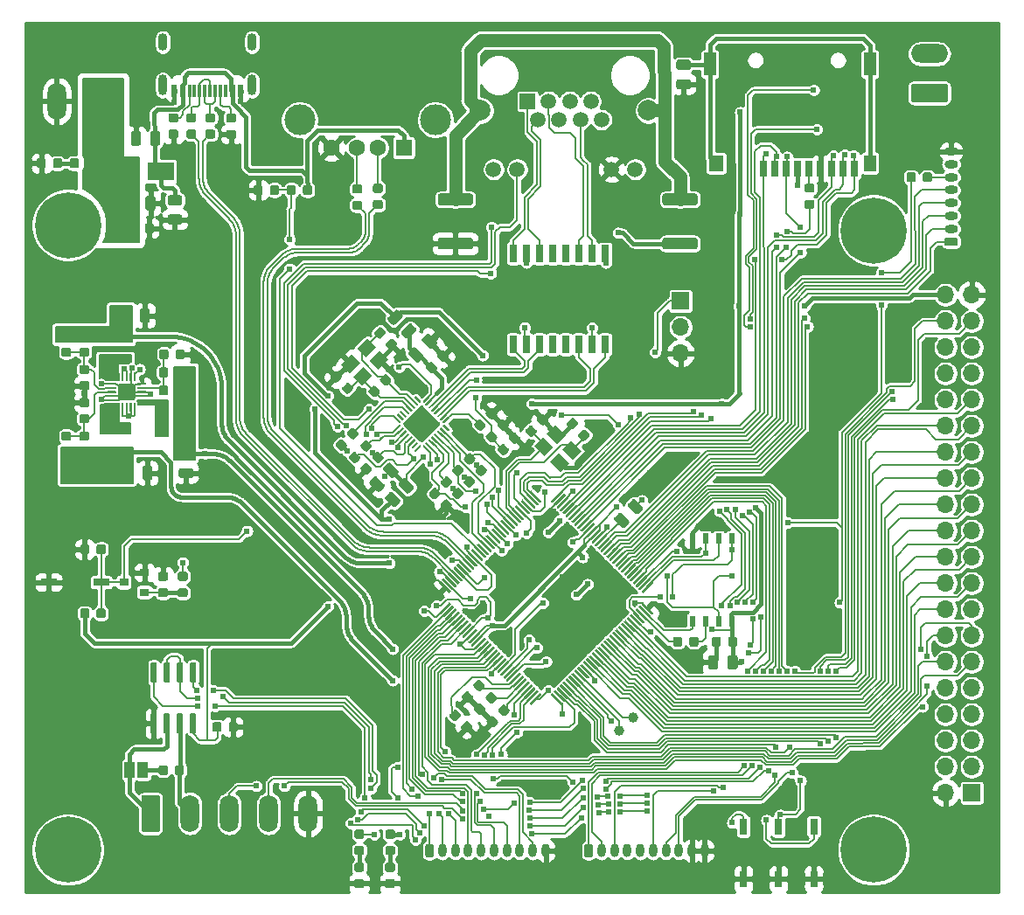
<source format=gtl>
G04 #@! TF.GenerationSoftware,KiCad,Pcbnew,5.1.5*
G04 #@! TF.CreationDate,2020-04-18T05:12:52+00:00*
G04 #@! TF.ProjectId,NUC980,4e554339-3830-42e6-9b69-6361645f7063,rev?*
G04 #@! TF.SameCoordinates,Original*
G04 #@! TF.FileFunction,Copper,L1,Top*
G04 #@! TF.FilePolarity,Positive*
%FSLAX46Y46*%
G04 Gerber Fmt 4.6, Leading zero omitted, Abs format (unit mm)*
G04 Created by KiCad (PCBNEW 5.1.5) date 2020-04-18 05:12:52*
%MOMM*%
%LPD*%
G04 APERTURE LIST*
%ADD10C,1.998980*%
%ADD11R,0.760000X1.600000*%
%ADD12C,0.100000*%
%ADD13R,2.500000X1.800000*%
%ADD14C,0.800000*%
%ADD15C,6.400000*%
%ADD16R,1.500000X1.500000*%
%ADD17C,1.500000*%
%ADD18C,2.000000*%
%ADD19C,3.000000*%
%ADD20R,1.600000X1.600000*%
%ADD21C,1.600000*%
%ADD22O,0.900000X2.000000*%
%ADD23O,0.900000X1.700000*%
%ADD24R,0.300000X1.160000*%
%ADD25R,0.600000X1.160000*%
%ADD26O,1.800000X3.600000*%
%ADD27R,0.700000X1.600000*%
%ADD28R,1.200000X1.600000*%
%ADD29R,1.200000X2.200000*%
%ADD30R,1.400000X1.600000*%
%ADD31O,0.800000X1.300000*%
%ADD32R,1.700000X1.700000*%
%ADD33O,1.700000X1.700000*%
%ADD34O,1.300000X0.800000*%
%ADD35O,3.600000X1.800000*%
%ADD36R,1.000000X1.500000*%
%ADD37R,0.800000X2.900000*%
%ADD38R,2.900000X0.800000*%
%ADD39R,0.900000X0.800000*%
%ADD40R,1.600000X0.760000*%
%ADD41R,0.760000X1.700000*%
%ADD42C,1.000000*%
%ADD43R,0.600000X1.000000*%
%ADD44C,0.609600*%
%ADD45C,1.270000*%
%ADD46C,0.406400*%
%ADD47C,0.203200*%
%ADD48C,1.270000*%
%ADD49C,0.152400*%
%ADD50C,0.304800*%
%ADD51C,0.254000*%
G04 APERTURE END LIST*
D10*
X145288000Y-89217500D03*
D11*
X179800000Y-133340000D03*
X179800000Y-128260000D03*
X183200000Y-128260000D03*
X183200000Y-133340000D03*
G04 #@! TA.AperFunction,SMDPad,CuDef*
D12*
G36*
X171724505Y-66938704D02*
G01*
X171748773Y-66942304D01*
X171772572Y-66948265D01*
X171795671Y-66956530D01*
X171817850Y-66967020D01*
X171838893Y-66979632D01*
X171858599Y-66994247D01*
X171876777Y-67010723D01*
X171893253Y-67028901D01*
X171907868Y-67048607D01*
X171920480Y-67069650D01*
X171930970Y-67091829D01*
X171939235Y-67114928D01*
X171945196Y-67138727D01*
X171948796Y-67162995D01*
X171950000Y-67187499D01*
X171950000Y-67812501D01*
X171948796Y-67837005D01*
X171945196Y-67861273D01*
X171939235Y-67885072D01*
X171930970Y-67908171D01*
X171920480Y-67930350D01*
X171907868Y-67951393D01*
X171893253Y-67971099D01*
X171876777Y-67989277D01*
X171858599Y-68005753D01*
X171838893Y-68020368D01*
X171817850Y-68032980D01*
X171795671Y-68043470D01*
X171772572Y-68051735D01*
X171748773Y-68057696D01*
X171724505Y-68061296D01*
X171700001Y-68062500D01*
X168799999Y-68062500D01*
X168775495Y-68061296D01*
X168751227Y-68057696D01*
X168727428Y-68051735D01*
X168704329Y-68043470D01*
X168682150Y-68032980D01*
X168661107Y-68020368D01*
X168641401Y-68005753D01*
X168623223Y-67989277D01*
X168606747Y-67971099D01*
X168592132Y-67951393D01*
X168579520Y-67930350D01*
X168569030Y-67908171D01*
X168560765Y-67885072D01*
X168554804Y-67861273D01*
X168551204Y-67837005D01*
X168550000Y-67812501D01*
X168550000Y-67187499D01*
X168551204Y-67162995D01*
X168554804Y-67138727D01*
X168560765Y-67114928D01*
X168569030Y-67091829D01*
X168579520Y-67069650D01*
X168592132Y-67048607D01*
X168606747Y-67028901D01*
X168623223Y-67010723D01*
X168641401Y-66994247D01*
X168661107Y-66979632D01*
X168682150Y-66967020D01*
X168704329Y-66956530D01*
X168727428Y-66948265D01*
X168751227Y-66942304D01*
X168775495Y-66938704D01*
X168799999Y-66937500D01*
X171700001Y-66937500D01*
X171724505Y-66938704D01*
G37*
G04 #@! TD.AperFunction*
G04 #@! TA.AperFunction,SMDPad,CuDef*
G36*
X171724505Y-71213704D02*
G01*
X171748773Y-71217304D01*
X171772572Y-71223265D01*
X171795671Y-71231530D01*
X171817850Y-71242020D01*
X171838893Y-71254632D01*
X171858599Y-71269247D01*
X171876777Y-71285723D01*
X171893253Y-71303901D01*
X171907868Y-71323607D01*
X171920480Y-71344650D01*
X171930970Y-71366829D01*
X171939235Y-71389928D01*
X171945196Y-71413727D01*
X171948796Y-71437995D01*
X171950000Y-71462499D01*
X171950000Y-72087501D01*
X171948796Y-72112005D01*
X171945196Y-72136273D01*
X171939235Y-72160072D01*
X171930970Y-72183171D01*
X171920480Y-72205350D01*
X171907868Y-72226393D01*
X171893253Y-72246099D01*
X171876777Y-72264277D01*
X171858599Y-72280753D01*
X171838893Y-72295368D01*
X171817850Y-72307980D01*
X171795671Y-72318470D01*
X171772572Y-72326735D01*
X171748773Y-72332696D01*
X171724505Y-72336296D01*
X171700001Y-72337500D01*
X168799999Y-72337500D01*
X168775495Y-72336296D01*
X168751227Y-72332696D01*
X168727428Y-72326735D01*
X168704329Y-72318470D01*
X168682150Y-72307980D01*
X168661107Y-72295368D01*
X168641401Y-72280753D01*
X168623223Y-72264277D01*
X168606747Y-72246099D01*
X168592132Y-72226393D01*
X168579520Y-72205350D01*
X168569030Y-72183171D01*
X168560765Y-72160072D01*
X168554804Y-72136273D01*
X168551204Y-72112005D01*
X168550000Y-72087501D01*
X168550000Y-71462499D01*
X168551204Y-71437995D01*
X168554804Y-71413727D01*
X168560765Y-71389928D01*
X168569030Y-71366829D01*
X168579520Y-71344650D01*
X168592132Y-71323607D01*
X168606747Y-71303901D01*
X168623223Y-71285723D01*
X168641401Y-71269247D01*
X168661107Y-71254632D01*
X168682150Y-71242020D01*
X168704329Y-71231530D01*
X168727428Y-71223265D01*
X168751227Y-71217304D01*
X168775495Y-71213704D01*
X168799999Y-71212500D01*
X171700001Y-71212500D01*
X171724505Y-71213704D01*
G37*
G04 #@! TD.AperFunction*
G04 #@! TA.AperFunction,SMDPad,CuDef*
G36*
X149974505Y-71213704D02*
G01*
X149998773Y-71217304D01*
X150022572Y-71223265D01*
X150045671Y-71231530D01*
X150067850Y-71242020D01*
X150088893Y-71254632D01*
X150108599Y-71269247D01*
X150126777Y-71285723D01*
X150143253Y-71303901D01*
X150157868Y-71323607D01*
X150170480Y-71344650D01*
X150180970Y-71366829D01*
X150189235Y-71389928D01*
X150195196Y-71413727D01*
X150198796Y-71437995D01*
X150200000Y-71462499D01*
X150200000Y-72087501D01*
X150198796Y-72112005D01*
X150195196Y-72136273D01*
X150189235Y-72160072D01*
X150180970Y-72183171D01*
X150170480Y-72205350D01*
X150157868Y-72226393D01*
X150143253Y-72246099D01*
X150126777Y-72264277D01*
X150108599Y-72280753D01*
X150088893Y-72295368D01*
X150067850Y-72307980D01*
X150045671Y-72318470D01*
X150022572Y-72326735D01*
X149998773Y-72332696D01*
X149974505Y-72336296D01*
X149950001Y-72337500D01*
X147049999Y-72337500D01*
X147025495Y-72336296D01*
X147001227Y-72332696D01*
X146977428Y-72326735D01*
X146954329Y-72318470D01*
X146932150Y-72307980D01*
X146911107Y-72295368D01*
X146891401Y-72280753D01*
X146873223Y-72264277D01*
X146856747Y-72246099D01*
X146842132Y-72226393D01*
X146829520Y-72205350D01*
X146819030Y-72183171D01*
X146810765Y-72160072D01*
X146804804Y-72136273D01*
X146801204Y-72112005D01*
X146800000Y-72087501D01*
X146800000Y-71462499D01*
X146801204Y-71437995D01*
X146804804Y-71413727D01*
X146810765Y-71389928D01*
X146819030Y-71366829D01*
X146829520Y-71344650D01*
X146842132Y-71323607D01*
X146856747Y-71303901D01*
X146873223Y-71285723D01*
X146891401Y-71269247D01*
X146911107Y-71254632D01*
X146932150Y-71242020D01*
X146954329Y-71231530D01*
X146977428Y-71223265D01*
X147001227Y-71217304D01*
X147025495Y-71213704D01*
X147049999Y-71212500D01*
X149950001Y-71212500D01*
X149974505Y-71213704D01*
G37*
G04 #@! TD.AperFunction*
G04 #@! TA.AperFunction,SMDPad,CuDef*
G36*
X149974505Y-66938704D02*
G01*
X149998773Y-66942304D01*
X150022572Y-66948265D01*
X150045671Y-66956530D01*
X150067850Y-66967020D01*
X150088893Y-66979632D01*
X150108599Y-66994247D01*
X150126777Y-67010723D01*
X150143253Y-67028901D01*
X150157868Y-67048607D01*
X150170480Y-67069650D01*
X150180970Y-67091829D01*
X150189235Y-67114928D01*
X150195196Y-67138727D01*
X150198796Y-67162995D01*
X150200000Y-67187499D01*
X150200000Y-67812501D01*
X150198796Y-67837005D01*
X150195196Y-67861273D01*
X150189235Y-67885072D01*
X150180970Y-67908171D01*
X150170480Y-67930350D01*
X150157868Y-67951393D01*
X150143253Y-67971099D01*
X150126777Y-67989277D01*
X150108599Y-68005753D01*
X150088893Y-68020368D01*
X150067850Y-68032980D01*
X150045671Y-68043470D01*
X150022572Y-68051735D01*
X149998773Y-68057696D01*
X149974505Y-68061296D01*
X149950001Y-68062500D01*
X147049999Y-68062500D01*
X147025495Y-68061296D01*
X147001227Y-68057696D01*
X146977428Y-68051735D01*
X146954329Y-68043470D01*
X146932150Y-68032980D01*
X146911107Y-68020368D01*
X146891401Y-68005753D01*
X146873223Y-67989277D01*
X146856747Y-67971099D01*
X146842132Y-67951393D01*
X146829520Y-67930350D01*
X146819030Y-67908171D01*
X146810765Y-67885072D01*
X146804804Y-67861273D01*
X146801204Y-67837005D01*
X146800000Y-67812501D01*
X146800000Y-67187499D01*
X146801204Y-67162995D01*
X146804804Y-67138727D01*
X146810765Y-67114928D01*
X146819030Y-67091829D01*
X146829520Y-67069650D01*
X146842132Y-67048607D01*
X146856747Y-67028901D01*
X146873223Y-67010723D01*
X146891401Y-66994247D01*
X146911107Y-66979632D01*
X146932150Y-66967020D01*
X146954329Y-66956530D01*
X146977428Y-66948265D01*
X147001227Y-66942304D01*
X147025495Y-66938704D01*
X147049999Y-66937500D01*
X149950001Y-66937500D01*
X149974505Y-66938704D01*
G37*
G04 #@! TD.AperFunction*
G04 #@! TA.AperFunction,SMDPad,CuDef*
G36*
X154244924Y-90082733D02*
G01*
X154266159Y-90085883D01*
X154286983Y-90091099D01*
X154307195Y-90098331D01*
X154326601Y-90107510D01*
X154345014Y-90118546D01*
X154362257Y-90131334D01*
X154378163Y-90145750D01*
X154740556Y-90508143D01*
X154754972Y-90524049D01*
X154767760Y-90541292D01*
X154778796Y-90559705D01*
X154787975Y-90579111D01*
X154795207Y-90599323D01*
X154800423Y-90620147D01*
X154803573Y-90641382D01*
X154804626Y-90662823D01*
X154803573Y-90684264D01*
X154800423Y-90705499D01*
X154795207Y-90726323D01*
X154787975Y-90746535D01*
X154778796Y-90765941D01*
X154767760Y-90784354D01*
X154754972Y-90801597D01*
X154740556Y-90817503D01*
X154431197Y-91126862D01*
X154415291Y-91141278D01*
X154398048Y-91154066D01*
X154379635Y-91165102D01*
X154360229Y-91174281D01*
X154340017Y-91181513D01*
X154319193Y-91186729D01*
X154297958Y-91189879D01*
X154276517Y-91190932D01*
X154255076Y-91189879D01*
X154233841Y-91186729D01*
X154213017Y-91181513D01*
X154192805Y-91174281D01*
X154173399Y-91165102D01*
X154154986Y-91154066D01*
X154137743Y-91141278D01*
X154121837Y-91126862D01*
X153759444Y-90764469D01*
X153745028Y-90748563D01*
X153732240Y-90731320D01*
X153721204Y-90712907D01*
X153712025Y-90693501D01*
X153704793Y-90673289D01*
X153699577Y-90652465D01*
X153696427Y-90631230D01*
X153695374Y-90609789D01*
X153696427Y-90588348D01*
X153699577Y-90567113D01*
X153704793Y-90546289D01*
X153712025Y-90526077D01*
X153721204Y-90506671D01*
X153732240Y-90488258D01*
X153745028Y-90471015D01*
X153759444Y-90455109D01*
X154068803Y-90145750D01*
X154084709Y-90131334D01*
X154101952Y-90118546D01*
X154120365Y-90107510D01*
X154139771Y-90098331D01*
X154159983Y-90091099D01*
X154180807Y-90085883D01*
X154202042Y-90082733D01*
X154223483Y-90081680D01*
X154244924Y-90082733D01*
G37*
G04 #@! TD.AperFunction*
G04 #@! TA.AperFunction,SMDPad,CuDef*
G36*
X153131230Y-91196427D02*
G01*
X153152465Y-91199577D01*
X153173289Y-91204793D01*
X153193501Y-91212025D01*
X153212907Y-91221204D01*
X153231320Y-91232240D01*
X153248563Y-91245028D01*
X153264469Y-91259444D01*
X153626862Y-91621837D01*
X153641278Y-91637743D01*
X153654066Y-91654986D01*
X153665102Y-91673399D01*
X153674281Y-91692805D01*
X153681513Y-91713017D01*
X153686729Y-91733841D01*
X153689879Y-91755076D01*
X153690932Y-91776517D01*
X153689879Y-91797958D01*
X153686729Y-91819193D01*
X153681513Y-91840017D01*
X153674281Y-91860229D01*
X153665102Y-91879635D01*
X153654066Y-91898048D01*
X153641278Y-91915291D01*
X153626862Y-91931197D01*
X153317503Y-92240556D01*
X153301597Y-92254972D01*
X153284354Y-92267760D01*
X153265941Y-92278796D01*
X153246535Y-92287975D01*
X153226323Y-92295207D01*
X153205499Y-92300423D01*
X153184264Y-92303573D01*
X153162823Y-92304626D01*
X153141382Y-92303573D01*
X153120147Y-92300423D01*
X153099323Y-92295207D01*
X153079111Y-92287975D01*
X153059705Y-92278796D01*
X153041292Y-92267760D01*
X153024049Y-92254972D01*
X153008143Y-92240556D01*
X152645750Y-91878163D01*
X152631334Y-91862257D01*
X152618546Y-91845014D01*
X152607510Y-91826601D01*
X152598331Y-91807195D01*
X152591099Y-91786983D01*
X152585883Y-91766159D01*
X152582733Y-91744924D01*
X152581680Y-91723483D01*
X152582733Y-91702042D01*
X152585883Y-91680807D01*
X152591099Y-91659983D01*
X152598331Y-91639771D01*
X152607510Y-91620365D01*
X152618546Y-91601952D01*
X152631334Y-91584709D01*
X152645750Y-91568803D01*
X152955109Y-91259444D01*
X152971015Y-91245028D01*
X152988258Y-91232240D01*
X153006671Y-91221204D01*
X153026077Y-91212025D01*
X153046289Y-91204793D01*
X153067113Y-91199577D01*
X153088348Y-91196427D01*
X153109789Y-91195374D01*
X153131230Y-91196427D01*
G37*
G04 #@! TD.AperFunction*
G04 #@! TA.AperFunction,SMDPad,CuDef*
G36*
X153108618Y-88832733D02*
G01*
X153129853Y-88835883D01*
X153150677Y-88841099D01*
X153170889Y-88848331D01*
X153190295Y-88857510D01*
X153208708Y-88868546D01*
X153225951Y-88881334D01*
X153241857Y-88895750D01*
X153604250Y-89258143D01*
X153618666Y-89274049D01*
X153631454Y-89291292D01*
X153642490Y-89309705D01*
X153651669Y-89329111D01*
X153658901Y-89349323D01*
X153664117Y-89370147D01*
X153667267Y-89391382D01*
X153668320Y-89412823D01*
X153667267Y-89434264D01*
X153664117Y-89455499D01*
X153658901Y-89476323D01*
X153651669Y-89496535D01*
X153642490Y-89515941D01*
X153631454Y-89534354D01*
X153618666Y-89551597D01*
X153604250Y-89567503D01*
X153294891Y-89876862D01*
X153278985Y-89891278D01*
X153261742Y-89904066D01*
X153243329Y-89915102D01*
X153223923Y-89924281D01*
X153203711Y-89931513D01*
X153182887Y-89936729D01*
X153161652Y-89939879D01*
X153140211Y-89940932D01*
X153118770Y-89939879D01*
X153097535Y-89936729D01*
X153076711Y-89931513D01*
X153056499Y-89924281D01*
X153037093Y-89915102D01*
X153018680Y-89904066D01*
X153001437Y-89891278D01*
X152985531Y-89876862D01*
X152623138Y-89514469D01*
X152608722Y-89498563D01*
X152595934Y-89481320D01*
X152584898Y-89462907D01*
X152575719Y-89443501D01*
X152568487Y-89423289D01*
X152563271Y-89402465D01*
X152560121Y-89381230D01*
X152559068Y-89359789D01*
X152560121Y-89338348D01*
X152563271Y-89317113D01*
X152568487Y-89296289D01*
X152575719Y-89276077D01*
X152584898Y-89256671D01*
X152595934Y-89238258D01*
X152608722Y-89221015D01*
X152623138Y-89205109D01*
X152932497Y-88895750D01*
X152948403Y-88881334D01*
X152965646Y-88868546D01*
X152984059Y-88857510D01*
X153003465Y-88848331D01*
X153023677Y-88841099D01*
X153044501Y-88835883D01*
X153065736Y-88832733D01*
X153087177Y-88831680D01*
X153108618Y-88832733D01*
G37*
G04 #@! TD.AperFunction*
G04 #@! TA.AperFunction,SMDPad,CuDef*
G36*
X151994924Y-89946427D02*
G01*
X152016159Y-89949577D01*
X152036983Y-89954793D01*
X152057195Y-89962025D01*
X152076601Y-89971204D01*
X152095014Y-89982240D01*
X152112257Y-89995028D01*
X152128163Y-90009444D01*
X152490556Y-90371837D01*
X152504972Y-90387743D01*
X152517760Y-90404986D01*
X152528796Y-90423399D01*
X152537975Y-90442805D01*
X152545207Y-90463017D01*
X152550423Y-90483841D01*
X152553573Y-90505076D01*
X152554626Y-90526517D01*
X152553573Y-90547958D01*
X152550423Y-90569193D01*
X152545207Y-90590017D01*
X152537975Y-90610229D01*
X152528796Y-90629635D01*
X152517760Y-90648048D01*
X152504972Y-90665291D01*
X152490556Y-90681197D01*
X152181197Y-90990556D01*
X152165291Y-91004972D01*
X152148048Y-91017760D01*
X152129635Y-91028796D01*
X152110229Y-91037975D01*
X152090017Y-91045207D01*
X152069193Y-91050423D01*
X152047958Y-91053573D01*
X152026517Y-91054626D01*
X152005076Y-91053573D01*
X151983841Y-91050423D01*
X151963017Y-91045207D01*
X151942805Y-91037975D01*
X151923399Y-91028796D01*
X151904986Y-91017760D01*
X151887743Y-91004972D01*
X151871837Y-90990556D01*
X151509444Y-90628163D01*
X151495028Y-90612257D01*
X151482240Y-90595014D01*
X151471204Y-90576601D01*
X151462025Y-90557195D01*
X151454793Y-90536983D01*
X151449577Y-90516159D01*
X151446427Y-90494924D01*
X151445374Y-90473483D01*
X151446427Y-90452042D01*
X151449577Y-90430807D01*
X151454793Y-90409983D01*
X151462025Y-90389771D01*
X151471204Y-90370365D01*
X151482240Y-90351952D01*
X151495028Y-90334709D01*
X151509444Y-90318803D01*
X151818803Y-90009444D01*
X151834709Y-89995028D01*
X151851952Y-89982240D01*
X151870365Y-89971204D01*
X151889771Y-89962025D01*
X151909983Y-89954793D01*
X151930807Y-89949577D01*
X151952042Y-89946427D01*
X151973483Y-89945374D01*
X151994924Y-89946427D01*
G37*
G04 #@! TD.AperFunction*
G04 #@! TA.AperFunction,SMDPad,CuDef*
G36*
X141241111Y-79889580D02*
G01*
X141262346Y-79892730D01*
X141283170Y-79897946D01*
X141303382Y-79905178D01*
X141322788Y-79914357D01*
X141341201Y-79925393D01*
X141358444Y-79938181D01*
X141374350Y-79952597D01*
X141683709Y-80261956D01*
X141698125Y-80277862D01*
X141710913Y-80295105D01*
X141721949Y-80313518D01*
X141731128Y-80332924D01*
X141738360Y-80353136D01*
X141743576Y-80373960D01*
X141746726Y-80395195D01*
X141747779Y-80416636D01*
X141746726Y-80438077D01*
X141743576Y-80459312D01*
X141738360Y-80480136D01*
X141731128Y-80500348D01*
X141721949Y-80519754D01*
X141710913Y-80538167D01*
X141698125Y-80555410D01*
X141683709Y-80571316D01*
X141321316Y-80933709D01*
X141305410Y-80948125D01*
X141288167Y-80960913D01*
X141269754Y-80971949D01*
X141250348Y-80981128D01*
X141230136Y-80988360D01*
X141209312Y-80993576D01*
X141188077Y-80996726D01*
X141166636Y-80997779D01*
X141145195Y-80996726D01*
X141123960Y-80993576D01*
X141103136Y-80988360D01*
X141082924Y-80981128D01*
X141063518Y-80971949D01*
X141045105Y-80960913D01*
X141027862Y-80948125D01*
X141011956Y-80933709D01*
X140702597Y-80624350D01*
X140688181Y-80608444D01*
X140675393Y-80591201D01*
X140664357Y-80572788D01*
X140655178Y-80553382D01*
X140647946Y-80533170D01*
X140642730Y-80512346D01*
X140639580Y-80491111D01*
X140638527Y-80469670D01*
X140639580Y-80448229D01*
X140642730Y-80426994D01*
X140647946Y-80406170D01*
X140655178Y-80385958D01*
X140664357Y-80366552D01*
X140675393Y-80348139D01*
X140688181Y-80330896D01*
X140702597Y-80314990D01*
X141064990Y-79952597D01*
X141080896Y-79938181D01*
X141098139Y-79925393D01*
X141116552Y-79914357D01*
X141135958Y-79905178D01*
X141156170Y-79897946D01*
X141176994Y-79892730D01*
X141198229Y-79889580D01*
X141219670Y-79888527D01*
X141241111Y-79889580D01*
G37*
G04 #@! TD.AperFunction*
G04 #@! TA.AperFunction,SMDPad,CuDef*
G36*
X142354805Y-81003274D02*
G01*
X142376040Y-81006424D01*
X142396864Y-81011640D01*
X142417076Y-81018872D01*
X142436482Y-81028051D01*
X142454895Y-81039087D01*
X142472138Y-81051875D01*
X142488044Y-81066291D01*
X142797403Y-81375650D01*
X142811819Y-81391556D01*
X142824607Y-81408799D01*
X142835643Y-81427212D01*
X142844822Y-81446618D01*
X142852054Y-81466830D01*
X142857270Y-81487654D01*
X142860420Y-81508889D01*
X142861473Y-81530330D01*
X142860420Y-81551771D01*
X142857270Y-81573006D01*
X142852054Y-81593830D01*
X142844822Y-81614042D01*
X142835643Y-81633448D01*
X142824607Y-81651861D01*
X142811819Y-81669104D01*
X142797403Y-81685010D01*
X142435010Y-82047403D01*
X142419104Y-82061819D01*
X142401861Y-82074607D01*
X142383448Y-82085643D01*
X142364042Y-82094822D01*
X142343830Y-82102054D01*
X142323006Y-82107270D01*
X142301771Y-82110420D01*
X142280330Y-82111473D01*
X142258889Y-82110420D01*
X142237654Y-82107270D01*
X142216830Y-82102054D01*
X142196618Y-82094822D01*
X142177212Y-82085643D01*
X142158799Y-82074607D01*
X142141556Y-82061819D01*
X142125650Y-82047403D01*
X141816291Y-81738044D01*
X141801875Y-81722138D01*
X141789087Y-81704895D01*
X141778051Y-81686482D01*
X141768872Y-81667076D01*
X141761640Y-81646864D01*
X141756424Y-81626040D01*
X141753274Y-81604805D01*
X141752221Y-81583364D01*
X141753274Y-81561923D01*
X141756424Y-81540688D01*
X141761640Y-81519864D01*
X141768872Y-81499652D01*
X141778051Y-81480246D01*
X141789087Y-81461833D01*
X141801875Y-81444590D01*
X141816291Y-81428684D01*
X142178684Y-81066291D01*
X142194590Y-81051875D01*
X142211833Y-81039087D01*
X142230246Y-81028051D01*
X142249652Y-81018872D01*
X142269864Y-81011640D01*
X142290688Y-81006424D01*
X142311923Y-81003274D01*
X142333364Y-81002221D01*
X142354805Y-81003274D01*
G37*
G04 #@! TD.AperFunction*
G04 #@! TA.AperFunction,SMDPad,CuDef*
G36*
X144547806Y-81838275D02*
G01*
X144571467Y-81841785D01*
X144594671Y-81847597D01*
X144617193Y-81855655D01*
X144638817Y-81865883D01*
X144659334Y-81878180D01*
X144678547Y-81892430D01*
X144696271Y-81908494D01*
X145341506Y-82553729D01*
X145357570Y-82571453D01*
X145371820Y-82590666D01*
X145384117Y-82611183D01*
X145394345Y-82632807D01*
X145402403Y-82655329D01*
X145408215Y-82678533D01*
X145411725Y-82702194D01*
X145412899Y-82726086D01*
X145411725Y-82749978D01*
X145408215Y-82773639D01*
X145402403Y-82796843D01*
X145394345Y-82819365D01*
X145384117Y-82840989D01*
X145371820Y-82861506D01*
X145357570Y-82880719D01*
X145341506Y-82898443D01*
X144996791Y-83243158D01*
X144979067Y-83259222D01*
X144959854Y-83273472D01*
X144939337Y-83285769D01*
X144917713Y-83295997D01*
X144895191Y-83304055D01*
X144871987Y-83309867D01*
X144848326Y-83313377D01*
X144824434Y-83314551D01*
X144800542Y-83313377D01*
X144776881Y-83309867D01*
X144753677Y-83304055D01*
X144731155Y-83295997D01*
X144709531Y-83285769D01*
X144689014Y-83273472D01*
X144669801Y-83259222D01*
X144652077Y-83243158D01*
X144006842Y-82597923D01*
X143990778Y-82580199D01*
X143976528Y-82560986D01*
X143964231Y-82540469D01*
X143954003Y-82518845D01*
X143945945Y-82496323D01*
X143940133Y-82473119D01*
X143936623Y-82449458D01*
X143935449Y-82425566D01*
X143936623Y-82401674D01*
X143940133Y-82378013D01*
X143945945Y-82354809D01*
X143954003Y-82332287D01*
X143964231Y-82310663D01*
X143976528Y-82290146D01*
X143990778Y-82270933D01*
X144006842Y-82253209D01*
X144351557Y-81908494D01*
X144369281Y-81892430D01*
X144388494Y-81878180D01*
X144409011Y-81865883D01*
X144430635Y-81855655D01*
X144453157Y-81847597D01*
X144476361Y-81841785D01*
X144500022Y-81838275D01*
X144523914Y-81837101D01*
X144547806Y-81838275D01*
G37*
G04 #@! TD.AperFunction*
G04 #@! TA.AperFunction,SMDPad,CuDef*
G36*
X145873632Y-80512449D02*
G01*
X145897293Y-80515959D01*
X145920497Y-80521771D01*
X145943019Y-80529829D01*
X145964643Y-80540057D01*
X145985160Y-80552354D01*
X146004373Y-80566604D01*
X146022097Y-80582668D01*
X146667332Y-81227903D01*
X146683396Y-81245627D01*
X146697646Y-81264840D01*
X146709943Y-81285357D01*
X146720171Y-81306981D01*
X146728229Y-81329503D01*
X146734041Y-81352707D01*
X146737551Y-81376368D01*
X146738725Y-81400260D01*
X146737551Y-81424152D01*
X146734041Y-81447813D01*
X146728229Y-81471017D01*
X146720171Y-81493539D01*
X146709943Y-81515163D01*
X146697646Y-81535680D01*
X146683396Y-81554893D01*
X146667332Y-81572617D01*
X146322617Y-81917332D01*
X146304893Y-81933396D01*
X146285680Y-81947646D01*
X146265163Y-81959943D01*
X146243539Y-81970171D01*
X146221017Y-81978229D01*
X146197813Y-81984041D01*
X146174152Y-81987551D01*
X146150260Y-81988725D01*
X146126368Y-81987551D01*
X146102707Y-81984041D01*
X146079503Y-81978229D01*
X146056981Y-81970171D01*
X146035357Y-81959943D01*
X146014840Y-81947646D01*
X145995627Y-81933396D01*
X145977903Y-81917332D01*
X145332668Y-81272097D01*
X145316604Y-81254373D01*
X145302354Y-81235160D01*
X145290057Y-81214643D01*
X145279829Y-81193019D01*
X145271771Y-81170497D01*
X145265959Y-81147293D01*
X145262449Y-81123632D01*
X145261275Y-81099740D01*
X145262449Y-81075848D01*
X145265959Y-81052187D01*
X145271771Y-81028983D01*
X145279829Y-81006461D01*
X145290057Y-80984837D01*
X145302354Y-80964320D01*
X145316604Y-80945107D01*
X145332668Y-80927383D01*
X145677383Y-80582668D01*
X145695107Y-80566604D01*
X145714320Y-80552354D01*
X145734837Y-80540057D01*
X145756461Y-80529829D01*
X145778983Y-80521771D01*
X145802187Y-80515959D01*
X145825848Y-80512449D01*
X145849740Y-80511275D01*
X145873632Y-80512449D01*
G37*
G04 #@! TD.AperFunction*
G04 #@! TA.AperFunction,SMDPad,CuDef*
G36*
X140797806Y-94338275D02*
G01*
X140821467Y-94341785D01*
X140844671Y-94347597D01*
X140867193Y-94355655D01*
X140888817Y-94365883D01*
X140909334Y-94378180D01*
X140928547Y-94392430D01*
X140946271Y-94408494D01*
X141591506Y-95053729D01*
X141607570Y-95071453D01*
X141621820Y-95090666D01*
X141634117Y-95111183D01*
X141644345Y-95132807D01*
X141652403Y-95155329D01*
X141658215Y-95178533D01*
X141661725Y-95202194D01*
X141662899Y-95226086D01*
X141661725Y-95249978D01*
X141658215Y-95273639D01*
X141652403Y-95296843D01*
X141644345Y-95319365D01*
X141634117Y-95340989D01*
X141621820Y-95361506D01*
X141607570Y-95380719D01*
X141591506Y-95398443D01*
X141246791Y-95743158D01*
X141229067Y-95759222D01*
X141209854Y-95773472D01*
X141189337Y-95785769D01*
X141167713Y-95795997D01*
X141145191Y-95804055D01*
X141121987Y-95809867D01*
X141098326Y-95813377D01*
X141074434Y-95814551D01*
X141050542Y-95813377D01*
X141026881Y-95809867D01*
X141003677Y-95804055D01*
X140981155Y-95795997D01*
X140959531Y-95785769D01*
X140939014Y-95773472D01*
X140919801Y-95759222D01*
X140902077Y-95743158D01*
X140256842Y-95097923D01*
X140240778Y-95080199D01*
X140226528Y-95060986D01*
X140214231Y-95040469D01*
X140204003Y-95018845D01*
X140195945Y-94996323D01*
X140190133Y-94973119D01*
X140186623Y-94949458D01*
X140185449Y-94925566D01*
X140186623Y-94901674D01*
X140190133Y-94878013D01*
X140195945Y-94854809D01*
X140204003Y-94832287D01*
X140214231Y-94810663D01*
X140226528Y-94790146D01*
X140240778Y-94770933D01*
X140256842Y-94753209D01*
X140601557Y-94408494D01*
X140619281Y-94392430D01*
X140638494Y-94378180D01*
X140659011Y-94365883D01*
X140680635Y-94355655D01*
X140703157Y-94347597D01*
X140726361Y-94341785D01*
X140750022Y-94338275D01*
X140773914Y-94337101D01*
X140797806Y-94338275D01*
G37*
G04 #@! TD.AperFunction*
G04 #@! TA.AperFunction,SMDPad,CuDef*
G36*
X142123632Y-93012449D02*
G01*
X142147293Y-93015959D01*
X142170497Y-93021771D01*
X142193019Y-93029829D01*
X142214643Y-93040057D01*
X142235160Y-93052354D01*
X142254373Y-93066604D01*
X142272097Y-93082668D01*
X142917332Y-93727903D01*
X142933396Y-93745627D01*
X142947646Y-93764840D01*
X142959943Y-93785357D01*
X142970171Y-93806981D01*
X142978229Y-93829503D01*
X142984041Y-93852707D01*
X142987551Y-93876368D01*
X142988725Y-93900260D01*
X142987551Y-93924152D01*
X142984041Y-93947813D01*
X142978229Y-93971017D01*
X142970171Y-93993539D01*
X142959943Y-94015163D01*
X142947646Y-94035680D01*
X142933396Y-94054893D01*
X142917332Y-94072617D01*
X142572617Y-94417332D01*
X142554893Y-94433396D01*
X142535680Y-94447646D01*
X142515163Y-94459943D01*
X142493539Y-94470171D01*
X142471017Y-94478229D01*
X142447813Y-94484041D01*
X142424152Y-94487551D01*
X142400260Y-94488725D01*
X142376368Y-94487551D01*
X142352707Y-94484041D01*
X142329503Y-94478229D01*
X142306981Y-94470171D01*
X142285357Y-94459943D01*
X142264840Y-94447646D01*
X142245627Y-94433396D01*
X142227903Y-94417332D01*
X141582668Y-93772097D01*
X141566604Y-93754373D01*
X141552354Y-93735160D01*
X141540057Y-93714643D01*
X141529829Y-93693019D01*
X141521771Y-93670497D01*
X141515959Y-93647293D01*
X141512449Y-93623632D01*
X141511275Y-93599740D01*
X141512449Y-93575848D01*
X141515959Y-93552187D01*
X141521771Y-93528983D01*
X141529829Y-93506461D01*
X141540057Y-93484837D01*
X141552354Y-93464320D01*
X141566604Y-93445107D01*
X141582668Y-93427383D01*
X141927383Y-93082668D01*
X141945107Y-93066604D01*
X141964320Y-93052354D01*
X141984837Y-93040057D01*
X142006461Y-93029829D01*
X142028983Y-93021771D01*
X142052187Y-93015959D01*
X142075848Y-93012449D01*
X142099740Y-93011275D01*
X142123632Y-93012449D01*
G37*
G04 #@! TD.AperFunction*
G04 #@! TA.AperFunction,SMDPad,CuDef*
G36*
X146188077Y-83253274D02*
G01*
X146209312Y-83256424D01*
X146230136Y-83261640D01*
X146250348Y-83268872D01*
X146269754Y-83278051D01*
X146288167Y-83289087D01*
X146305410Y-83301875D01*
X146321316Y-83316291D01*
X146683709Y-83678684D01*
X146698125Y-83694590D01*
X146710913Y-83711833D01*
X146721949Y-83730246D01*
X146731128Y-83749652D01*
X146738360Y-83769864D01*
X146743576Y-83790688D01*
X146746726Y-83811923D01*
X146747779Y-83833364D01*
X146746726Y-83854805D01*
X146743576Y-83876040D01*
X146738360Y-83896864D01*
X146731128Y-83917076D01*
X146721949Y-83936482D01*
X146710913Y-83954895D01*
X146698125Y-83972138D01*
X146683709Y-83988044D01*
X146374350Y-84297403D01*
X146358444Y-84311819D01*
X146341201Y-84324607D01*
X146322788Y-84335643D01*
X146303382Y-84344822D01*
X146283170Y-84352054D01*
X146262346Y-84357270D01*
X146241111Y-84360420D01*
X146219670Y-84361473D01*
X146198229Y-84360420D01*
X146176994Y-84357270D01*
X146156170Y-84352054D01*
X146135958Y-84344822D01*
X146116552Y-84335643D01*
X146098139Y-84324607D01*
X146080896Y-84311819D01*
X146064990Y-84297403D01*
X145702597Y-83935010D01*
X145688181Y-83919104D01*
X145675393Y-83901861D01*
X145664357Y-83883448D01*
X145655178Y-83864042D01*
X145647946Y-83843830D01*
X145642730Y-83823006D01*
X145639580Y-83801771D01*
X145638527Y-83780330D01*
X145639580Y-83758889D01*
X145642730Y-83737654D01*
X145647946Y-83716830D01*
X145655178Y-83696618D01*
X145664357Y-83677212D01*
X145675393Y-83658799D01*
X145688181Y-83641556D01*
X145702597Y-83625650D01*
X146011956Y-83316291D01*
X146027862Y-83301875D01*
X146045105Y-83289087D01*
X146063518Y-83278051D01*
X146082924Y-83268872D01*
X146103136Y-83261640D01*
X146123960Y-83256424D01*
X146145195Y-83253274D01*
X146166636Y-83252221D01*
X146188077Y-83253274D01*
G37*
G04 #@! TD.AperFunction*
G04 #@! TA.AperFunction,SMDPad,CuDef*
G36*
X147301771Y-82139580D02*
G01*
X147323006Y-82142730D01*
X147343830Y-82147946D01*
X147364042Y-82155178D01*
X147383448Y-82164357D01*
X147401861Y-82175393D01*
X147419104Y-82188181D01*
X147435010Y-82202597D01*
X147797403Y-82564990D01*
X147811819Y-82580896D01*
X147824607Y-82598139D01*
X147835643Y-82616552D01*
X147844822Y-82635958D01*
X147852054Y-82656170D01*
X147857270Y-82676994D01*
X147860420Y-82698229D01*
X147861473Y-82719670D01*
X147860420Y-82741111D01*
X147857270Y-82762346D01*
X147852054Y-82783170D01*
X147844822Y-82803382D01*
X147835643Y-82822788D01*
X147824607Y-82841201D01*
X147811819Y-82858444D01*
X147797403Y-82874350D01*
X147488044Y-83183709D01*
X147472138Y-83198125D01*
X147454895Y-83210913D01*
X147436482Y-83221949D01*
X147417076Y-83231128D01*
X147396864Y-83238360D01*
X147376040Y-83243576D01*
X147354805Y-83246726D01*
X147333364Y-83247779D01*
X147311923Y-83246726D01*
X147290688Y-83243576D01*
X147269864Y-83238360D01*
X147249652Y-83231128D01*
X147230246Y-83221949D01*
X147211833Y-83210913D01*
X147194590Y-83198125D01*
X147178684Y-83183709D01*
X146816291Y-82821316D01*
X146801875Y-82805410D01*
X146789087Y-82788167D01*
X146778051Y-82769754D01*
X146768872Y-82750348D01*
X146761640Y-82730136D01*
X146756424Y-82709312D01*
X146753274Y-82688077D01*
X146752221Y-82666636D01*
X146753274Y-82645195D01*
X146756424Y-82623960D01*
X146761640Y-82603136D01*
X146768872Y-82582924D01*
X146778051Y-82563518D01*
X146789087Y-82545105D01*
X146801875Y-82527862D01*
X146816291Y-82511956D01*
X147125650Y-82202597D01*
X147141556Y-82188181D01*
X147158799Y-82175393D01*
X147177212Y-82164357D01*
X147196618Y-82155178D01*
X147216830Y-82147946D01*
X147237654Y-82142730D01*
X147258889Y-82139580D01*
X147280330Y-82138527D01*
X147301771Y-82139580D01*
G37*
G04 #@! TD.AperFunction*
G04 #@! TA.AperFunction,SMDPad,CuDef*
G36*
X139881230Y-93060121D02*
G01*
X139902465Y-93063271D01*
X139923289Y-93068487D01*
X139943501Y-93075719D01*
X139962907Y-93084898D01*
X139981320Y-93095934D01*
X139998563Y-93108722D01*
X140014469Y-93123138D01*
X140376862Y-93485531D01*
X140391278Y-93501437D01*
X140404066Y-93518680D01*
X140415102Y-93537093D01*
X140424281Y-93556499D01*
X140431513Y-93576711D01*
X140436729Y-93597535D01*
X140439879Y-93618770D01*
X140440932Y-93640211D01*
X140439879Y-93661652D01*
X140436729Y-93682887D01*
X140431513Y-93703711D01*
X140424281Y-93723923D01*
X140415102Y-93743329D01*
X140404066Y-93761742D01*
X140391278Y-93778985D01*
X140376862Y-93794891D01*
X140067503Y-94104250D01*
X140051597Y-94118666D01*
X140034354Y-94131454D01*
X140015941Y-94142490D01*
X139996535Y-94151669D01*
X139976323Y-94158901D01*
X139955499Y-94164117D01*
X139934264Y-94167267D01*
X139912823Y-94168320D01*
X139891382Y-94167267D01*
X139870147Y-94164117D01*
X139849323Y-94158901D01*
X139829111Y-94151669D01*
X139809705Y-94142490D01*
X139791292Y-94131454D01*
X139774049Y-94118666D01*
X139758143Y-94104250D01*
X139395750Y-93741857D01*
X139381334Y-93725951D01*
X139368546Y-93708708D01*
X139357510Y-93690295D01*
X139348331Y-93670889D01*
X139341099Y-93650677D01*
X139335883Y-93629853D01*
X139332733Y-93608618D01*
X139331680Y-93587177D01*
X139332733Y-93565736D01*
X139335883Y-93544501D01*
X139341099Y-93523677D01*
X139348331Y-93503465D01*
X139357510Y-93484059D01*
X139368546Y-93465646D01*
X139381334Y-93448403D01*
X139395750Y-93432497D01*
X139705109Y-93123138D01*
X139721015Y-93108722D01*
X139738258Y-93095934D01*
X139756671Y-93084898D01*
X139776077Y-93075719D01*
X139796289Y-93068487D01*
X139817113Y-93063271D01*
X139838348Y-93060121D01*
X139859789Y-93059068D01*
X139881230Y-93060121D01*
G37*
G04 #@! TD.AperFunction*
G04 #@! TA.AperFunction,SMDPad,CuDef*
G36*
X140994924Y-91946427D02*
G01*
X141016159Y-91949577D01*
X141036983Y-91954793D01*
X141057195Y-91962025D01*
X141076601Y-91971204D01*
X141095014Y-91982240D01*
X141112257Y-91995028D01*
X141128163Y-92009444D01*
X141490556Y-92371837D01*
X141504972Y-92387743D01*
X141517760Y-92404986D01*
X141528796Y-92423399D01*
X141537975Y-92442805D01*
X141545207Y-92463017D01*
X141550423Y-92483841D01*
X141553573Y-92505076D01*
X141554626Y-92526517D01*
X141553573Y-92547958D01*
X141550423Y-92569193D01*
X141545207Y-92590017D01*
X141537975Y-92610229D01*
X141528796Y-92629635D01*
X141517760Y-92648048D01*
X141504972Y-92665291D01*
X141490556Y-92681197D01*
X141181197Y-92990556D01*
X141165291Y-93004972D01*
X141148048Y-93017760D01*
X141129635Y-93028796D01*
X141110229Y-93037975D01*
X141090017Y-93045207D01*
X141069193Y-93050423D01*
X141047958Y-93053573D01*
X141026517Y-93054626D01*
X141005076Y-93053573D01*
X140983841Y-93050423D01*
X140963017Y-93045207D01*
X140942805Y-93037975D01*
X140923399Y-93028796D01*
X140904986Y-93017760D01*
X140887743Y-93004972D01*
X140871837Y-92990556D01*
X140509444Y-92628163D01*
X140495028Y-92612257D01*
X140482240Y-92595014D01*
X140471204Y-92576601D01*
X140462025Y-92557195D01*
X140454793Y-92536983D01*
X140449577Y-92516159D01*
X140446427Y-92494924D01*
X140445374Y-92473483D01*
X140446427Y-92452042D01*
X140449577Y-92430807D01*
X140454793Y-92409983D01*
X140462025Y-92389771D01*
X140471204Y-92370365D01*
X140482240Y-92351952D01*
X140495028Y-92334709D01*
X140509444Y-92318803D01*
X140818803Y-92009444D01*
X140834709Y-91995028D01*
X140851952Y-91982240D01*
X140870365Y-91971204D01*
X140889771Y-91962025D01*
X140909983Y-91954793D01*
X140930807Y-91949577D01*
X140952042Y-91946427D01*
X140973483Y-91945374D01*
X140994924Y-91946427D01*
G37*
G04 #@! TD.AperFunction*
G04 #@! TA.AperFunction,SMDPad,CuDef*
G36*
X138104805Y-85253274D02*
G01*
X138126040Y-85256424D01*
X138146864Y-85261640D01*
X138167076Y-85268872D01*
X138186482Y-85278051D01*
X138204895Y-85289087D01*
X138222138Y-85301875D01*
X138238044Y-85316291D01*
X138547403Y-85625650D01*
X138561819Y-85641556D01*
X138574607Y-85658799D01*
X138585643Y-85677212D01*
X138594822Y-85696618D01*
X138602054Y-85716830D01*
X138607270Y-85737654D01*
X138610420Y-85758889D01*
X138611473Y-85780330D01*
X138610420Y-85801771D01*
X138607270Y-85823006D01*
X138602054Y-85843830D01*
X138594822Y-85864042D01*
X138585643Y-85883448D01*
X138574607Y-85901861D01*
X138561819Y-85919104D01*
X138547403Y-85935010D01*
X138185010Y-86297403D01*
X138169104Y-86311819D01*
X138151861Y-86324607D01*
X138133448Y-86335643D01*
X138114042Y-86344822D01*
X138093830Y-86352054D01*
X138073006Y-86357270D01*
X138051771Y-86360420D01*
X138030330Y-86361473D01*
X138008889Y-86360420D01*
X137987654Y-86357270D01*
X137966830Y-86352054D01*
X137946618Y-86344822D01*
X137927212Y-86335643D01*
X137908799Y-86324607D01*
X137891556Y-86311819D01*
X137875650Y-86297403D01*
X137566291Y-85988044D01*
X137551875Y-85972138D01*
X137539087Y-85954895D01*
X137528051Y-85936482D01*
X137518872Y-85917076D01*
X137511640Y-85896864D01*
X137506424Y-85876040D01*
X137503274Y-85854805D01*
X137502221Y-85833364D01*
X137503274Y-85811923D01*
X137506424Y-85790688D01*
X137511640Y-85769864D01*
X137518872Y-85749652D01*
X137528051Y-85730246D01*
X137539087Y-85711833D01*
X137551875Y-85694590D01*
X137566291Y-85678684D01*
X137928684Y-85316291D01*
X137944590Y-85301875D01*
X137961833Y-85289087D01*
X137980246Y-85278051D01*
X137999652Y-85268872D01*
X138019864Y-85261640D01*
X138040688Y-85256424D01*
X138061923Y-85253274D01*
X138083364Y-85252221D01*
X138104805Y-85253274D01*
G37*
G04 #@! TD.AperFunction*
G04 #@! TA.AperFunction,SMDPad,CuDef*
G36*
X136991111Y-84139580D02*
G01*
X137012346Y-84142730D01*
X137033170Y-84147946D01*
X137053382Y-84155178D01*
X137072788Y-84164357D01*
X137091201Y-84175393D01*
X137108444Y-84188181D01*
X137124350Y-84202597D01*
X137433709Y-84511956D01*
X137448125Y-84527862D01*
X137460913Y-84545105D01*
X137471949Y-84563518D01*
X137481128Y-84582924D01*
X137488360Y-84603136D01*
X137493576Y-84623960D01*
X137496726Y-84645195D01*
X137497779Y-84666636D01*
X137496726Y-84688077D01*
X137493576Y-84709312D01*
X137488360Y-84730136D01*
X137481128Y-84750348D01*
X137471949Y-84769754D01*
X137460913Y-84788167D01*
X137448125Y-84805410D01*
X137433709Y-84821316D01*
X137071316Y-85183709D01*
X137055410Y-85198125D01*
X137038167Y-85210913D01*
X137019754Y-85221949D01*
X137000348Y-85231128D01*
X136980136Y-85238360D01*
X136959312Y-85243576D01*
X136938077Y-85246726D01*
X136916636Y-85247779D01*
X136895195Y-85246726D01*
X136873960Y-85243576D01*
X136853136Y-85238360D01*
X136832924Y-85231128D01*
X136813518Y-85221949D01*
X136795105Y-85210913D01*
X136777862Y-85198125D01*
X136761956Y-85183709D01*
X136452597Y-84874350D01*
X136438181Y-84858444D01*
X136425393Y-84841201D01*
X136414357Y-84822788D01*
X136405178Y-84803382D01*
X136397946Y-84783170D01*
X136392730Y-84762346D01*
X136389580Y-84741111D01*
X136388527Y-84719670D01*
X136389580Y-84698229D01*
X136392730Y-84676994D01*
X136397946Y-84656170D01*
X136405178Y-84635958D01*
X136414357Y-84616552D01*
X136425393Y-84598139D01*
X136438181Y-84580896D01*
X136452597Y-84564990D01*
X136814990Y-84202597D01*
X136830896Y-84188181D01*
X136848139Y-84175393D01*
X136866552Y-84164357D01*
X136885958Y-84155178D01*
X136906170Y-84147946D01*
X136926994Y-84142730D01*
X136948229Y-84139580D01*
X136969670Y-84138527D01*
X136991111Y-84139580D01*
G37*
G04 #@! TD.AperFunction*
G04 #@! TA.AperFunction,SMDPad,CuDef*
G36*
X117836142Y-60901174D02*
G01*
X117859803Y-60904684D01*
X117883007Y-60910496D01*
X117905529Y-60918554D01*
X117927153Y-60928782D01*
X117947670Y-60941079D01*
X117966883Y-60955329D01*
X117984607Y-60971393D01*
X118000671Y-60989117D01*
X118014921Y-61008330D01*
X118027218Y-61028847D01*
X118037446Y-61050471D01*
X118045504Y-61072993D01*
X118051316Y-61096197D01*
X118054826Y-61119858D01*
X118056000Y-61143750D01*
X118056000Y-62056250D01*
X118054826Y-62080142D01*
X118051316Y-62103803D01*
X118045504Y-62127007D01*
X118037446Y-62149529D01*
X118027218Y-62171153D01*
X118014921Y-62191670D01*
X118000671Y-62210883D01*
X117984607Y-62228607D01*
X117966883Y-62244671D01*
X117947670Y-62258921D01*
X117927153Y-62271218D01*
X117905529Y-62281446D01*
X117883007Y-62289504D01*
X117859803Y-62295316D01*
X117836142Y-62298826D01*
X117812250Y-62300000D01*
X117324750Y-62300000D01*
X117300858Y-62298826D01*
X117277197Y-62295316D01*
X117253993Y-62289504D01*
X117231471Y-62281446D01*
X117209847Y-62271218D01*
X117189330Y-62258921D01*
X117170117Y-62244671D01*
X117152393Y-62228607D01*
X117136329Y-62210883D01*
X117122079Y-62191670D01*
X117109782Y-62171153D01*
X117099554Y-62149529D01*
X117091496Y-62127007D01*
X117085684Y-62103803D01*
X117082174Y-62080142D01*
X117081000Y-62056250D01*
X117081000Y-61143750D01*
X117082174Y-61119858D01*
X117085684Y-61096197D01*
X117091496Y-61072993D01*
X117099554Y-61050471D01*
X117109782Y-61028847D01*
X117122079Y-61008330D01*
X117136329Y-60989117D01*
X117152393Y-60971393D01*
X117170117Y-60955329D01*
X117189330Y-60941079D01*
X117209847Y-60928782D01*
X117231471Y-60918554D01*
X117253993Y-60910496D01*
X117277197Y-60904684D01*
X117300858Y-60901174D01*
X117324750Y-60900000D01*
X117812250Y-60900000D01*
X117836142Y-60901174D01*
G37*
G04 #@! TD.AperFunction*
G04 #@! TA.AperFunction,SMDPad,CuDef*
G36*
X119711142Y-60901174D02*
G01*
X119734803Y-60904684D01*
X119758007Y-60910496D01*
X119780529Y-60918554D01*
X119802153Y-60928782D01*
X119822670Y-60941079D01*
X119841883Y-60955329D01*
X119859607Y-60971393D01*
X119875671Y-60989117D01*
X119889921Y-61008330D01*
X119902218Y-61028847D01*
X119912446Y-61050471D01*
X119920504Y-61072993D01*
X119926316Y-61096197D01*
X119929826Y-61119858D01*
X119931000Y-61143750D01*
X119931000Y-62056250D01*
X119929826Y-62080142D01*
X119926316Y-62103803D01*
X119920504Y-62127007D01*
X119912446Y-62149529D01*
X119902218Y-62171153D01*
X119889921Y-62191670D01*
X119875671Y-62210883D01*
X119859607Y-62228607D01*
X119841883Y-62244671D01*
X119822670Y-62258921D01*
X119802153Y-62271218D01*
X119780529Y-62281446D01*
X119758007Y-62289504D01*
X119734803Y-62295316D01*
X119711142Y-62298826D01*
X119687250Y-62300000D01*
X119199750Y-62300000D01*
X119175858Y-62298826D01*
X119152197Y-62295316D01*
X119128993Y-62289504D01*
X119106471Y-62281446D01*
X119084847Y-62271218D01*
X119064330Y-62258921D01*
X119045117Y-62244671D01*
X119027393Y-62228607D01*
X119011329Y-62210883D01*
X118997079Y-62191670D01*
X118984782Y-62171153D01*
X118974554Y-62149529D01*
X118966496Y-62127007D01*
X118960684Y-62103803D01*
X118957174Y-62080142D01*
X118956000Y-62056250D01*
X118956000Y-61143750D01*
X118957174Y-61119858D01*
X118960684Y-61096197D01*
X118966496Y-61072993D01*
X118974554Y-61050471D01*
X118984782Y-61028847D01*
X118997079Y-61008330D01*
X119011329Y-60989117D01*
X119027393Y-60971393D01*
X119045117Y-60955329D01*
X119064330Y-60941079D01*
X119084847Y-60928782D01*
X119106471Y-60918554D01*
X119128993Y-60910496D01*
X119152197Y-60904684D01*
X119175858Y-60901174D01*
X119199750Y-60900000D01*
X119687250Y-60900000D01*
X119711142Y-60901174D01*
G37*
G04 #@! TD.AperFunction*
G04 #@! TA.AperFunction,SMDPad,CuDef*
G36*
X121828642Y-68967674D02*
G01*
X121852303Y-68971184D01*
X121875507Y-68976996D01*
X121898029Y-68985054D01*
X121919653Y-68995282D01*
X121940170Y-69007579D01*
X121959383Y-69021829D01*
X121977107Y-69037893D01*
X121993171Y-69055617D01*
X122007421Y-69074830D01*
X122019718Y-69095347D01*
X122029946Y-69116971D01*
X122038004Y-69139493D01*
X122043816Y-69162697D01*
X122047326Y-69186358D01*
X122048500Y-69210250D01*
X122048500Y-69697750D01*
X122047326Y-69721642D01*
X122043816Y-69745303D01*
X122038004Y-69768507D01*
X122029946Y-69791029D01*
X122019718Y-69812653D01*
X122007421Y-69833170D01*
X121993171Y-69852383D01*
X121977107Y-69870107D01*
X121959383Y-69886171D01*
X121940170Y-69900421D01*
X121919653Y-69912718D01*
X121898029Y-69922946D01*
X121875507Y-69931004D01*
X121852303Y-69936816D01*
X121828642Y-69940326D01*
X121804750Y-69941500D01*
X120892250Y-69941500D01*
X120868358Y-69940326D01*
X120844697Y-69936816D01*
X120821493Y-69931004D01*
X120798971Y-69922946D01*
X120777347Y-69912718D01*
X120756830Y-69900421D01*
X120737617Y-69886171D01*
X120719893Y-69870107D01*
X120703829Y-69852383D01*
X120689579Y-69833170D01*
X120677282Y-69812653D01*
X120667054Y-69791029D01*
X120658996Y-69768507D01*
X120653184Y-69745303D01*
X120649674Y-69721642D01*
X120648500Y-69697750D01*
X120648500Y-69210250D01*
X120649674Y-69186358D01*
X120653184Y-69162697D01*
X120658996Y-69139493D01*
X120667054Y-69116971D01*
X120677282Y-69095347D01*
X120689579Y-69074830D01*
X120703829Y-69055617D01*
X120719893Y-69037893D01*
X120737617Y-69021829D01*
X120756830Y-69007579D01*
X120777347Y-68995282D01*
X120798971Y-68985054D01*
X120821493Y-68976996D01*
X120844697Y-68971184D01*
X120868358Y-68967674D01*
X120892250Y-68966500D01*
X121804750Y-68966500D01*
X121828642Y-68967674D01*
G37*
G04 #@! TD.AperFunction*
G04 #@! TA.AperFunction,SMDPad,CuDef*
G36*
X121828642Y-67092674D02*
G01*
X121852303Y-67096184D01*
X121875507Y-67101996D01*
X121898029Y-67110054D01*
X121919653Y-67120282D01*
X121940170Y-67132579D01*
X121959383Y-67146829D01*
X121977107Y-67162893D01*
X121993171Y-67180617D01*
X122007421Y-67199830D01*
X122019718Y-67220347D01*
X122029946Y-67241971D01*
X122038004Y-67264493D01*
X122043816Y-67287697D01*
X122047326Y-67311358D01*
X122048500Y-67335250D01*
X122048500Y-67822750D01*
X122047326Y-67846642D01*
X122043816Y-67870303D01*
X122038004Y-67893507D01*
X122029946Y-67916029D01*
X122019718Y-67937653D01*
X122007421Y-67958170D01*
X121993171Y-67977383D01*
X121977107Y-67995107D01*
X121959383Y-68011171D01*
X121940170Y-68025421D01*
X121919653Y-68037718D01*
X121898029Y-68047946D01*
X121875507Y-68056004D01*
X121852303Y-68061816D01*
X121828642Y-68065326D01*
X121804750Y-68066500D01*
X120892250Y-68066500D01*
X120868358Y-68065326D01*
X120844697Y-68061816D01*
X120821493Y-68056004D01*
X120798971Y-68047946D01*
X120777347Y-68037718D01*
X120756830Y-68025421D01*
X120737617Y-68011171D01*
X120719893Y-67995107D01*
X120703829Y-67977383D01*
X120689579Y-67958170D01*
X120677282Y-67937653D01*
X120667054Y-67916029D01*
X120658996Y-67893507D01*
X120653184Y-67870303D01*
X120649674Y-67846642D01*
X120648500Y-67822750D01*
X120648500Y-67335250D01*
X120649674Y-67311358D01*
X120653184Y-67287697D01*
X120658996Y-67264493D01*
X120667054Y-67241971D01*
X120677282Y-67220347D01*
X120689579Y-67199830D01*
X120703829Y-67180617D01*
X120719893Y-67162893D01*
X120737617Y-67146829D01*
X120756830Y-67132579D01*
X120777347Y-67120282D01*
X120798971Y-67110054D01*
X120821493Y-67101996D01*
X120844697Y-67096184D01*
X120868358Y-67092674D01*
X120892250Y-67091500D01*
X121804750Y-67091500D01*
X121828642Y-67092674D01*
G37*
G04 #@! TD.AperFunction*
G04 #@! TA.AperFunction,SMDPad,CuDef*
G36*
X119112191Y-69820553D02*
G01*
X119133426Y-69823703D01*
X119154250Y-69828919D01*
X119174462Y-69836151D01*
X119193868Y-69845330D01*
X119212281Y-69856366D01*
X119229524Y-69869154D01*
X119245430Y-69883570D01*
X119259846Y-69899476D01*
X119272634Y-69916719D01*
X119283670Y-69935132D01*
X119292849Y-69954538D01*
X119300081Y-69974750D01*
X119305297Y-69995574D01*
X119308447Y-70016809D01*
X119309500Y-70038250D01*
X119309500Y-70550750D01*
X119308447Y-70572191D01*
X119305297Y-70593426D01*
X119300081Y-70614250D01*
X119292849Y-70634462D01*
X119283670Y-70653868D01*
X119272634Y-70672281D01*
X119259846Y-70689524D01*
X119245430Y-70705430D01*
X119229524Y-70719846D01*
X119212281Y-70732634D01*
X119193868Y-70743670D01*
X119174462Y-70752849D01*
X119154250Y-70760081D01*
X119133426Y-70765297D01*
X119112191Y-70768447D01*
X119090750Y-70769500D01*
X118653250Y-70769500D01*
X118631809Y-70768447D01*
X118610574Y-70765297D01*
X118589750Y-70760081D01*
X118569538Y-70752849D01*
X118550132Y-70743670D01*
X118531719Y-70732634D01*
X118514476Y-70719846D01*
X118498570Y-70705430D01*
X118484154Y-70689524D01*
X118471366Y-70672281D01*
X118460330Y-70653868D01*
X118451151Y-70634462D01*
X118443919Y-70614250D01*
X118438703Y-70593426D01*
X118435553Y-70572191D01*
X118434500Y-70550750D01*
X118434500Y-70038250D01*
X118435553Y-70016809D01*
X118438703Y-69995574D01*
X118443919Y-69974750D01*
X118451151Y-69954538D01*
X118460330Y-69935132D01*
X118471366Y-69916719D01*
X118484154Y-69899476D01*
X118498570Y-69883570D01*
X118514476Y-69869154D01*
X118531719Y-69856366D01*
X118550132Y-69845330D01*
X118569538Y-69836151D01*
X118589750Y-69828919D01*
X118610574Y-69823703D01*
X118631809Y-69820553D01*
X118653250Y-69819500D01*
X119090750Y-69819500D01*
X119112191Y-69820553D01*
G37*
G04 #@! TD.AperFunction*
G04 #@! TA.AperFunction,SMDPad,CuDef*
G36*
X117537191Y-69820553D02*
G01*
X117558426Y-69823703D01*
X117579250Y-69828919D01*
X117599462Y-69836151D01*
X117618868Y-69845330D01*
X117637281Y-69856366D01*
X117654524Y-69869154D01*
X117670430Y-69883570D01*
X117684846Y-69899476D01*
X117697634Y-69916719D01*
X117708670Y-69935132D01*
X117717849Y-69954538D01*
X117725081Y-69974750D01*
X117730297Y-69995574D01*
X117733447Y-70016809D01*
X117734500Y-70038250D01*
X117734500Y-70550750D01*
X117733447Y-70572191D01*
X117730297Y-70593426D01*
X117725081Y-70614250D01*
X117717849Y-70634462D01*
X117708670Y-70653868D01*
X117697634Y-70672281D01*
X117684846Y-70689524D01*
X117670430Y-70705430D01*
X117654524Y-70719846D01*
X117637281Y-70732634D01*
X117618868Y-70743670D01*
X117599462Y-70752849D01*
X117579250Y-70760081D01*
X117558426Y-70765297D01*
X117537191Y-70768447D01*
X117515750Y-70769500D01*
X117078250Y-70769500D01*
X117056809Y-70768447D01*
X117035574Y-70765297D01*
X117014750Y-70760081D01*
X116994538Y-70752849D01*
X116975132Y-70743670D01*
X116956719Y-70732634D01*
X116939476Y-70719846D01*
X116923570Y-70705430D01*
X116909154Y-70689524D01*
X116896366Y-70672281D01*
X116885330Y-70653868D01*
X116876151Y-70634462D01*
X116868919Y-70614250D01*
X116863703Y-70593426D01*
X116860553Y-70572191D01*
X116859500Y-70550750D01*
X116859500Y-70038250D01*
X116860553Y-70016809D01*
X116863703Y-69995574D01*
X116868919Y-69974750D01*
X116876151Y-69954538D01*
X116885330Y-69935132D01*
X116896366Y-69916719D01*
X116909154Y-69899476D01*
X116923570Y-69883570D01*
X116939476Y-69869154D01*
X116956719Y-69856366D01*
X116975132Y-69845330D01*
X116994538Y-69836151D01*
X117014750Y-69828919D01*
X117035574Y-69823703D01*
X117056809Y-69820553D01*
X117078250Y-69819500D01*
X117515750Y-69819500D01*
X117537191Y-69820553D01*
G37*
G04 #@! TD.AperFunction*
G04 #@! TA.AperFunction,SMDPad,CuDef*
G36*
X117376642Y-67182674D02*
G01*
X117400303Y-67186184D01*
X117423507Y-67191996D01*
X117446029Y-67200054D01*
X117467653Y-67210282D01*
X117488170Y-67222579D01*
X117507383Y-67236829D01*
X117525107Y-67252893D01*
X117541171Y-67270617D01*
X117555421Y-67289830D01*
X117567718Y-67310347D01*
X117577946Y-67331971D01*
X117586004Y-67354493D01*
X117591816Y-67377697D01*
X117595326Y-67401358D01*
X117596500Y-67425250D01*
X117596500Y-68337750D01*
X117595326Y-68361642D01*
X117591816Y-68385303D01*
X117586004Y-68408507D01*
X117577946Y-68431029D01*
X117567718Y-68452653D01*
X117555421Y-68473170D01*
X117541171Y-68492383D01*
X117525107Y-68510107D01*
X117507383Y-68526171D01*
X117488170Y-68540421D01*
X117467653Y-68552718D01*
X117446029Y-68562946D01*
X117423507Y-68571004D01*
X117400303Y-68576816D01*
X117376642Y-68580326D01*
X117352750Y-68581500D01*
X116865250Y-68581500D01*
X116841358Y-68580326D01*
X116817697Y-68576816D01*
X116794493Y-68571004D01*
X116771971Y-68562946D01*
X116750347Y-68552718D01*
X116729830Y-68540421D01*
X116710617Y-68526171D01*
X116692893Y-68510107D01*
X116676829Y-68492383D01*
X116662579Y-68473170D01*
X116650282Y-68452653D01*
X116640054Y-68431029D01*
X116631996Y-68408507D01*
X116626184Y-68385303D01*
X116622674Y-68361642D01*
X116621500Y-68337750D01*
X116621500Y-67425250D01*
X116622674Y-67401358D01*
X116626184Y-67377697D01*
X116631996Y-67354493D01*
X116640054Y-67331971D01*
X116650282Y-67310347D01*
X116662579Y-67289830D01*
X116676829Y-67270617D01*
X116692893Y-67252893D01*
X116710617Y-67236829D01*
X116729830Y-67222579D01*
X116750347Y-67210282D01*
X116771971Y-67200054D01*
X116794493Y-67191996D01*
X116817697Y-67186184D01*
X116841358Y-67182674D01*
X116865250Y-67181500D01*
X117352750Y-67181500D01*
X117376642Y-67182674D01*
G37*
G04 #@! TD.AperFunction*
G04 #@! TA.AperFunction,SMDPad,CuDef*
G36*
X119251642Y-67182674D02*
G01*
X119275303Y-67186184D01*
X119298507Y-67191996D01*
X119321029Y-67200054D01*
X119342653Y-67210282D01*
X119363170Y-67222579D01*
X119382383Y-67236829D01*
X119400107Y-67252893D01*
X119416171Y-67270617D01*
X119430421Y-67289830D01*
X119442718Y-67310347D01*
X119452946Y-67331971D01*
X119461004Y-67354493D01*
X119466816Y-67377697D01*
X119470326Y-67401358D01*
X119471500Y-67425250D01*
X119471500Y-68337750D01*
X119470326Y-68361642D01*
X119466816Y-68385303D01*
X119461004Y-68408507D01*
X119452946Y-68431029D01*
X119442718Y-68452653D01*
X119430421Y-68473170D01*
X119416171Y-68492383D01*
X119400107Y-68510107D01*
X119382383Y-68526171D01*
X119363170Y-68540421D01*
X119342653Y-68552718D01*
X119321029Y-68562946D01*
X119298507Y-68571004D01*
X119275303Y-68576816D01*
X119251642Y-68580326D01*
X119227750Y-68581500D01*
X118740250Y-68581500D01*
X118716358Y-68580326D01*
X118692697Y-68576816D01*
X118669493Y-68571004D01*
X118646971Y-68562946D01*
X118625347Y-68552718D01*
X118604830Y-68540421D01*
X118585617Y-68526171D01*
X118567893Y-68510107D01*
X118551829Y-68492383D01*
X118537579Y-68473170D01*
X118525282Y-68452653D01*
X118515054Y-68431029D01*
X118506996Y-68408507D01*
X118501184Y-68385303D01*
X118497674Y-68361642D01*
X118496500Y-68337750D01*
X118496500Y-67425250D01*
X118497674Y-67401358D01*
X118501184Y-67377697D01*
X118506996Y-67354493D01*
X118515054Y-67331971D01*
X118525282Y-67310347D01*
X118537579Y-67289830D01*
X118551829Y-67270617D01*
X118567893Y-67252893D01*
X118585617Y-67236829D01*
X118604830Y-67222579D01*
X118625347Y-67210282D01*
X118646971Y-67200054D01*
X118669493Y-67191996D01*
X118692697Y-67186184D01*
X118716358Y-67182674D01*
X118740250Y-67181500D01*
X119227750Y-67181500D01*
X119251642Y-67182674D01*
G37*
G04 #@! TD.AperFunction*
G04 #@! TA.AperFunction,SMDPad,CuDef*
G36*
X175617642Y-111651174D02*
G01*
X175641303Y-111654684D01*
X175664507Y-111660496D01*
X175687029Y-111668554D01*
X175708653Y-111678782D01*
X175729170Y-111691079D01*
X175748383Y-111705329D01*
X175766107Y-111721393D01*
X175782171Y-111739117D01*
X175796421Y-111758330D01*
X175808718Y-111778847D01*
X175818946Y-111800471D01*
X175827004Y-111822993D01*
X175832816Y-111846197D01*
X175836326Y-111869858D01*
X175837500Y-111893750D01*
X175837500Y-112806250D01*
X175836326Y-112830142D01*
X175832816Y-112853803D01*
X175827004Y-112877007D01*
X175818946Y-112899529D01*
X175808718Y-112921153D01*
X175796421Y-112941670D01*
X175782171Y-112960883D01*
X175766107Y-112978607D01*
X175748383Y-112994671D01*
X175729170Y-113008921D01*
X175708653Y-113021218D01*
X175687029Y-113031446D01*
X175664507Y-113039504D01*
X175641303Y-113045316D01*
X175617642Y-113048826D01*
X175593750Y-113050000D01*
X175106250Y-113050000D01*
X175082358Y-113048826D01*
X175058697Y-113045316D01*
X175035493Y-113039504D01*
X175012971Y-113031446D01*
X174991347Y-113021218D01*
X174970830Y-113008921D01*
X174951617Y-112994671D01*
X174933893Y-112978607D01*
X174917829Y-112960883D01*
X174903579Y-112941670D01*
X174891282Y-112921153D01*
X174881054Y-112899529D01*
X174872996Y-112877007D01*
X174867184Y-112853803D01*
X174863674Y-112830142D01*
X174862500Y-112806250D01*
X174862500Y-111893750D01*
X174863674Y-111869858D01*
X174867184Y-111846197D01*
X174872996Y-111822993D01*
X174881054Y-111800471D01*
X174891282Y-111778847D01*
X174903579Y-111758330D01*
X174917829Y-111739117D01*
X174933893Y-111721393D01*
X174951617Y-111705329D01*
X174970830Y-111691079D01*
X174991347Y-111678782D01*
X175012971Y-111668554D01*
X175035493Y-111660496D01*
X175058697Y-111654684D01*
X175082358Y-111651174D01*
X175106250Y-111650000D01*
X175593750Y-111650000D01*
X175617642Y-111651174D01*
G37*
G04 #@! TD.AperFunction*
G04 #@! TA.AperFunction,SMDPad,CuDef*
G36*
X173742642Y-111651174D02*
G01*
X173766303Y-111654684D01*
X173789507Y-111660496D01*
X173812029Y-111668554D01*
X173833653Y-111678782D01*
X173854170Y-111691079D01*
X173873383Y-111705329D01*
X173891107Y-111721393D01*
X173907171Y-111739117D01*
X173921421Y-111758330D01*
X173933718Y-111778847D01*
X173943946Y-111800471D01*
X173952004Y-111822993D01*
X173957816Y-111846197D01*
X173961326Y-111869858D01*
X173962500Y-111893750D01*
X173962500Y-112806250D01*
X173961326Y-112830142D01*
X173957816Y-112853803D01*
X173952004Y-112877007D01*
X173943946Y-112899529D01*
X173933718Y-112921153D01*
X173921421Y-112941670D01*
X173907171Y-112960883D01*
X173891107Y-112978607D01*
X173873383Y-112994671D01*
X173854170Y-113008921D01*
X173833653Y-113021218D01*
X173812029Y-113031446D01*
X173789507Y-113039504D01*
X173766303Y-113045316D01*
X173742642Y-113048826D01*
X173718750Y-113050000D01*
X173231250Y-113050000D01*
X173207358Y-113048826D01*
X173183697Y-113045316D01*
X173160493Y-113039504D01*
X173137971Y-113031446D01*
X173116347Y-113021218D01*
X173095830Y-113008921D01*
X173076617Y-112994671D01*
X173058893Y-112978607D01*
X173042829Y-112960883D01*
X173028579Y-112941670D01*
X173016282Y-112921153D01*
X173006054Y-112899529D01*
X172997996Y-112877007D01*
X172992184Y-112853803D01*
X172988674Y-112830142D01*
X172987500Y-112806250D01*
X172987500Y-111893750D01*
X172988674Y-111869858D01*
X172992184Y-111846197D01*
X172997996Y-111822993D01*
X173006054Y-111800471D01*
X173016282Y-111778847D01*
X173028579Y-111758330D01*
X173042829Y-111739117D01*
X173058893Y-111721393D01*
X173076617Y-111705329D01*
X173095830Y-111691079D01*
X173116347Y-111678782D01*
X173137971Y-111668554D01*
X173160493Y-111660496D01*
X173183697Y-111654684D01*
X173207358Y-111651174D01*
X173231250Y-111650000D01*
X173718750Y-111650000D01*
X173742642Y-111651174D01*
G37*
G04 #@! TD.AperFunction*
G04 #@! TA.AperFunction,SMDPad,CuDef*
G36*
X175590191Y-109876053D02*
G01*
X175611426Y-109879203D01*
X175632250Y-109884419D01*
X175652462Y-109891651D01*
X175671868Y-109900830D01*
X175690281Y-109911866D01*
X175707524Y-109924654D01*
X175723430Y-109939070D01*
X175737846Y-109954976D01*
X175750634Y-109972219D01*
X175761670Y-109990632D01*
X175770849Y-110010038D01*
X175778081Y-110030250D01*
X175783297Y-110051074D01*
X175786447Y-110072309D01*
X175787500Y-110093750D01*
X175787500Y-110606250D01*
X175786447Y-110627691D01*
X175783297Y-110648926D01*
X175778081Y-110669750D01*
X175770849Y-110689962D01*
X175761670Y-110709368D01*
X175750634Y-110727781D01*
X175737846Y-110745024D01*
X175723430Y-110760930D01*
X175707524Y-110775346D01*
X175690281Y-110788134D01*
X175671868Y-110799170D01*
X175652462Y-110808349D01*
X175632250Y-110815581D01*
X175611426Y-110820797D01*
X175590191Y-110823947D01*
X175568750Y-110825000D01*
X175131250Y-110825000D01*
X175109809Y-110823947D01*
X175088574Y-110820797D01*
X175067750Y-110815581D01*
X175047538Y-110808349D01*
X175028132Y-110799170D01*
X175009719Y-110788134D01*
X174992476Y-110775346D01*
X174976570Y-110760930D01*
X174962154Y-110745024D01*
X174949366Y-110727781D01*
X174938330Y-110709368D01*
X174929151Y-110689962D01*
X174921919Y-110669750D01*
X174916703Y-110648926D01*
X174913553Y-110627691D01*
X174912500Y-110606250D01*
X174912500Y-110093750D01*
X174913553Y-110072309D01*
X174916703Y-110051074D01*
X174921919Y-110030250D01*
X174929151Y-110010038D01*
X174938330Y-109990632D01*
X174949366Y-109972219D01*
X174962154Y-109954976D01*
X174976570Y-109939070D01*
X174992476Y-109924654D01*
X175009719Y-109911866D01*
X175028132Y-109900830D01*
X175047538Y-109891651D01*
X175067750Y-109884419D01*
X175088574Y-109879203D01*
X175109809Y-109876053D01*
X175131250Y-109875000D01*
X175568750Y-109875000D01*
X175590191Y-109876053D01*
G37*
G04 #@! TD.AperFunction*
G04 #@! TA.AperFunction,SMDPad,CuDef*
G36*
X174015191Y-109876053D02*
G01*
X174036426Y-109879203D01*
X174057250Y-109884419D01*
X174077462Y-109891651D01*
X174096868Y-109900830D01*
X174115281Y-109911866D01*
X174132524Y-109924654D01*
X174148430Y-109939070D01*
X174162846Y-109954976D01*
X174175634Y-109972219D01*
X174186670Y-109990632D01*
X174195849Y-110010038D01*
X174203081Y-110030250D01*
X174208297Y-110051074D01*
X174211447Y-110072309D01*
X174212500Y-110093750D01*
X174212500Y-110606250D01*
X174211447Y-110627691D01*
X174208297Y-110648926D01*
X174203081Y-110669750D01*
X174195849Y-110689962D01*
X174186670Y-110709368D01*
X174175634Y-110727781D01*
X174162846Y-110745024D01*
X174148430Y-110760930D01*
X174132524Y-110775346D01*
X174115281Y-110788134D01*
X174096868Y-110799170D01*
X174077462Y-110808349D01*
X174057250Y-110815581D01*
X174036426Y-110820797D01*
X174015191Y-110823947D01*
X173993750Y-110825000D01*
X173556250Y-110825000D01*
X173534809Y-110823947D01*
X173513574Y-110820797D01*
X173492750Y-110815581D01*
X173472538Y-110808349D01*
X173453132Y-110799170D01*
X173434719Y-110788134D01*
X173417476Y-110775346D01*
X173401570Y-110760930D01*
X173387154Y-110745024D01*
X173374366Y-110727781D01*
X173363330Y-110709368D01*
X173354151Y-110689962D01*
X173346919Y-110669750D01*
X173341703Y-110648926D01*
X173338553Y-110627691D01*
X173337500Y-110606250D01*
X173337500Y-110093750D01*
X173338553Y-110072309D01*
X173341703Y-110051074D01*
X173346919Y-110030250D01*
X173354151Y-110010038D01*
X173363330Y-109990632D01*
X173374366Y-109972219D01*
X173387154Y-109954976D01*
X173401570Y-109939070D01*
X173417476Y-109924654D01*
X173434719Y-109911866D01*
X173453132Y-109900830D01*
X173472538Y-109891651D01*
X173492750Y-109884419D01*
X173513574Y-109879203D01*
X173534809Y-109876053D01*
X173556250Y-109875000D01*
X173993750Y-109875000D01*
X174015191Y-109876053D01*
G37*
G04 #@! TD.AperFunction*
G04 #@! TA.AperFunction,SMDPad,CuDef*
G36*
X155838077Y-89403274D02*
G01*
X155859312Y-89406424D01*
X155880136Y-89411640D01*
X155900348Y-89418872D01*
X155919754Y-89428051D01*
X155938167Y-89439087D01*
X155955410Y-89451875D01*
X155971316Y-89466291D01*
X156333709Y-89828684D01*
X156348125Y-89844590D01*
X156360913Y-89861833D01*
X156371949Y-89880246D01*
X156381128Y-89899652D01*
X156388360Y-89919864D01*
X156393576Y-89940688D01*
X156396726Y-89961923D01*
X156397779Y-89983364D01*
X156396726Y-90004805D01*
X156393576Y-90026040D01*
X156388360Y-90046864D01*
X156381128Y-90067076D01*
X156371949Y-90086482D01*
X156360913Y-90104895D01*
X156348125Y-90122138D01*
X156333709Y-90138044D01*
X156024350Y-90447403D01*
X156008444Y-90461819D01*
X155991201Y-90474607D01*
X155972788Y-90485643D01*
X155953382Y-90494822D01*
X155933170Y-90502054D01*
X155912346Y-90507270D01*
X155891111Y-90510420D01*
X155869670Y-90511473D01*
X155848229Y-90510420D01*
X155826994Y-90507270D01*
X155806170Y-90502054D01*
X155785958Y-90494822D01*
X155766552Y-90485643D01*
X155748139Y-90474607D01*
X155730896Y-90461819D01*
X155714990Y-90447403D01*
X155352597Y-90085010D01*
X155338181Y-90069104D01*
X155325393Y-90051861D01*
X155314357Y-90033448D01*
X155305178Y-90014042D01*
X155297946Y-89993830D01*
X155292730Y-89973006D01*
X155289580Y-89951771D01*
X155288527Y-89930330D01*
X155289580Y-89908889D01*
X155292730Y-89887654D01*
X155297946Y-89866830D01*
X155305178Y-89846618D01*
X155314357Y-89827212D01*
X155325393Y-89808799D01*
X155338181Y-89791556D01*
X155352597Y-89775650D01*
X155661956Y-89466291D01*
X155677862Y-89451875D01*
X155695105Y-89439087D01*
X155713518Y-89428051D01*
X155732924Y-89418872D01*
X155753136Y-89411640D01*
X155773960Y-89406424D01*
X155795195Y-89403274D01*
X155816636Y-89402221D01*
X155838077Y-89403274D01*
G37*
G04 #@! TD.AperFunction*
G04 #@! TA.AperFunction,SMDPad,CuDef*
G36*
X156951771Y-88289580D02*
G01*
X156973006Y-88292730D01*
X156993830Y-88297946D01*
X157014042Y-88305178D01*
X157033448Y-88314357D01*
X157051861Y-88325393D01*
X157069104Y-88338181D01*
X157085010Y-88352597D01*
X157447403Y-88714990D01*
X157461819Y-88730896D01*
X157474607Y-88748139D01*
X157485643Y-88766552D01*
X157494822Y-88785958D01*
X157502054Y-88806170D01*
X157507270Y-88826994D01*
X157510420Y-88848229D01*
X157511473Y-88869670D01*
X157510420Y-88891111D01*
X157507270Y-88912346D01*
X157502054Y-88933170D01*
X157494822Y-88953382D01*
X157485643Y-88972788D01*
X157474607Y-88991201D01*
X157461819Y-89008444D01*
X157447403Y-89024350D01*
X157138044Y-89333709D01*
X157122138Y-89348125D01*
X157104895Y-89360913D01*
X157086482Y-89371949D01*
X157067076Y-89381128D01*
X157046864Y-89388360D01*
X157026040Y-89393576D01*
X157004805Y-89396726D01*
X156983364Y-89397779D01*
X156961923Y-89396726D01*
X156940688Y-89393576D01*
X156919864Y-89388360D01*
X156899652Y-89381128D01*
X156880246Y-89371949D01*
X156861833Y-89360913D01*
X156844590Y-89348125D01*
X156828684Y-89333709D01*
X156466291Y-88971316D01*
X156451875Y-88955410D01*
X156439087Y-88938167D01*
X156428051Y-88919754D01*
X156418872Y-88900348D01*
X156411640Y-88880136D01*
X156406424Y-88859312D01*
X156403274Y-88838077D01*
X156402221Y-88816636D01*
X156403274Y-88795195D01*
X156406424Y-88773960D01*
X156411640Y-88753136D01*
X156418872Y-88732924D01*
X156428051Y-88713518D01*
X156439087Y-88695105D01*
X156451875Y-88677862D01*
X156466291Y-88661956D01*
X156775650Y-88352597D01*
X156791556Y-88338181D01*
X156808799Y-88325393D01*
X156827212Y-88314357D01*
X156846618Y-88305178D01*
X156866830Y-88297946D01*
X156887654Y-88292730D01*
X156908889Y-88289580D01*
X156930330Y-88288527D01*
X156951771Y-88289580D01*
G37*
G04 #@! TD.AperFunction*
G04 #@! TA.AperFunction,SMDPad,CuDef*
G36*
X159891111Y-88689580D02*
G01*
X159912346Y-88692730D01*
X159933170Y-88697946D01*
X159953382Y-88705178D01*
X159972788Y-88714357D01*
X159991201Y-88725393D01*
X160008444Y-88738181D01*
X160024350Y-88752597D01*
X160333709Y-89061956D01*
X160348125Y-89077862D01*
X160360913Y-89095105D01*
X160371949Y-89113518D01*
X160381128Y-89132924D01*
X160388360Y-89153136D01*
X160393576Y-89173960D01*
X160396726Y-89195195D01*
X160397779Y-89216636D01*
X160396726Y-89238077D01*
X160393576Y-89259312D01*
X160388360Y-89280136D01*
X160381128Y-89300348D01*
X160371949Y-89319754D01*
X160360913Y-89338167D01*
X160348125Y-89355410D01*
X160333709Y-89371316D01*
X159971316Y-89733709D01*
X159955410Y-89748125D01*
X159938167Y-89760913D01*
X159919754Y-89771949D01*
X159900348Y-89781128D01*
X159880136Y-89788360D01*
X159859312Y-89793576D01*
X159838077Y-89796726D01*
X159816636Y-89797779D01*
X159795195Y-89796726D01*
X159773960Y-89793576D01*
X159753136Y-89788360D01*
X159732924Y-89781128D01*
X159713518Y-89771949D01*
X159695105Y-89760913D01*
X159677862Y-89748125D01*
X159661956Y-89733709D01*
X159352597Y-89424350D01*
X159338181Y-89408444D01*
X159325393Y-89391201D01*
X159314357Y-89372788D01*
X159305178Y-89353382D01*
X159297946Y-89333170D01*
X159292730Y-89312346D01*
X159289580Y-89291111D01*
X159288527Y-89269670D01*
X159289580Y-89248229D01*
X159292730Y-89226994D01*
X159297946Y-89206170D01*
X159305178Y-89185958D01*
X159314357Y-89166552D01*
X159325393Y-89148139D01*
X159338181Y-89130896D01*
X159352597Y-89114990D01*
X159714990Y-88752597D01*
X159730896Y-88738181D01*
X159748139Y-88725393D01*
X159766552Y-88714357D01*
X159785958Y-88705178D01*
X159806170Y-88697946D01*
X159826994Y-88692730D01*
X159848229Y-88689580D01*
X159869670Y-88688527D01*
X159891111Y-88689580D01*
G37*
G04 #@! TD.AperFunction*
G04 #@! TA.AperFunction,SMDPad,CuDef*
G36*
X161004805Y-89803274D02*
G01*
X161026040Y-89806424D01*
X161046864Y-89811640D01*
X161067076Y-89818872D01*
X161086482Y-89828051D01*
X161104895Y-89839087D01*
X161122138Y-89851875D01*
X161138044Y-89866291D01*
X161447403Y-90175650D01*
X161461819Y-90191556D01*
X161474607Y-90208799D01*
X161485643Y-90227212D01*
X161494822Y-90246618D01*
X161502054Y-90266830D01*
X161507270Y-90287654D01*
X161510420Y-90308889D01*
X161511473Y-90330330D01*
X161510420Y-90351771D01*
X161507270Y-90373006D01*
X161502054Y-90393830D01*
X161494822Y-90414042D01*
X161485643Y-90433448D01*
X161474607Y-90451861D01*
X161461819Y-90469104D01*
X161447403Y-90485010D01*
X161085010Y-90847403D01*
X161069104Y-90861819D01*
X161051861Y-90874607D01*
X161033448Y-90885643D01*
X161014042Y-90894822D01*
X160993830Y-90902054D01*
X160973006Y-90907270D01*
X160951771Y-90910420D01*
X160930330Y-90911473D01*
X160908889Y-90910420D01*
X160887654Y-90907270D01*
X160866830Y-90902054D01*
X160846618Y-90894822D01*
X160827212Y-90885643D01*
X160808799Y-90874607D01*
X160791556Y-90861819D01*
X160775650Y-90847403D01*
X160466291Y-90538044D01*
X160451875Y-90522138D01*
X160439087Y-90504895D01*
X160428051Y-90486482D01*
X160418872Y-90467076D01*
X160411640Y-90446864D01*
X160406424Y-90426040D01*
X160403274Y-90404805D01*
X160402221Y-90383364D01*
X160403274Y-90361923D01*
X160406424Y-90340688D01*
X160411640Y-90319864D01*
X160418872Y-90299652D01*
X160428051Y-90280246D01*
X160439087Y-90261833D01*
X160451875Y-90244590D01*
X160466291Y-90228684D01*
X160828684Y-89866291D01*
X160844590Y-89851875D01*
X160861833Y-89839087D01*
X160880246Y-89828051D01*
X160899652Y-89818872D01*
X160919864Y-89811640D01*
X160940688Y-89806424D01*
X160961923Y-89803274D01*
X160983364Y-89802221D01*
X161004805Y-89803274D01*
G37*
G04 #@! TD.AperFunction*
G04 #@! TA.AperFunction,SMDPad,CuDef*
G36*
X122388191Y-103589053D02*
G01*
X122409426Y-103592203D01*
X122430250Y-103597419D01*
X122450462Y-103604651D01*
X122469868Y-103613830D01*
X122488281Y-103624866D01*
X122505524Y-103637654D01*
X122521430Y-103652070D01*
X122535846Y-103667976D01*
X122548634Y-103685219D01*
X122559670Y-103703632D01*
X122568849Y-103723038D01*
X122576081Y-103743250D01*
X122581297Y-103764074D01*
X122584447Y-103785309D01*
X122585500Y-103806750D01*
X122585500Y-104244250D01*
X122584447Y-104265691D01*
X122581297Y-104286926D01*
X122576081Y-104307750D01*
X122568849Y-104327962D01*
X122559670Y-104347368D01*
X122548634Y-104365781D01*
X122535846Y-104383024D01*
X122521430Y-104398930D01*
X122505524Y-104413346D01*
X122488281Y-104426134D01*
X122469868Y-104437170D01*
X122450462Y-104446349D01*
X122430250Y-104453581D01*
X122409426Y-104458797D01*
X122388191Y-104461947D01*
X122366750Y-104463000D01*
X121854250Y-104463000D01*
X121832809Y-104461947D01*
X121811574Y-104458797D01*
X121790750Y-104453581D01*
X121770538Y-104446349D01*
X121751132Y-104437170D01*
X121732719Y-104426134D01*
X121715476Y-104413346D01*
X121699570Y-104398930D01*
X121685154Y-104383024D01*
X121672366Y-104365781D01*
X121661330Y-104347368D01*
X121652151Y-104327962D01*
X121644919Y-104307750D01*
X121639703Y-104286926D01*
X121636553Y-104265691D01*
X121635500Y-104244250D01*
X121635500Y-103806750D01*
X121636553Y-103785309D01*
X121639703Y-103764074D01*
X121644919Y-103743250D01*
X121652151Y-103723038D01*
X121661330Y-103703632D01*
X121672366Y-103685219D01*
X121685154Y-103667976D01*
X121699570Y-103652070D01*
X121715476Y-103637654D01*
X121732719Y-103624866D01*
X121751132Y-103613830D01*
X121770538Y-103604651D01*
X121790750Y-103597419D01*
X121811574Y-103592203D01*
X121832809Y-103589053D01*
X121854250Y-103588000D01*
X122366750Y-103588000D01*
X122388191Y-103589053D01*
G37*
G04 #@! TD.AperFunction*
G04 #@! TA.AperFunction,SMDPad,CuDef*
G36*
X122388191Y-105164053D02*
G01*
X122409426Y-105167203D01*
X122430250Y-105172419D01*
X122450462Y-105179651D01*
X122469868Y-105188830D01*
X122488281Y-105199866D01*
X122505524Y-105212654D01*
X122521430Y-105227070D01*
X122535846Y-105242976D01*
X122548634Y-105260219D01*
X122559670Y-105278632D01*
X122568849Y-105298038D01*
X122576081Y-105318250D01*
X122581297Y-105339074D01*
X122584447Y-105360309D01*
X122585500Y-105381750D01*
X122585500Y-105819250D01*
X122584447Y-105840691D01*
X122581297Y-105861926D01*
X122576081Y-105882750D01*
X122568849Y-105902962D01*
X122559670Y-105922368D01*
X122548634Y-105940781D01*
X122535846Y-105958024D01*
X122521430Y-105973930D01*
X122505524Y-105988346D01*
X122488281Y-106001134D01*
X122469868Y-106012170D01*
X122450462Y-106021349D01*
X122430250Y-106028581D01*
X122409426Y-106033797D01*
X122388191Y-106036947D01*
X122366750Y-106038000D01*
X121854250Y-106038000D01*
X121832809Y-106036947D01*
X121811574Y-106033797D01*
X121790750Y-106028581D01*
X121770538Y-106021349D01*
X121751132Y-106012170D01*
X121732719Y-106001134D01*
X121715476Y-105988346D01*
X121699570Y-105973930D01*
X121685154Y-105958024D01*
X121672366Y-105940781D01*
X121661330Y-105922368D01*
X121652151Y-105902962D01*
X121644919Y-105882750D01*
X121639703Y-105861926D01*
X121636553Y-105840691D01*
X121635500Y-105819250D01*
X121635500Y-105381750D01*
X121636553Y-105360309D01*
X121639703Y-105339074D01*
X121644919Y-105318250D01*
X121652151Y-105298038D01*
X121661330Y-105278632D01*
X121672366Y-105260219D01*
X121685154Y-105242976D01*
X121699570Y-105227070D01*
X121715476Y-105212654D01*
X121732719Y-105199866D01*
X121751132Y-105188830D01*
X121770538Y-105179651D01*
X121790750Y-105172419D01*
X121811574Y-105167203D01*
X121832809Y-105164053D01*
X121854250Y-105163000D01*
X122366750Y-105163000D01*
X122388191Y-105164053D01*
G37*
G04 #@! TD.AperFunction*
G04 #@! TA.AperFunction,SMDPad,CuDef*
G36*
X112865191Y-100926053D02*
G01*
X112886426Y-100929203D01*
X112907250Y-100934419D01*
X112927462Y-100941651D01*
X112946868Y-100950830D01*
X112965281Y-100961866D01*
X112982524Y-100974654D01*
X112998430Y-100989070D01*
X113012846Y-101004976D01*
X113025634Y-101022219D01*
X113036670Y-101040632D01*
X113045849Y-101060038D01*
X113053081Y-101080250D01*
X113058297Y-101101074D01*
X113061447Y-101122309D01*
X113062500Y-101143750D01*
X113062500Y-101656250D01*
X113061447Y-101677691D01*
X113058297Y-101698926D01*
X113053081Y-101719750D01*
X113045849Y-101739962D01*
X113036670Y-101759368D01*
X113025634Y-101777781D01*
X113012846Y-101795024D01*
X112998430Y-101810930D01*
X112982524Y-101825346D01*
X112965281Y-101838134D01*
X112946868Y-101849170D01*
X112927462Y-101858349D01*
X112907250Y-101865581D01*
X112886426Y-101870797D01*
X112865191Y-101873947D01*
X112843750Y-101875000D01*
X112406250Y-101875000D01*
X112384809Y-101873947D01*
X112363574Y-101870797D01*
X112342750Y-101865581D01*
X112322538Y-101858349D01*
X112303132Y-101849170D01*
X112284719Y-101838134D01*
X112267476Y-101825346D01*
X112251570Y-101810930D01*
X112237154Y-101795024D01*
X112224366Y-101777781D01*
X112213330Y-101759368D01*
X112204151Y-101739962D01*
X112196919Y-101719750D01*
X112191703Y-101698926D01*
X112188553Y-101677691D01*
X112187500Y-101656250D01*
X112187500Y-101143750D01*
X112188553Y-101122309D01*
X112191703Y-101101074D01*
X112196919Y-101080250D01*
X112204151Y-101060038D01*
X112213330Y-101040632D01*
X112224366Y-101022219D01*
X112237154Y-101004976D01*
X112251570Y-100989070D01*
X112267476Y-100974654D01*
X112284719Y-100961866D01*
X112303132Y-100950830D01*
X112322538Y-100941651D01*
X112342750Y-100934419D01*
X112363574Y-100929203D01*
X112384809Y-100926053D01*
X112406250Y-100925000D01*
X112843750Y-100925000D01*
X112865191Y-100926053D01*
G37*
G04 #@! TD.AperFunction*
G04 #@! TA.AperFunction,SMDPad,CuDef*
G36*
X114440191Y-100926053D02*
G01*
X114461426Y-100929203D01*
X114482250Y-100934419D01*
X114502462Y-100941651D01*
X114521868Y-100950830D01*
X114540281Y-100961866D01*
X114557524Y-100974654D01*
X114573430Y-100989070D01*
X114587846Y-101004976D01*
X114600634Y-101022219D01*
X114611670Y-101040632D01*
X114620849Y-101060038D01*
X114628081Y-101080250D01*
X114633297Y-101101074D01*
X114636447Y-101122309D01*
X114637500Y-101143750D01*
X114637500Y-101656250D01*
X114636447Y-101677691D01*
X114633297Y-101698926D01*
X114628081Y-101719750D01*
X114620849Y-101739962D01*
X114611670Y-101759368D01*
X114600634Y-101777781D01*
X114587846Y-101795024D01*
X114573430Y-101810930D01*
X114557524Y-101825346D01*
X114540281Y-101838134D01*
X114521868Y-101849170D01*
X114502462Y-101858349D01*
X114482250Y-101865581D01*
X114461426Y-101870797D01*
X114440191Y-101873947D01*
X114418750Y-101875000D01*
X113981250Y-101875000D01*
X113959809Y-101873947D01*
X113938574Y-101870797D01*
X113917750Y-101865581D01*
X113897538Y-101858349D01*
X113878132Y-101849170D01*
X113859719Y-101838134D01*
X113842476Y-101825346D01*
X113826570Y-101810930D01*
X113812154Y-101795024D01*
X113799366Y-101777781D01*
X113788330Y-101759368D01*
X113779151Y-101739962D01*
X113771919Y-101719750D01*
X113766703Y-101698926D01*
X113763553Y-101677691D01*
X113762500Y-101656250D01*
X113762500Y-101143750D01*
X113763553Y-101122309D01*
X113766703Y-101101074D01*
X113771919Y-101080250D01*
X113779151Y-101060038D01*
X113788330Y-101040632D01*
X113799366Y-101022219D01*
X113812154Y-101004976D01*
X113826570Y-100989070D01*
X113842476Y-100974654D01*
X113859719Y-100961866D01*
X113878132Y-100950830D01*
X113897538Y-100941651D01*
X113917750Y-100934419D01*
X113938574Y-100929203D01*
X113959809Y-100926053D01*
X113981250Y-100925000D01*
X114418750Y-100925000D01*
X114440191Y-100926053D01*
G37*
G04 #@! TD.AperFunction*
G04 #@! TA.AperFunction,SMDPad,CuDef*
G36*
X120490191Y-85539553D02*
G01*
X120511426Y-85542703D01*
X120532250Y-85547919D01*
X120552462Y-85555151D01*
X120571868Y-85564330D01*
X120590281Y-85575366D01*
X120607524Y-85588154D01*
X120623430Y-85602570D01*
X120637846Y-85618476D01*
X120650634Y-85635719D01*
X120661670Y-85654132D01*
X120670849Y-85673538D01*
X120678081Y-85693750D01*
X120683297Y-85714574D01*
X120686447Y-85735809D01*
X120687500Y-85757250D01*
X120687500Y-86269750D01*
X120686447Y-86291191D01*
X120683297Y-86312426D01*
X120678081Y-86333250D01*
X120670849Y-86353462D01*
X120661670Y-86372868D01*
X120650634Y-86391281D01*
X120637846Y-86408524D01*
X120623430Y-86424430D01*
X120607524Y-86438846D01*
X120590281Y-86451634D01*
X120571868Y-86462670D01*
X120552462Y-86471849D01*
X120532250Y-86479081D01*
X120511426Y-86484297D01*
X120490191Y-86487447D01*
X120468750Y-86488500D01*
X120031250Y-86488500D01*
X120009809Y-86487447D01*
X119988574Y-86484297D01*
X119967750Y-86479081D01*
X119947538Y-86471849D01*
X119928132Y-86462670D01*
X119909719Y-86451634D01*
X119892476Y-86438846D01*
X119876570Y-86424430D01*
X119862154Y-86408524D01*
X119849366Y-86391281D01*
X119838330Y-86372868D01*
X119829151Y-86353462D01*
X119821919Y-86333250D01*
X119816703Y-86312426D01*
X119813553Y-86291191D01*
X119812500Y-86269750D01*
X119812500Y-85757250D01*
X119813553Y-85735809D01*
X119816703Y-85714574D01*
X119821919Y-85693750D01*
X119829151Y-85673538D01*
X119838330Y-85654132D01*
X119849366Y-85635719D01*
X119862154Y-85618476D01*
X119876570Y-85602570D01*
X119892476Y-85588154D01*
X119909719Y-85575366D01*
X119928132Y-85564330D01*
X119947538Y-85555151D01*
X119967750Y-85547919D01*
X119988574Y-85542703D01*
X120009809Y-85539553D01*
X120031250Y-85538500D01*
X120468750Y-85538500D01*
X120490191Y-85539553D01*
G37*
G04 #@! TD.AperFunction*
G04 #@! TA.AperFunction,SMDPad,CuDef*
G36*
X122065191Y-85539553D02*
G01*
X122086426Y-85542703D01*
X122107250Y-85547919D01*
X122127462Y-85555151D01*
X122146868Y-85564330D01*
X122165281Y-85575366D01*
X122182524Y-85588154D01*
X122198430Y-85602570D01*
X122212846Y-85618476D01*
X122225634Y-85635719D01*
X122236670Y-85654132D01*
X122245849Y-85673538D01*
X122253081Y-85693750D01*
X122258297Y-85714574D01*
X122261447Y-85735809D01*
X122262500Y-85757250D01*
X122262500Y-86269750D01*
X122261447Y-86291191D01*
X122258297Y-86312426D01*
X122253081Y-86333250D01*
X122245849Y-86353462D01*
X122236670Y-86372868D01*
X122225634Y-86391281D01*
X122212846Y-86408524D01*
X122198430Y-86424430D01*
X122182524Y-86438846D01*
X122165281Y-86451634D01*
X122146868Y-86462670D01*
X122127462Y-86471849D01*
X122107250Y-86479081D01*
X122086426Y-86484297D01*
X122065191Y-86487447D01*
X122043750Y-86488500D01*
X121606250Y-86488500D01*
X121584809Y-86487447D01*
X121563574Y-86484297D01*
X121542750Y-86479081D01*
X121522538Y-86471849D01*
X121503132Y-86462670D01*
X121484719Y-86451634D01*
X121467476Y-86438846D01*
X121451570Y-86424430D01*
X121437154Y-86408524D01*
X121424366Y-86391281D01*
X121413330Y-86372868D01*
X121404151Y-86353462D01*
X121396919Y-86333250D01*
X121391703Y-86312426D01*
X121388553Y-86291191D01*
X121387500Y-86269750D01*
X121387500Y-85757250D01*
X121388553Y-85735809D01*
X121391703Y-85714574D01*
X121396919Y-85693750D01*
X121404151Y-85673538D01*
X121413330Y-85654132D01*
X121424366Y-85635719D01*
X121437154Y-85618476D01*
X121451570Y-85602570D01*
X121467476Y-85588154D01*
X121484719Y-85575366D01*
X121503132Y-85564330D01*
X121522538Y-85555151D01*
X121542750Y-85547919D01*
X121563574Y-85542703D01*
X121584809Y-85539553D01*
X121606250Y-85538500D01*
X122043750Y-85538500D01*
X122065191Y-85539553D01*
G37*
G04 #@! TD.AperFunction*
G04 #@! TA.AperFunction,SMDPad,CuDef*
G36*
X111102691Y-91577053D02*
G01*
X111123926Y-91580203D01*
X111144750Y-91585419D01*
X111164962Y-91592651D01*
X111184368Y-91601830D01*
X111202781Y-91612866D01*
X111220024Y-91625654D01*
X111235930Y-91640070D01*
X111250346Y-91655976D01*
X111263134Y-91673219D01*
X111274170Y-91691632D01*
X111283349Y-91711038D01*
X111290581Y-91731250D01*
X111295797Y-91752074D01*
X111298947Y-91773309D01*
X111300000Y-91794750D01*
X111300000Y-92232250D01*
X111298947Y-92253691D01*
X111295797Y-92274926D01*
X111290581Y-92295750D01*
X111283349Y-92315962D01*
X111274170Y-92335368D01*
X111263134Y-92353781D01*
X111250346Y-92371024D01*
X111235930Y-92386930D01*
X111220024Y-92401346D01*
X111202781Y-92414134D01*
X111184368Y-92425170D01*
X111164962Y-92434349D01*
X111144750Y-92441581D01*
X111123926Y-92446797D01*
X111102691Y-92449947D01*
X111081250Y-92451000D01*
X110568750Y-92451000D01*
X110547309Y-92449947D01*
X110526074Y-92446797D01*
X110505250Y-92441581D01*
X110485038Y-92434349D01*
X110465632Y-92425170D01*
X110447219Y-92414134D01*
X110429976Y-92401346D01*
X110414070Y-92386930D01*
X110399654Y-92371024D01*
X110386866Y-92353781D01*
X110375830Y-92335368D01*
X110366651Y-92315962D01*
X110359419Y-92295750D01*
X110354203Y-92274926D01*
X110351053Y-92253691D01*
X110350000Y-92232250D01*
X110350000Y-91794750D01*
X110351053Y-91773309D01*
X110354203Y-91752074D01*
X110359419Y-91731250D01*
X110366651Y-91711038D01*
X110375830Y-91691632D01*
X110386866Y-91673219D01*
X110399654Y-91655976D01*
X110414070Y-91640070D01*
X110429976Y-91625654D01*
X110447219Y-91612866D01*
X110465632Y-91601830D01*
X110485038Y-91592651D01*
X110505250Y-91585419D01*
X110526074Y-91580203D01*
X110547309Y-91577053D01*
X110568750Y-91576000D01*
X111081250Y-91576000D01*
X111102691Y-91577053D01*
G37*
G04 #@! TD.AperFunction*
G04 #@! TA.AperFunction,SMDPad,CuDef*
G36*
X111102691Y-90002053D02*
G01*
X111123926Y-90005203D01*
X111144750Y-90010419D01*
X111164962Y-90017651D01*
X111184368Y-90026830D01*
X111202781Y-90037866D01*
X111220024Y-90050654D01*
X111235930Y-90065070D01*
X111250346Y-90080976D01*
X111263134Y-90098219D01*
X111274170Y-90116632D01*
X111283349Y-90136038D01*
X111290581Y-90156250D01*
X111295797Y-90177074D01*
X111298947Y-90198309D01*
X111300000Y-90219750D01*
X111300000Y-90657250D01*
X111298947Y-90678691D01*
X111295797Y-90699926D01*
X111290581Y-90720750D01*
X111283349Y-90740962D01*
X111274170Y-90760368D01*
X111263134Y-90778781D01*
X111250346Y-90796024D01*
X111235930Y-90811930D01*
X111220024Y-90826346D01*
X111202781Y-90839134D01*
X111184368Y-90850170D01*
X111164962Y-90859349D01*
X111144750Y-90866581D01*
X111123926Y-90871797D01*
X111102691Y-90874947D01*
X111081250Y-90876000D01*
X110568750Y-90876000D01*
X110547309Y-90874947D01*
X110526074Y-90871797D01*
X110505250Y-90866581D01*
X110485038Y-90859349D01*
X110465632Y-90850170D01*
X110447219Y-90839134D01*
X110429976Y-90826346D01*
X110414070Y-90811930D01*
X110399654Y-90796024D01*
X110386866Y-90778781D01*
X110375830Y-90760368D01*
X110366651Y-90740962D01*
X110359419Y-90720750D01*
X110354203Y-90699926D01*
X110351053Y-90678691D01*
X110350000Y-90657250D01*
X110350000Y-90219750D01*
X110351053Y-90198309D01*
X110354203Y-90177074D01*
X110359419Y-90156250D01*
X110366651Y-90136038D01*
X110375830Y-90116632D01*
X110386866Y-90098219D01*
X110399654Y-90080976D01*
X110414070Y-90065070D01*
X110429976Y-90050654D01*
X110447219Y-90037866D01*
X110465632Y-90026830D01*
X110485038Y-90017651D01*
X110505250Y-90010419D01*
X110526074Y-90005203D01*
X110547309Y-90002053D01*
X110568750Y-90001000D01*
X111081250Y-90001000D01*
X111102691Y-90002053D01*
G37*
G04 #@! TD.AperFunction*
G04 #@! TA.AperFunction,SMDPad,CuDef*
G36*
X111102691Y-80289553D02*
G01*
X111123926Y-80292703D01*
X111144750Y-80297919D01*
X111164962Y-80305151D01*
X111184368Y-80314330D01*
X111202781Y-80325366D01*
X111220024Y-80338154D01*
X111235930Y-80352570D01*
X111250346Y-80368476D01*
X111263134Y-80385719D01*
X111274170Y-80404132D01*
X111283349Y-80423538D01*
X111290581Y-80443750D01*
X111295797Y-80464574D01*
X111298947Y-80485809D01*
X111300000Y-80507250D01*
X111300000Y-80944750D01*
X111298947Y-80966191D01*
X111295797Y-80987426D01*
X111290581Y-81008250D01*
X111283349Y-81028462D01*
X111274170Y-81047868D01*
X111263134Y-81066281D01*
X111250346Y-81083524D01*
X111235930Y-81099430D01*
X111220024Y-81113846D01*
X111202781Y-81126634D01*
X111184368Y-81137670D01*
X111164962Y-81146849D01*
X111144750Y-81154081D01*
X111123926Y-81159297D01*
X111102691Y-81162447D01*
X111081250Y-81163500D01*
X110568750Y-81163500D01*
X110547309Y-81162447D01*
X110526074Y-81159297D01*
X110505250Y-81154081D01*
X110485038Y-81146849D01*
X110465632Y-81137670D01*
X110447219Y-81126634D01*
X110429976Y-81113846D01*
X110414070Y-81099430D01*
X110399654Y-81083524D01*
X110386866Y-81066281D01*
X110375830Y-81047868D01*
X110366651Y-81028462D01*
X110359419Y-81008250D01*
X110354203Y-80987426D01*
X110351053Y-80966191D01*
X110350000Y-80944750D01*
X110350000Y-80507250D01*
X110351053Y-80485809D01*
X110354203Y-80464574D01*
X110359419Y-80443750D01*
X110366651Y-80423538D01*
X110375830Y-80404132D01*
X110386866Y-80385719D01*
X110399654Y-80368476D01*
X110414070Y-80352570D01*
X110429976Y-80338154D01*
X110447219Y-80325366D01*
X110465632Y-80314330D01*
X110485038Y-80305151D01*
X110505250Y-80297919D01*
X110526074Y-80292703D01*
X110547309Y-80289553D01*
X110568750Y-80288500D01*
X111081250Y-80288500D01*
X111102691Y-80289553D01*
G37*
G04 #@! TD.AperFunction*
G04 #@! TA.AperFunction,SMDPad,CuDef*
G36*
X111102691Y-81864553D02*
G01*
X111123926Y-81867703D01*
X111144750Y-81872919D01*
X111164962Y-81880151D01*
X111184368Y-81889330D01*
X111202781Y-81900366D01*
X111220024Y-81913154D01*
X111235930Y-81927570D01*
X111250346Y-81943476D01*
X111263134Y-81960719D01*
X111274170Y-81979132D01*
X111283349Y-81998538D01*
X111290581Y-82018750D01*
X111295797Y-82039574D01*
X111298947Y-82060809D01*
X111300000Y-82082250D01*
X111300000Y-82519750D01*
X111298947Y-82541191D01*
X111295797Y-82562426D01*
X111290581Y-82583250D01*
X111283349Y-82603462D01*
X111274170Y-82622868D01*
X111263134Y-82641281D01*
X111250346Y-82658524D01*
X111235930Y-82674430D01*
X111220024Y-82688846D01*
X111202781Y-82701634D01*
X111184368Y-82712670D01*
X111164962Y-82721849D01*
X111144750Y-82729081D01*
X111123926Y-82734297D01*
X111102691Y-82737447D01*
X111081250Y-82738500D01*
X110568750Y-82738500D01*
X110547309Y-82737447D01*
X110526074Y-82734297D01*
X110505250Y-82729081D01*
X110485038Y-82721849D01*
X110465632Y-82712670D01*
X110447219Y-82701634D01*
X110429976Y-82688846D01*
X110414070Y-82674430D01*
X110399654Y-82658524D01*
X110386866Y-82641281D01*
X110375830Y-82622868D01*
X110366651Y-82603462D01*
X110359419Y-82583250D01*
X110354203Y-82562426D01*
X110351053Y-82541191D01*
X110350000Y-82519750D01*
X110350000Y-82082250D01*
X110351053Y-82060809D01*
X110354203Y-82039574D01*
X110359419Y-82018750D01*
X110366651Y-81998538D01*
X110375830Y-81979132D01*
X110386866Y-81960719D01*
X110399654Y-81943476D01*
X110414070Y-81927570D01*
X110429976Y-81913154D01*
X110447219Y-81900366D01*
X110465632Y-81889330D01*
X110485038Y-81880151D01*
X110505250Y-81872919D01*
X110526074Y-81867703D01*
X110547309Y-81864553D01*
X110568750Y-81863500D01*
X111081250Y-81863500D01*
X111102691Y-81864553D01*
G37*
G04 #@! TD.AperFunction*
G04 #@! TA.AperFunction,SMDPad,CuDef*
G36*
X122908142Y-93527174D02*
G01*
X122931803Y-93530684D01*
X122955007Y-93536496D01*
X122977529Y-93544554D01*
X122999153Y-93554782D01*
X123019670Y-93567079D01*
X123038883Y-93581329D01*
X123056607Y-93597393D01*
X123072671Y-93615117D01*
X123086921Y-93634330D01*
X123099218Y-93654847D01*
X123109446Y-93676471D01*
X123117504Y-93698993D01*
X123123316Y-93722197D01*
X123126826Y-93745858D01*
X123128000Y-93769750D01*
X123128000Y-94257250D01*
X123126826Y-94281142D01*
X123123316Y-94304803D01*
X123117504Y-94328007D01*
X123109446Y-94350529D01*
X123099218Y-94372153D01*
X123086921Y-94392670D01*
X123072671Y-94411883D01*
X123056607Y-94429607D01*
X123038883Y-94445671D01*
X123019670Y-94459921D01*
X122999153Y-94472218D01*
X122977529Y-94482446D01*
X122955007Y-94490504D01*
X122931803Y-94496316D01*
X122908142Y-94499826D01*
X122884250Y-94501000D01*
X121971750Y-94501000D01*
X121947858Y-94499826D01*
X121924197Y-94496316D01*
X121900993Y-94490504D01*
X121878471Y-94482446D01*
X121856847Y-94472218D01*
X121836330Y-94459921D01*
X121817117Y-94445671D01*
X121799393Y-94429607D01*
X121783329Y-94411883D01*
X121769079Y-94392670D01*
X121756782Y-94372153D01*
X121746554Y-94350529D01*
X121738496Y-94328007D01*
X121732684Y-94304803D01*
X121729174Y-94281142D01*
X121728000Y-94257250D01*
X121728000Y-93769750D01*
X121729174Y-93745858D01*
X121732684Y-93722197D01*
X121738496Y-93698993D01*
X121746554Y-93676471D01*
X121756782Y-93654847D01*
X121769079Y-93634330D01*
X121783329Y-93615117D01*
X121799393Y-93597393D01*
X121817117Y-93581329D01*
X121836330Y-93567079D01*
X121856847Y-93554782D01*
X121878471Y-93544554D01*
X121900993Y-93536496D01*
X121924197Y-93530684D01*
X121947858Y-93527174D01*
X121971750Y-93526000D01*
X122884250Y-93526000D01*
X122908142Y-93527174D01*
G37*
G04 #@! TD.AperFunction*
G04 #@! TA.AperFunction,SMDPad,CuDef*
G36*
X122908142Y-91652174D02*
G01*
X122931803Y-91655684D01*
X122955007Y-91661496D01*
X122977529Y-91669554D01*
X122999153Y-91679782D01*
X123019670Y-91692079D01*
X123038883Y-91706329D01*
X123056607Y-91722393D01*
X123072671Y-91740117D01*
X123086921Y-91759330D01*
X123099218Y-91779847D01*
X123109446Y-91801471D01*
X123117504Y-91823993D01*
X123123316Y-91847197D01*
X123126826Y-91870858D01*
X123128000Y-91894750D01*
X123128000Y-92382250D01*
X123126826Y-92406142D01*
X123123316Y-92429803D01*
X123117504Y-92453007D01*
X123109446Y-92475529D01*
X123099218Y-92497153D01*
X123086921Y-92517670D01*
X123072671Y-92536883D01*
X123056607Y-92554607D01*
X123038883Y-92570671D01*
X123019670Y-92584921D01*
X122999153Y-92597218D01*
X122977529Y-92607446D01*
X122955007Y-92615504D01*
X122931803Y-92621316D01*
X122908142Y-92624826D01*
X122884250Y-92626000D01*
X121971750Y-92626000D01*
X121947858Y-92624826D01*
X121924197Y-92621316D01*
X121900993Y-92615504D01*
X121878471Y-92607446D01*
X121856847Y-92597218D01*
X121836330Y-92584921D01*
X121817117Y-92570671D01*
X121799393Y-92554607D01*
X121783329Y-92536883D01*
X121769079Y-92517670D01*
X121756782Y-92497153D01*
X121746554Y-92475529D01*
X121738496Y-92453007D01*
X121732684Y-92429803D01*
X121729174Y-92406142D01*
X121728000Y-92382250D01*
X121728000Y-91894750D01*
X121729174Y-91870858D01*
X121732684Y-91847197D01*
X121738496Y-91823993D01*
X121746554Y-91801471D01*
X121756782Y-91779847D01*
X121769079Y-91759330D01*
X121783329Y-91740117D01*
X121799393Y-91722393D01*
X121817117Y-91706329D01*
X121836330Y-91692079D01*
X121856847Y-91679782D01*
X121878471Y-91669554D01*
X121900993Y-91661496D01*
X121924197Y-91655684D01*
X121947858Y-91652174D01*
X121971750Y-91651000D01*
X122884250Y-91651000D01*
X122908142Y-91652174D01*
G37*
G04 #@! TD.AperFunction*
G04 #@! TA.AperFunction,SMDPad,CuDef*
G36*
X117092642Y-93314674D02*
G01*
X117116303Y-93318184D01*
X117139507Y-93323996D01*
X117162029Y-93332054D01*
X117183653Y-93342282D01*
X117204170Y-93354579D01*
X117223383Y-93368829D01*
X117241107Y-93384893D01*
X117257171Y-93402617D01*
X117271421Y-93421830D01*
X117283718Y-93442347D01*
X117293946Y-93463971D01*
X117302004Y-93486493D01*
X117307816Y-93509697D01*
X117311326Y-93533358D01*
X117312500Y-93557250D01*
X117312500Y-94469750D01*
X117311326Y-94493642D01*
X117307816Y-94517303D01*
X117302004Y-94540507D01*
X117293946Y-94563029D01*
X117283718Y-94584653D01*
X117271421Y-94605170D01*
X117257171Y-94624383D01*
X117241107Y-94642107D01*
X117223383Y-94658171D01*
X117204170Y-94672421D01*
X117183653Y-94684718D01*
X117162029Y-94694946D01*
X117139507Y-94703004D01*
X117116303Y-94708816D01*
X117092642Y-94712326D01*
X117068750Y-94713500D01*
X116581250Y-94713500D01*
X116557358Y-94712326D01*
X116533697Y-94708816D01*
X116510493Y-94703004D01*
X116487971Y-94694946D01*
X116466347Y-94684718D01*
X116445830Y-94672421D01*
X116426617Y-94658171D01*
X116408893Y-94642107D01*
X116392829Y-94624383D01*
X116378579Y-94605170D01*
X116366282Y-94584653D01*
X116356054Y-94563029D01*
X116347996Y-94540507D01*
X116342184Y-94517303D01*
X116338674Y-94493642D01*
X116337500Y-94469750D01*
X116337500Y-93557250D01*
X116338674Y-93533358D01*
X116342184Y-93509697D01*
X116347996Y-93486493D01*
X116356054Y-93463971D01*
X116366282Y-93442347D01*
X116378579Y-93421830D01*
X116392829Y-93402617D01*
X116408893Y-93384893D01*
X116426617Y-93368829D01*
X116445830Y-93354579D01*
X116466347Y-93342282D01*
X116487971Y-93332054D01*
X116510493Y-93323996D01*
X116533697Y-93318184D01*
X116557358Y-93314674D01*
X116581250Y-93313500D01*
X117068750Y-93313500D01*
X117092642Y-93314674D01*
G37*
G04 #@! TD.AperFunction*
G04 #@! TA.AperFunction,SMDPad,CuDef*
G36*
X118967642Y-93314674D02*
G01*
X118991303Y-93318184D01*
X119014507Y-93323996D01*
X119037029Y-93332054D01*
X119058653Y-93342282D01*
X119079170Y-93354579D01*
X119098383Y-93368829D01*
X119116107Y-93384893D01*
X119132171Y-93402617D01*
X119146421Y-93421830D01*
X119158718Y-93442347D01*
X119168946Y-93463971D01*
X119177004Y-93486493D01*
X119182816Y-93509697D01*
X119186326Y-93533358D01*
X119187500Y-93557250D01*
X119187500Y-94469750D01*
X119186326Y-94493642D01*
X119182816Y-94517303D01*
X119177004Y-94540507D01*
X119168946Y-94563029D01*
X119158718Y-94584653D01*
X119146421Y-94605170D01*
X119132171Y-94624383D01*
X119116107Y-94642107D01*
X119098383Y-94658171D01*
X119079170Y-94672421D01*
X119058653Y-94684718D01*
X119037029Y-94694946D01*
X119014507Y-94703004D01*
X118991303Y-94708816D01*
X118967642Y-94712326D01*
X118943750Y-94713500D01*
X118456250Y-94713500D01*
X118432358Y-94712326D01*
X118408697Y-94708816D01*
X118385493Y-94703004D01*
X118362971Y-94694946D01*
X118341347Y-94684718D01*
X118320830Y-94672421D01*
X118301617Y-94658171D01*
X118283893Y-94642107D01*
X118267829Y-94624383D01*
X118253579Y-94605170D01*
X118241282Y-94584653D01*
X118231054Y-94563029D01*
X118222996Y-94540507D01*
X118217184Y-94517303D01*
X118213674Y-94493642D01*
X118212500Y-94469750D01*
X118212500Y-93557250D01*
X118213674Y-93533358D01*
X118217184Y-93509697D01*
X118222996Y-93486493D01*
X118231054Y-93463971D01*
X118241282Y-93442347D01*
X118253579Y-93421830D01*
X118267829Y-93402617D01*
X118283893Y-93384893D01*
X118301617Y-93368829D01*
X118320830Y-93354579D01*
X118341347Y-93342282D01*
X118362971Y-93332054D01*
X118385493Y-93323996D01*
X118408697Y-93318184D01*
X118432358Y-93314674D01*
X118456250Y-93313500D01*
X118943750Y-93313500D01*
X118967642Y-93314674D01*
G37*
G04 #@! TD.AperFunction*
G04 #@! TA.AperFunction,SMDPad,CuDef*
G36*
X118717642Y-78064674D02*
G01*
X118741303Y-78068184D01*
X118764507Y-78073996D01*
X118787029Y-78082054D01*
X118808653Y-78092282D01*
X118829170Y-78104579D01*
X118848383Y-78118829D01*
X118866107Y-78134893D01*
X118882171Y-78152617D01*
X118896421Y-78171830D01*
X118908718Y-78192347D01*
X118918946Y-78213971D01*
X118927004Y-78236493D01*
X118932816Y-78259697D01*
X118936326Y-78283358D01*
X118937500Y-78307250D01*
X118937500Y-79219750D01*
X118936326Y-79243642D01*
X118932816Y-79267303D01*
X118927004Y-79290507D01*
X118918946Y-79313029D01*
X118908718Y-79334653D01*
X118896421Y-79355170D01*
X118882171Y-79374383D01*
X118866107Y-79392107D01*
X118848383Y-79408171D01*
X118829170Y-79422421D01*
X118808653Y-79434718D01*
X118787029Y-79444946D01*
X118764507Y-79453004D01*
X118741303Y-79458816D01*
X118717642Y-79462326D01*
X118693750Y-79463500D01*
X118206250Y-79463500D01*
X118182358Y-79462326D01*
X118158697Y-79458816D01*
X118135493Y-79453004D01*
X118112971Y-79444946D01*
X118091347Y-79434718D01*
X118070830Y-79422421D01*
X118051617Y-79408171D01*
X118033893Y-79392107D01*
X118017829Y-79374383D01*
X118003579Y-79355170D01*
X117991282Y-79334653D01*
X117981054Y-79313029D01*
X117972996Y-79290507D01*
X117967184Y-79267303D01*
X117963674Y-79243642D01*
X117962500Y-79219750D01*
X117962500Y-78307250D01*
X117963674Y-78283358D01*
X117967184Y-78259697D01*
X117972996Y-78236493D01*
X117981054Y-78213971D01*
X117991282Y-78192347D01*
X118003579Y-78171830D01*
X118017829Y-78152617D01*
X118033893Y-78134893D01*
X118051617Y-78118829D01*
X118070830Y-78104579D01*
X118091347Y-78092282D01*
X118112971Y-78082054D01*
X118135493Y-78073996D01*
X118158697Y-78068184D01*
X118182358Y-78064674D01*
X118206250Y-78063500D01*
X118693750Y-78063500D01*
X118717642Y-78064674D01*
G37*
G04 #@! TD.AperFunction*
G04 #@! TA.AperFunction,SMDPad,CuDef*
G36*
X116842642Y-78064674D02*
G01*
X116866303Y-78068184D01*
X116889507Y-78073996D01*
X116912029Y-78082054D01*
X116933653Y-78092282D01*
X116954170Y-78104579D01*
X116973383Y-78118829D01*
X116991107Y-78134893D01*
X117007171Y-78152617D01*
X117021421Y-78171830D01*
X117033718Y-78192347D01*
X117043946Y-78213971D01*
X117052004Y-78236493D01*
X117057816Y-78259697D01*
X117061326Y-78283358D01*
X117062500Y-78307250D01*
X117062500Y-79219750D01*
X117061326Y-79243642D01*
X117057816Y-79267303D01*
X117052004Y-79290507D01*
X117043946Y-79313029D01*
X117033718Y-79334653D01*
X117021421Y-79355170D01*
X117007171Y-79374383D01*
X116991107Y-79392107D01*
X116973383Y-79408171D01*
X116954170Y-79422421D01*
X116933653Y-79434718D01*
X116912029Y-79444946D01*
X116889507Y-79453004D01*
X116866303Y-79458816D01*
X116842642Y-79462326D01*
X116818750Y-79463500D01*
X116331250Y-79463500D01*
X116307358Y-79462326D01*
X116283697Y-79458816D01*
X116260493Y-79453004D01*
X116237971Y-79444946D01*
X116216347Y-79434718D01*
X116195830Y-79422421D01*
X116176617Y-79408171D01*
X116158893Y-79392107D01*
X116142829Y-79374383D01*
X116128579Y-79355170D01*
X116116282Y-79334653D01*
X116106054Y-79313029D01*
X116097996Y-79290507D01*
X116092184Y-79267303D01*
X116088674Y-79243642D01*
X116087500Y-79219750D01*
X116087500Y-78307250D01*
X116088674Y-78283358D01*
X116092184Y-78259697D01*
X116097996Y-78236493D01*
X116106054Y-78213971D01*
X116116282Y-78192347D01*
X116128579Y-78171830D01*
X116142829Y-78152617D01*
X116158893Y-78134893D01*
X116176617Y-78118829D01*
X116195830Y-78104579D01*
X116216347Y-78092282D01*
X116237971Y-78082054D01*
X116260493Y-78073996D01*
X116283697Y-78068184D01*
X116307358Y-78064674D01*
X116331250Y-78063500D01*
X116818750Y-78063500D01*
X116842642Y-78064674D01*
G37*
G04 #@! TD.AperFunction*
G04 #@! TA.AperFunction,SMDPad,CuDef*
G36*
X125665191Y-118144053D02*
G01*
X125686426Y-118147203D01*
X125707250Y-118152419D01*
X125727462Y-118159651D01*
X125746868Y-118168830D01*
X125765281Y-118179866D01*
X125782524Y-118192654D01*
X125798430Y-118207070D01*
X125812846Y-118222976D01*
X125825634Y-118240219D01*
X125836670Y-118258632D01*
X125845849Y-118278038D01*
X125853081Y-118298250D01*
X125858297Y-118319074D01*
X125861447Y-118340309D01*
X125862500Y-118361750D01*
X125862500Y-118874250D01*
X125861447Y-118895691D01*
X125858297Y-118916926D01*
X125853081Y-118937750D01*
X125845849Y-118957962D01*
X125836670Y-118977368D01*
X125825634Y-118995781D01*
X125812846Y-119013024D01*
X125798430Y-119028930D01*
X125782524Y-119043346D01*
X125765281Y-119056134D01*
X125746868Y-119067170D01*
X125727462Y-119076349D01*
X125707250Y-119083581D01*
X125686426Y-119088797D01*
X125665191Y-119091947D01*
X125643750Y-119093000D01*
X125206250Y-119093000D01*
X125184809Y-119091947D01*
X125163574Y-119088797D01*
X125142750Y-119083581D01*
X125122538Y-119076349D01*
X125103132Y-119067170D01*
X125084719Y-119056134D01*
X125067476Y-119043346D01*
X125051570Y-119028930D01*
X125037154Y-119013024D01*
X125024366Y-118995781D01*
X125013330Y-118977368D01*
X125004151Y-118957962D01*
X124996919Y-118937750D01*
X124991703Y-118916926D01*
X124988553Y-118895691D01*
X124987500Y-118874250D01*
X124987500Y-118361750D01*
X124988553Y-118340309D01*
X124991703Y-118319074D01*
X124996919Y-118298250D01*
X125004151Y-118278038D01*
X125013330Y-118258632D01*
X125024366Y-118240219D01*
X125037154Y-118222976D01*
X125051570Y-118207070D01*
X125067476Y-118192654D01*
X125084719Y-118179866D01*
X125103132Y-118168830D01*
X125122538Y-118159651D01*
X125142750Y-118152419D01*
X125163574Y-118147203D01*
X125184809Y-118144053D01*
X125206250Y-118143000D01*
X125643750Y-118143000D01*
X125665191Y-118144053D01*
G37*
G04 #@! TD.AperFunction*
G04 #@! TA.AperFunction,SMDPad,CuDef*
G36*
X127240191Y-118144053D02*
G01*
X127261426Y-118147203D01*
X127282250Y-118152419D01*
X127302462Y-118159651D01*
X127321868Y-118168830D01*
X127340281Y-118179866D01*
X127357524Y-118192654D01*
X127373430Y-118207070D01*
X127387846Y-118222976D01*
X127400634Y-118240219D01*
X127411670Y-118258632D01*
X127420849Y-118278038D01*
X127428081Y-118298250D01*
X127433297Y-118319074D01*
X127436447Y-118340309D01*
X127437500Y-118361750D01*
X127437500Y-118874250D01*
X127436447Y-118895691D01*
X127433297Y-118916926D01*
X127428081Y-118937750D01*
X127420849Y-118957962D01*
X127411670Y-118977368D01*
X127400634Y-118995781D01*
X127387846Y-119013024D01*
X127373430Y-119028930D01*
X127357524Y-119043346D01*
X127340281Y-119056134D01*
X127321868Y-119067170D01*
X127302462Y-119076349D01*
X127282250Y-119083581D01*
X127261426Y-119088797D01*
X127240191Y-119091947D01*
X127218750Y-119093000D01*
X126781250Y-119093000D01*
X126759809Y-119091947D01*
X126738574Y-119088797D01*
X126717750Y-119083581D01*
X126697538Y-119076349D01*
X126678132Y-119067170D01*
X126659719Y-119056134D01*
X126642476Y-119043346D01*
X126626570Y-119028930D01*
X126612154Y-119013024D01*
X126599366Y-118995781D01*
X126588330Y-118977368D01*
X126579151Y-118957962D01*
X126571919Y-118937750D01*
X126566703Y-118916926D01*
X126563553Y-118895691D01*
X126562500Y-118874250D01*
X126562500Y-118361750D01*
X126563553Y-118340309D01*
X126566703Y-118319074D01*
X126571919Y-118298250D01*
X126579151Y-118278038D01*
X126588330Y-118258632D01*
X126599366Y-118240219D01*
X126612154Y-118222976D01*
X126626570Y-118207070D01*
X126642476Y-118192654D01*
X126659719Y-118179866D01*
X126678132Y-118168830D01*
X126697538Y-118159651D01*
X126717750Y-118152419D01*
X126738574Y-118147203D01*
X126759809Y-118144053D01*
X126781250Y-118143000D01*
X127218750Y-118143000D01*
X127240191Y-118144053D01*
G37*
G04 #@! TD.AperFunction*
G04 #@! TA.AperFunction,SMDPad,CuDef*
G36*
X108652691Y-63526053D02*
G01*
X108673926Y-63529203D01*
X108694750Y-63534419D01*
X108714962Y-63541651D01*
X108734368Y-63550830D01*
X108752781Y-63561866D01*
X108770024Y-63574654D01*
X108785930Y-63589070D01*
X108800346Y-63604976D01*
X108813134Y-63622219D01*
X108824170Y-63640632D01*
X108833349Y-63660038D01*
X108840581Y-63680250D01*
X108845797Y-63701074D01*
X108848947Y-63722309D01*
X108850000Y-63743750D01*
X108850000Y-64256250D01*
X108848947Y-64277691D01*
X108845797Y-64298926D01*
X108840581Y-64319750D01*
X108833349Y-64339962D01*
X108824170Y-64359368D01*
X108813134Y-64377781D01*
X108800346Y-64395024D01*
X108785930Y-64410930D01*
X108770024Y-64425346D01*
X108752781Y-64438134D01*
X108734368Y-64449170D01*
X108714962Y-64458349D01*
X108694750Y-64465581D01*
X108673926Y-64470797D01*
X108652691Y-64473947D01*
X108631250Y-64475000D01*
X108193750Y-64475000D01*
X108172309Y-64473947D01*
X108151074Y-64470797D01*
X108130250Y-64465581D01*
X108110038Y-64458349D01*
X108090632Y-64449170D01*
X108072219Y-64438134D01*
X108054976Y-64425346D01*
X108039070Y-64410930D01*
X108024654Y-64395024D01*
X108011866Y-64377781D01*
X108000830Y-64359368D01*
X107991651Y-64339962D01*
X107984419Y-64319750D01*
X107979203Y-64298926D01*
X107976053Y-64277691D01*
X107975000Y-64256250D01*
X107975000Y-63743750D01*
X107976053Y-63722309D01*
X107979203Y-63701074D01*
X107984419Y-63680250D01*
X107991651Y-63660038D01*
X108000830Y-63640632D01*
X108011866Y-63622219D01*
X108024654Y-63604976D01*
X108039070Y-63589070D01*
X108054976Y-63574654D01*
X108072219Y-63561866D01*
X108090632Y-63550830D01*
X108110038Y-63541651D01*
X108130250Y-63534419D01*
X108151074Y-63529203D01*
X108172309Y-63526053D01*
X108193750Y-63525000D01*
X108631250Y-63525000D01*
X108652691Y-63526053D01*
G37*
G04 #@! TD.AperFunction*
G04 #@! TA.AperFunction,SMDPad,CuDef*
G36*
X110227691Y-63526053D02*
G01*
X110248926Y-63529203D01*
X110269750Y-63534419D01*
X110289962Y-63541651D01*
X110309368Y-63550830D01*
X110327781Y-63561866D01*
X110345024Y-63574654D01*
X110360930Y-63589070D01*
X110375346Y-63604976D01*
X110388134Y-63622219D01*
X110399170Y-63640632D01*
X110408349Y-63660038D01*
X110415581Y-63680250D01*
X110420797Y-63701074D01*
X110423947Y-63722309D01*
X110425000Y-63743750D01*
X110425000Y-64256250D01*
X110423947Y-64277691D01*
X110420797Y-64298926D01*
X110415581Y-64319750D01*
X110408349Y-64339962D01*
X110399170Y-64359368D01*
X110388134Y-64377781D01*
X110375346Y-64395024D01*
X110360930Y-64410930D01*
X110345024Y-64425346D01*
X110327781Y-64438134D01*
X110309368Y-64449170D01*
X110289962Y-64458349D01*
X110269750Y-64465581D01*
X110248926Y-64470797D01*
X110227691Y-64473947D01*
X110206250Y-64475000D01*
X109768750Y-64475000D01*
X109747309Y-64473947D01*
X109726074Y-64470797D01*
X109705250Y-64465581D01*
X109685038Y-64458349D01*
X109665632Y-64449170D01*
X109647219Y-64438134D01*
X109629976Y-64425346D01*
X109614070Y-64410930D01*
X109599654Y-64395024D01*
X109586866Y-64377781D01*
X109575830Y-64359368D01*
X109566651Y-64339962D01*
X109559419Y-64319750D01*
X109554203Y-64298926D01*
X109551053Y-64277691D01*
X109550000Y-64256250D01*
X109550000Y-63743750D01*
X109551053Y-63722309D01*
X109554203Y-63701074D01*
X109559419Y-63680250D01*
X109566651Y-63660038D01*
X109575830Y-63640632D01*
X109586866Y-63622219D01*
X109599654Y-63604976D01*
X109614070Y-63589070D01*
X109629976Y-63574654D01*
X109647219Y-63561866D01*
X109665632Y-63550830D01*
X109685038Y-63541651D01*
X109705250Y-63534419D01*
X109726074Y-63529203D01*
X109747309Y-63526053D01*
X109768750Y-63525000D01*
X110206250Y-63525000D01*
X110227691Y-63526053D01*
G37*
G04 #@! TD.AperFunction*
D13*
X116000000Y-64800000D03*
X120000000Y-64800000D03*
G04 #@! TA.AperFunction,SMDPad,CuDef*
D12*
G36*
X139469691Y-131770553D02*
G01*
X139490926Y-131773703D01*
X139511750Y-131778919D01*
X139531962Y-131786151D01*
X139551368Y-131795330D01*
X139569781Y-131806366D01*
X139587024Y-131819154D01*
X139602930Y-131833570D01*
X139617346Y-131849476D01*
X139630134Y-131866719D01*
X139641170Y-131885132D01*
X139650349Y-131904538D01*
X139657581Y-131924750D01*
X139662797Y-131945574D01*
X139665947Y-131966809D01*
X139667000Y-131988250D01*
X139667000Y-132425750D01*
X139665947Y-132447191D01*
X139662797Y-132468426D01*
X139657581Y-132489250D01*
X139650349Y-132509462D01*
X139641170Y-132528868D01*
X139630134Y-132547281D01*
X139617346Y-132564524D01*
X139602930Y-132580430D01*
X139587024Y-132594846D01*
X139569781Y-132607634D01*
X139551368Y-132618670D01*
X139531962Y-132627849D01*
X139511750Y-132635081D01*
X139490926Y-132640297D01*
X139469691Y-132643447D01*
X139448250Y-132644500D01*
X138935750Y-132644500D01*
X138914309Y-132643447D01*
X138893074Y-132640297D01*
X138872250Y-132635081D01*
X138852038Y-132627849D01*
X138832632Y-132618670D01*
X138814219Y-132607634D01*
X138796976Y-132594846D01*
X138781070Y-132580430D01*
X138766654Y-132564524D01*
X138753866Y-132547281D01*
X138742830Y-132528868D01*
X138733651Y-132509462D01*
X138726419Y-132489250D01*
X138721203Y-132468426D01*
X138718053Y-132447191D01*
X138717000Y-132425750D01*
X138717000Y-131988250D01*
X138718053Y-131966809D01*
X138721203Y-131945574D01*
X138726419Y-131924750D01*
X138733651Y-131904538D01*
X138742830Y-131885132D01*
X138753866Y-131866719D01*
X138766654Y-131849476D01*
X138781070Y-131833570D01*
X138796976Y-131819154D01*
X138814219Y-131806366D01*
X138832632Y-131795330D01*
X138852038Y-131786151D01*
X138872250Y-131778919D01*
X138893074Y-131773703D01*
X138914309Y-131770553D01*
X138935750Y-131769500D01*
X139448250Y-131769500D01*
X139469691Y-131770553D01*
G37*
G04 #@! TD.AperFunction*
G04 #@! TA.AperFunction,SMDPad,CuDef*
G36*
X139469691Y-133345553D02*
G01*
X139490926Y-133348703D01*
X139511750Y-133353919D01*
X139531962Y-133361151D01*
X139551368Y-133370330D01*
X139569781Y-133381366D01*
X139587024Y-133394154D01*
X139602930Y-133408570D01*
X139617346Y-133424476D01*
X139630134Y-133441719D01*
X139641170Y-133460132D01*
X139650349Y-133479538D01*
X139657581Y-133499750D01*
X139662797Y-133520574D01*
X139665947Y-133541809D01*
X139667000Y-133563250D01*
X139667000Y-134000750D01*
X139665947Y-134022191D01*
X139662797Y-134043426D01*
X139657581Y-134064250D01*
X139650349Y-134084462D01*
X139641170Y-134103868D01*
X139630134Y-134122281D01*
X139617346Y-134139524D01*
X139602930Y-134155430D01*
X139587024Y-134169846D01*
X139569781Y-134182634D01*
X139551368Y-134193670D01*
X139531962Y-134202849D01*
X139511750Y-134210081D01*
X139490926Y-134215297D01*
X139469691Y-134218447D01*
X139448250Y-134219500D01*
X138935750Y-134219500D01*
X138914309Y-134218447D01*
X138893074Y-134215297D01*
X138872250Y-134210081D01*
X138852038Y-134202849D01*
X138832632Y-134193670D01*
X138814219Y-134182634D01*
X138796976Y-134169846D01*
X138781070Y-134155430D01*
X138766654Y-134139524D01*
X138753866Y-134122281D01*
X138742830Y-134103868D01*
X138733651Y-134084462D01*
X138726419Y-134064250D01*
X138721203Y-134043426D01*
X138718053Y-134022191D01*
X138717000Y-134000750D01*
X138717000Y-133563250D01*
X138718053Y-133541809D01*
X138721203Y-133520574D01*
X138726419Y-133499750D01*
X138733651Y-133479538D01*
X138742830Y-133460132D01*
X138753866Y-133441719D01*
X138766654Y-133424476D01*
X138781070Y-133408570D01*
X138796976Y-133394154D01*
X138814219Y-133381366D01*
X138832632Y-133370330D01*
X138852038Y-133361151D01*
X138872250Y-133353919D01*
X138893074Y-133348703D01*
X138914309Y-133345553D01*
X138935750Y-133344500D01*
X139448250Y-133344500D01*
X139469691Y-133345553D01*
G37*
G04 #@! TD.AperFunction*
G04 #@! TA.AperFunction,SMDPad,CuDef*
G36*
X142454191Y-133345553D02*
G01*
X142475426Y-133348703D01*
X142496250Y-133353919D01*
X142516462Y-133361151D01*
X142535868Y-133370330D01*
X142554281Y-133381366D01*
X142571524Y-133394154D01*
X142587430Y-133408570D01*
X142601846Y-133424476D01*
X142614634Y-133441719D01*
X142625670Y-133460132D01*
X142634849Y-133479538D01*
X142642081Y-133499750D01*
X142647297Y-133520574D01*
X142650447Y-133541809D01*
X142651500Y-133563250D01*
X142651500Y-134000750D01*
X142650447Y-134022191D01*
X142647297Y-134043426D01*
X142642081Y-134064250D01*
X142634849Y-134084462D01*
X142625670Y-134103868D01*
X142614634Y-134122281D01*
X142601846Y-134139524D01*
X142587430Y-134155430D01*
X142571524Y-134169846D01*
X142554281Y-134182634D01*
X142535868Y-134193670D01*
X142516462Y-134202849D01*
X142496250Y-134210081D01*
X142475426Y-134215297D01*
X142454191Y-134218447D01*
X142432750Y-134219500D01*
X141920250Y-134219500D01*
X141898809Y-134218447D01*
X141877574Y-134215297D01*
X141856750Y-134210081D01*
X141836538Y-134202849D01*
X141817132Y-134193670D01*
X141798719Y-134182634D01*
X141781476Y-134169846D01*
X141765570Y-134155430D01*
X141751154Y-134139524D01*
X141738366Y-134122281D01*
X141727330Y-134103868D01*
X141718151Y-134084462D01*
X141710919Y-134064250D01*
X141705703Y-134043426D01*
X141702553Y-134022191D01*
X141701500Y-134000750D01*
X141701500Y-133563250D01*
X141702553Y-133541809D01*
X141705703Y-133520574D01*
X141710919Y-133499750D01*
X141718151Y-133479538D01*
X141727330Y-133460132D01*
X141738366Y-133441719D01*
X141751154Y-133424476D01*
X141765570Y-133408570D01*
X141781476Y-133394154D01*
X141798719Y-133381366D01*
X141817132Y-133370330D01*
X141836538Y-133361151D01*
X141856750Y-133353919D01*
X141877574Y-133348703D01*
X141898809Y-133345553D01*
X141920250Y-133344500D01*
X142432750Y-133344500D01*
X142454191Y-133345553D01*
G37*
G04 #@! TD.AperFunction*
G04 #@! TA.AperFunction,SMDPad,CuDef*
G36*
X142454191Y-131770553D02*
G01*
X142475426Y-131773703D01*
X142496250Y-131778919D01*
X142516462Y-131786151D01*
X142535868Y-131795330D01*
X142554281Y-131806366D01*
X142571524Y-131819154D01*
X142587430Y-131833570D01*
X142601846Y-131849476D01*
X142614634Y-131866719D01*
X142625670Y-131885132D01*
X142634849Y-131904538D01*
X142642081Y-131924750D01*
X142647297Y-131945574D01*
X142650447Y-131966809D01*
X142651500Y-131988250D01*
X142651500Y-132425750D01*
X142650447Y-132447191D01*
X142647297Y-132468426D01*
X142642081Y-132489250D01*
X142634849Y-132509462D01*
X142625670Y-132528868D01*
X142614634Y-132547281D01*
X142601846Y-132564524D01*
X142587430Y-132580430D01*
X142571524Y-132594846D01*
X142554281Y-132607634D01*
X142535868Y-132618670D01*
X142516462Y-132627849D01*
X142496250Y-132635081D01*
X142475426Y-132640297D01*
X142454191Y-132643447D01*
X142432750Y-132644500D01*
X141920250Y-132644500D01*
X141898809Y-132643447D01*
X141877574Y-132640297D01*
X141856750Y-132635081D01*
X141836538Y-132627849D01*
X141817132Y-132618670D01*
X141798719Y-132607634D01*
X141781476Y-132594846D01*
X141765570Y-132580430D01*
X141751154Y-132564524D01*
X141738366Y-132547281D01*
X141727330Y-132528868D01*
X141718151Y-132509462D01*
X141710919Y-132489250D01*
X141705703Y-132468426D01*
X141702553Y-132447191D01*
X141701500Y-132425750D01*
X141701500Y-131988250D01*
X141702553Y-131966809D01*
X141705703Y-131945574D01*
X141710919Y-131924750D01*
X141718151Y-131904538D01*
X141727330Y-131885132D01*
X141738366Y-131866719D01*
X141751154Y-131849476D01*
X141765570Y-131833570D01*
X141781476Y-131819154D01*
X141798719Y-131806366D01*
X141817132Y-131795330D01*
X141836538Y-131786151D01*
X141856750Y-131778919D01*
X141877574Y-131773703D01*
X141898809Y-131770553D01*
X141920250Y-131769500D01*
X142432750Y-131769500D01*
X142454191Y-131770553D01*
G37*
G04 #@! TD.AperFunction*
G04 #@! TA.AperFunction,SMDPad,CuDef*
G36*
X142848326Y-78186623D02*
G01*
X142871987Y-78190133D01*
X142895191Y-78195945D01*
X142917713Y-78204003D01*
X142939337Y-78214231D01*
X142959854Y-78226528D01*
X142979067Y-78240778D01*
X142996791Y-78256842D01*
X143341506Y-78601557D01*
X143357570Y-78619281D01*
X143371820Y-78638494D01*
X143384117Y-78659011D01*
X143394345Y-78680635D01*
X143402403Y-78703157D01*
X143408215Y-78726361D01*
X143411725Y-78750022D01*
X143412899Y-78773914D01*
X143411725Y-78797806D01*
X143408215Y-78821467D01*
X143402403Y-78844671D01*
X143394345Y-78867193D01*
X143384117Y-78888817D01*
X143371820Y-78909334D01*
X143357570Y-78928547D01*
X143341506Y-78946271D01*
X142696271Y-79591506D01*
X142678547Y-79607570D01*
X142659334Y-79621820D01*
X142638817Y-79634117D01*
X142617193Y-79644345D01*
X142594671Y-79652403D01*
X142571467Y-79658215D01*
X142547806Y-79661725D01*
X142523914Y-79662899D01*
X142500022Y-79661725D01*
X142476361Y-79658215D01*
X142453157Y-79652403D01*
X142430635Y-79644345D01*
X142409011Y-79634117D01*
X142388494Y-79621820D01*
X142369281Y-79607570D01*
X142351557Y-79591506D01*
X142006842Y-79246791D01*
X141990778Y-79229067D01*
X141976528Y-79209854D01*
X141964231Y-79189337D01*
X141954003Y-79167713D01*
X141945945Y-79145191D01*
X141940133Y-79121987D01*
X141936623Y-79098326D01*
X141935449Y-79074434D01*
X141936623Y-79050542D01*
X141940133Y-79026881D01*
X141945945Y-79003677D01*
X141954003Y-78981155D01*
X141964231Y-78959531D01*
X141976528Y-78939014D01*
X141990778Y-78919801D01*
X142006842Y-78902077D01*
X142652077Y-78256842D01*
X142669801Y-78240778D01*
X142689014Y-78226528D01*
X142709531Y-78214231D01*
X142731155Y-78204003D01*
X142753677Y-78195945D01*
X142776881Y-78190133D01*
X142800542Y-78186623D01*
X142824434Y-78185449D01*
X142848326Y-78186623D01*
G37*
G04 #@! TD.AperFunction*
G04 #@! TA.AperFunction,SMDPad,CuDef*
G36*
X144174152Y-79512449D02*
G01*
X144197813Y-79515959D01*
X144221017Y-79521771D01*
X144243539Y-79529829D01*
X144265163Y-79540057D01*
X144285680Y-79552354D01*
X144304893Y-79566604D01*
X144322617Y-79582668D01*
X144667332Y-79927383D01*
X144683396Y-79945107D01*
X144697646Y-79964320D01*
X144709943Y-79984837D01*
X144720171Y-80006461D01*
X144728229Y-80028983D01*
X144734041Y-80052187D01*
X144737551Y-80075848D01*
X144738725Y-80099740D01*
X144737551Y-80123632D01*
X144734041Y-80147293D01*
X144728229Y-80170497D01*
X144720171Y-80193019D01*
X144709943Y-80214643D01*
X144697646Y-80235160D01*
X144683396Y-80254373D01*
X144667332Y-80272097D01*
X144022097Y-80917332D01*
X144004373Y-80933396D01*
X143985160Y-80947646D01*
X143964643Y-80959943D01*
X143943019Y-80970171D01*
X143920497Y-80978229D01*
X143897293Y-80984041D01*
X143873632Y-80987551D01*
X143849740Y-80988725D01*
X143825848Y-80987551D01*
X143802187Y-80984041D01*
X143778983Y-80978229D01*
X143756461Y-80970171D01*
X143734837Y-80959943D01*
X143714320Y-80947646D01*
X143695107Y-80933396D01*
X143677383Y-80917332D01*
X143332668Y-80572617D01*
X143316604Y-80554893D01*
X143302354Y-80535680D01*
X143290057Y-80515163D01*
X143279829Y-80493539D01*
X143271771Y-80471017D01*
X143265959Y-80447813D01*
X143262449Y-80424152D01*
X143261275Y-80400260D01*
X143262449Y-80376368D01*
X143265959Y-80352707D01*
X143271771Y-80329503D01*
X143279829Y-80306981D01*
X143290057Y-80285357D01*
X143302354Y-80264840D01*
X143316604Y-80245627D01*
X143332668Y-80227903D01*
X143977903Y-79582668D01*
X143995627Y-79566604D01*
X144014840Y-79552354D01*
X144035357Y-79540057D01*
X144056981Y-79529829D01*
X144079503Y-79521771D01*
X144102707Y-79515959D01*
X144126368Y-79512449D01*
X144150260Y-79511275D01*
X144174152Y-79512449D01*
G37*
G04 #@! TD.AperFunction*
G04 #@! TA.AperFunction,SMDPad,CuDef*
G36*
X143623632Y-94512449D02*
G01*
X143647293Y-94515959D01*
X143670497Y-94521771D01*
X143693019Y-94529829D01*
X143714643Y-94540057D01*
X143735160Y-94552354D01*
X143754373Y-94566604D01*
X143772097Y-94582668D01*
X144417332Y-95227903D01*
X144433396Y-95245627D01*
X144447646Y-95264840D01*
X144459943Y-95285357D01*
X144470171Y-95306981D01*
X144478229Y-95329503D01*
X144484041Y-95352707D01*
X144487551Y-95376368D01*
X144488725Y-95400260D01*
X144487551Y-95424152D01*
X144484041Y-95447813D01*
X144478229Y-95471017D01*
X144470171Y-95493539D01*
X144459943Y-95515163D01*
X144447646Y-95535680D01*
X144433396Y-95554893D01*
X144417332Y-95572617D01*
X144072617Y-95917332D01*
X144054893Y-95933396D01*
X144035680Y-95947646D01*
X144015163Y-95959943D01*
X143993539Y-95970171D01*
X143971017Y-95978229D01*
X143947813Y-95984041D01*
X143924152Y-95987551D01*
X143900260Y-95988725D01*
X143876368Y-95987551D01*
X143852707Y-95984041D01*
X143829503Y-95978229D01*
X143806981Y-95970171D01*
X143785357Y-95959943D01*
X143764840Y-95947646D01*
X143745627Y-95933396D01*
X143727903Y-95917332D01*
X143082668Y-95272097D01*
X143066604Y-95254373D01*
X143052354Y-95235160D01*
X143040057Y-95214643D01*
X143029829Y-95193019D01*
X143021771Y-95170497D01*
X143015959Y-95147293D01*
X143012449Y-95123632D01*
X143011275Y-95099740D01*
X143012449Y-95075848D01*
X143015959Y-95052187D01*
X143021771Y-95028983D01*
X143029829Y-95006461D01*
X143040057Y-94984837D01*
X143052354Y-94964320D01*
X143066604Y-94945107D01*
X143082668Y-94927383D01*
X143427383Y-94582668D01*
X143445107Y-94566604D01*
X143464320Y-94552354D01*
X143484837Y-94540057D01*
X143506461Y-94529829D01*
X143528983Y-94521771D01*
X143552187Y-94515959D01*
X143575848Y-94512449D01*
X143599740Y-94511275D01*
X143623632Y-94512449D01*
G37*
G04 #@! TD.AperFunction*
G04 #@! TA.AperFunction,SMDPad,CuDef*
G36*
X142297806Y-95838275D02*
G01*
X142321467Y-95841785D01*
X142344671Y-95847597D01*
X142367193Y-95855655D01*
X142388817Y-95865883D01*
X142409334Y-95878180D01*
X142428547Y-95892430D01*
X142446271Y-95908494D01*
X143091506Y-96553729D01*
X143107570Y-96571453D01*
X143121820Y-96590666D01*
X143134117Y-96611183D01*
X143144345Y-96632807D01*
X143152403Y-96655329D01*
X143158215Y-96678533D01*
X143161725Y-96702194D01*
X143162899Y-96726086D01*
X143161725Y-96749978D01*
X143158215Y-96773639D01*
X143152403Y-96796843D01*
X143144345Y-96819365D01*
X143134117Y-96840989D01*
X143121820Y-96861506D01*
X143107570Y-96880719D01*
X143091506Y-96898443D01*
X142746791Y-97243158D01*
X142729067Y-97259222D01*
X142709854Y-97273472D01*
X142689337Y-97285769D01*
X142667713Y-97295997D01*
X142645191Y-97304055D01*
X142621987Y-97309867D01*
X142598326Y-97313377D01*
X142574434Y-97314551D01*
X142550542Y-97313377D01*
X142526881Y-97309867D01*
X142503677Y-97304055D01*
X142481155Y-97295997D01*
X142459531Y-97285769D01*
X142439014Y-97273472D01*
X142419801Y-97259222D01*
X142402077Y-97243158D01*
X141756842Y-96597923D01*
X141740778Y-96580199D01*
X141726528Y-96560986D01*
X141714231Y-96540469D01*
X141704003Y-96518845D01*
X141695945Y-96496323D01*
X141690133Y-96473119D01*
X141686623Y-96449458D01*
X141685449Y-96425566D01*
X141686623Y-96401674D01*
X141690133Y-96378013D01*
X141695945Y-96354809D01*
X141704003Y-96332287D01*
X141714231Y-96310663D01*
X141726528Y-96290146D01*
X141740778Y-96270933D01*
X141756842Y-96253209D01*
X142101557Y-95908494D01*
X142119281Y-95892430D01*
X142138494Y-95878180D01*
X142159011Y-95865883D01*
X142180635Y-95855655D01*
X142203157Y-95847597D01*
X142226361Y-95841785D01*
X142250022Y-95838275D01*
X142273914Y-95837101D01*
X142297806Y-95838275D01*
G37*
G04 #@! TD.AperFunction*
G04 #@! TA.AperFunction,SMDPad,CuDef*
G36*
X171080142Y-53976174D02*
G01*
X171103803Y-53979684D01*
X171127007Y-53985496D01*
X171149529Y-53993554D01*
X171171153Y-54003782D01*
X171191670Y-54016079D01*
X171210883Y-54030329D01*
X171228607Y-54046393D01*
X171244671Y-54064117D01*
X171258921Y-54083330D01*
X171271218Y-54103847D01*
X171281446Y-54125471D01*
X171289504Y-54147993D01*
X171295316Y-54171197D01*
X171298826Y-54194858D01*
X171300000Y-54218750D01*
X171300000Y-54706250D01*
X171298826Y-54730142D01*
X171295316Y-54753803D01*
X171289504Y-54777007D01*
X171281446Y-54799529D01*
X171271218Y-54821153D01*
X171258921Y-54841670D01*
X171244671Y-54860883D01*
X171228607Y-54878607D01*
X171210883Y-54894671D01*
X171191670Y-54908921D01*
X171171153Y-54921218D01*
X171149529Y-54931446D01*
X171127007Y-54939504D01*
X171103803Y-54945316D01*
X171080142Y-54948826D01*
X171056250Y-54950000D01*
X170143750Y-54950000D01*
X170119858Y-54948826D01*
X170096197Y-54945316D01*
X170072993Y-54939504D01*
X170050471Y-54931446D01*
X170028847Y-54921218D01*
X170008330Y-54908921D01*
X169989117Y-54894671D01*
X169971393Y-54878607D01*
X169955329Y-54860883D01*
X169941079Y-54841670D01*
X169928782Y-54821153D01*
X169918554Y-54799529D01*
X169910496Y-54777007D01*
X169904684Y-54753803D01*
X169901174Y-54730142D01*
X169900000Y-54706250D01*
X169900000Y-54218750D01*
X169901174Y-54194858D01*
X169904684Y-54171197D01*
X169910496Y-54147993D01*
X169918554Y-54125471D01*
X169928782Y-54103847D01*
X169941079Y-54083330D01*
X169955329Y-54064117D01*
X169971393Y-54046393D01*
X169989117Y-54030329D01*
X170008330Y-54016079D01*
X170028847Y-54003782D01*
X170050471Y-53993554D01*
X170072993Y-53985496D01*
X170096197Y-53979684D01*
X170119858Y-53976174D01*
X170143750Y-53975000D01*
X171056250Y-53975000D01*
X171080142Y-53976174D01*
G37*
G04 #@! TD.AperFunction*
G04 #@! TA.AperFunction,SMDPad,CuDef*
G36*
X171080142Y-55851174D02*
G01*
X171103803Y-55854684D01*
X171127007Y-55860496D01*
X171149529Y-55868554D01*
X171171153Y-55878782D01*
X171191670Y-55891079D01*
X171210883Y-55905329D01*
X171228607Y-55921393D01*
X171244671Y-55939117D01*
X171258921Y-55958330D01*
X171271218Y-55978847D01*
X171281446Y-56000471D01*
X171289504Y-56022993D01*
X171295316Y-56046197D01*
X171298826Y-56069858D01*
X171300000Y-56093750D01*
X171300000Y-56581250D01*
X171298826Y-56605142D01*
X171295316Y-56628803D01*
X171289504Y-56652007D01*
X171281446Y-56674529D01*
X171271218Y-56696153D01*
X171258921Y-56716670D01*
X171244671Y-56735883D01*
X171228607Y-56753607D01*
X171210883Y-56769671D01*
X171191670Y-56783921D01*
X171171153Y-56796218D01*
X171149529Y-56806446D01*
X171127007Y-56814504D01*
X171103803Y-56820316D01*
X171080142Y-56823826D01*
X171056250Y-56825000D01*
X170143750Y-56825000D01*
X170119858Y-56823826D01*
X170096197Y-56820316D01*
X170072993Y-56814504D01*
X170050471Y-56806446D01*
X170028847Y-56796218D01*
X170008330Y-56783921D01*
X169989117Y-56769671D01*
X169971393Y-56753607D01*
X169955329Y-56735883D01*
X169941079Y-56716670D01*
X169928782Y-56696153D01*
X169918554Y-56674529D01*
X169910496Y-56652007D01*
X169904684Y-56628803D01*
X169901174Y-56605142D01*
X169900000Y-56581250D01*
X169900000Y-56093750D01*
X169901174Y-56069858D01*
X169904684Y-56046197D01*
X169910496Y-56022993D01*
X169918554Y-56000471D01*
X169928782Y-55978847D01*
X169941079Y-55958330D01*
X169955329Y-55939117D01*
X169971393Y-55921393D01*
X169989117Y-55905329D01*
X170008330Y-55891079D01*
X170028847Y-55878782D01*
X170050471Y-55868554D01*
X170072993Y-55860496D01*
X170096197Y-55854684D01*
X170119858Y-55851174D01*
X170143750Y-55850000D01*
X171056250Y-55850000D01*
X171080142Y-55851174D01*
G37*
G04 #@! TD.AperFunction*
G04 #@! TA.AperFunction,SMDPad,CuDef*
G36*
X165799458Y-96536623D02*
G01*
X165823119Y-96540133D01*
X165846323Y-96545945D01*
X165868845Y-96554003D01*
X165890469Y-96564231D01*
X165910986Y-96576528D01*
X165930199Y-96590778D01*
X165947923Y-96606842D01*
X166593158Y-97252077D01*
X166609222Y-97269801D01*
X166623472Y-97289014D01*
X166635769Y-97309531D01*
X166645997Y-97331155D01*
X166654055Y-97353677D01*
X166659867Y-97376881D01*
X166663377Y-97400542D01*
X166664551Y-97424434D01*
X166663377Y-97448326D01*
X166659867Y-97471987D01*
X166654055Y-97495191D01*
X166645997Y-97517713D01*
X166635769Y-97539337D01*
X166623472Y-97559854D01*
X166609222Y-97579067D01*
X166593158Y-97596791D01*
X166248443Y-97941506D01*
X166230719Y-97957570D01*
X166211506Y-97971820D01*
X166190989Y-97984117D01*
X166169365Y-97994345D01*
X166146843Y-98002403D01*
X166123639Y-98008215D01*
X166099978Y-98011725D01*
X166076086Y-98012899D01*
X166052194Y-98011725D01*
X166028533Y-98008215D01*
X166005329Y-98002403D01*
X165982807Y-97994345D01*
X165961183Y-97984117D01*
X165940666Y-97971820D01*
X165921453Y-97957570D01*
X165903729Y-97941506D01*
X165258494Y-97296271D01*
X165242430Y-97278547D01*
X165228180Y-97259334D01*
X165215883Y-97238817D01*
X165205655Y-97217193D01*
X165197597Y-97194671D01*
X165191785Y-97171467D01*
X165188275Y-97147806D01*
X165187101Y-97123914D01*
X165188275Y-97100022D01*
X165191785Y-97076361D01*
X165197597Y-97053157D01*
X165205655Y-97030635D01*
X165215883Y-97009011D01*
X165228180Y-96988494D01*
X165242430Y-96969281D01*
X165258494Y-96951557D01*
X165603209Y-96606842D01*
X165620933Y-96590778D01*
X165640146Y-96576528D01*
X165660663Y-96564231D01*
X165682287Y-96554003D01*
X165704809Y-96545945D01*
X165728013Y-96540133D01*
X165751674Y-96536623D01*
X165775566Y-96535449D01*
X165799458Y-96536623D01*
G37*
G04 #@! TD.AperFunction*
G04 #@! TA.AperFunction,SMDPad,CuDef*
G36*
X164473632Y-97862449D02*
G01*
X164497293Y-97865959D01*
X164520497Y-97871771D01*
X164543019Y-97879829D01*
X164564643Y-97890057D01*
X164585160Y-97902354D01*
X164604373Y-97916604D01*
X164622097Y-97932668D01*
X165267332Y-98577903D01*
X165283396Y-98595627D01*
X165297646Y-98614840D01*
X165309943Y-98635357D01*
X165320171Y-98656981D01*
X165328229Y-98679503D01*
X165334041Y-98702707D01*
X165337551Y-98726368D01*
X165338725Y-98750260D01*
X165337551Y-98774152D01*
X165334041Y-98797813D01*
X165328229Y-98821017D01*
X165320171Y-98843539D01*
X165309943Y-98865163D01*
X165297646Y-98885680D01*
X165283396Y-98904893D01*
X165267332Y-98922617D01*
X164922617Y-99267332D01*
X164904893Y-99283396D01*
X164885680Y-99297646D01*
X164865163Y-99309943D01*
X164843539Y-99320171D01*
X164821017Y-99328229D01*
X164797813Y-99334041D01*
X164774152Y-99337551D01*
X164750260Y-99338725D01*
X164726368Y-99337551D01*
X164702707Y-99334041D01*
X164679503Y-99328229D01*
X164656981Y-99320171D01*
X164635357Y-99309943D01*
X164614840Y-99297646D01*
X164595627Y-99283396D01*
X164577903Y-99267332D01*
X163932668Y-98622097D01*
X163916604Y-98604373D01*
X163902354Y-98585160D01*
X163890057Y-98564643D01*
X163879829Y-98543019D01*
X163871771Y-98520497D01*
X163865959Y-98497293D01*
X163862449Y-98473632D01*
X163861275Y-98449740D01*
X163862449Y-98425848D01*
X163865959Y-98402187D01*
X163871771Y-98378983D01*
X163879829Y-98356461D01*
X163890057Y-98334837D01*
X163902354Y-98314320D01*
X163916604Y-98295107D01*
X163932668Y-98277383D01*
X164277383Y-97932668D01*
X164295107Y-97916604D01*
X164314320Y-97902354D01*
X164334837Y-97890057D01*
X164356461Y-97879829D01*
X164378983Y-97871771D01*
X164402187Y-97865959D01*
X164425848Y-97862449D01*
X164449740Y-97861275D01*
X164473632Y-97862449D01*
G37*
G04 #@! TD.AperFunction*
D14*
X112697056Y-128802944D03*
X111000000Y-128100000D03*
X109302944Y-128802944D03*
X108600000Y-130500000D03*
X109302944Y-132197056D03*
X111000000Y-132900000D03*
X112697056Y-132197056D03*
X113400000Y-130500000D03*
D15*
X111000000Y-130500000D03*
X189000000Y-70500000D03*
D14*
X191400000Y-70500000D03*
X190697056Y-72197056D03*
X189000000Y-72900000D03*
X187302944Y-72197056D03*
X186600000Y-70500000D03*
X187302944Y-68802944D03*
X189000000Y-68100000D03*
X190697056Y-68802944D03*
X112697056Y-68302944D03*
X111000000Y-67600000D03*
X109302944Y-68302944D03*
X108600000Y-70000000D03*
X109302944Y-71697056D03*
X111000000Y-72400000D03*
X112697056Y-71697056D03*
X113400000Y-70000000D03*
D15*
X111000000Y-70000000D03*
X189000000Y-130500000D03*
D14*
X191400000Y-130500000D03*
X190697056Y-132197056D03*
X189000000Y-132900000D03*
X187302944Y-132197056D03*
X186600000Y-130500000D03*
X187302944Y-128802944D03*
X189000000Y-128100000D03*
X190697056Y-128802944D03*
D16*
X155500000Y-58000000D03*
D17*
X157540000Y-58000000D03*
X159580000Y-58000000D03*
X161620000Y-58000000D03*
X156520000Y-59780000D03*
X158560000Y-59780000D03*
X160600000Y-59780000D03*
X162640000Y-59780000D03*
D18*
X167190000Y-58890000D03*
X150930000Y-58890000D03*
D17*
X152200000Y-64600000D03*
X154490000Y-64600000D03*
X163630000Y-64600000D03*
X165920000Y-64600000D03*
D19*
X133430000Y-59790000D03*
X146570000Y-59790000D03*
D20*
X143500000Y-62500000D03*
D21*
X141000000Y-62500000D03*
X139000000Y-62500000D03*
X136500000Y-62500000D03*
D22*
X128820000Y-56430000D03*
X120180000Y-56430000D03*
D23*
X128820000Y-52260000D03*
X120180000Y-52260000D03*
D24*
X125250000Y-57010000D03*
X124750000Y-57010000D03*
X124250000Y-57010000D03*
X126250000Y-57010000D03*
X125750000Y-57010000D03*
X123250000Y-57010000D03*
X123750000Y-57010000D03*
X122750000Y-57010000D03*
D25*
X126900000Y-57010000D03*
X126900000Y-57010000D03*
X127700000Y-57010000D03*
X127700000Y-57010000D03*
X122100000Y-57010000D03*
X121300000Y-57010000D03*
X122100000Y-57010000D03*
X121300000Y-57010000D03*
G04 #@! TA.AperFunction,ComponentPad*
D12*
G36*
X115674504Y-56201204D02*
G01*
X115698773Y-56204804D01*
X115722571Y-56210765D01*
X115745671Y-56219030D01*
X115767849Y-56229520D01*
X115788893Y-56242133D01*
X115808598Y-56256747D01*
X115826777Y-56273223D01*
X115843253Y-56291402D01*
X115857867Y-56311107D01*
X115870480Y-56332151D01*
X115880970Y-56354329D01*
X115889235Y-56377429D01*
X115895196Y-56401227D01*
X115898796Y-56425496D01*
X115900000Y-56450000D01*
X115900000Y-59550000D01*
X115898796Y-59574504D01*
X115895196Y-59598773D01*
X115889235Y-59622571D01*
X115880970Y-59645671D01*
X115870480Y-59667849D01*
X115857867Y-59688893D01*
X115843253Y-59708598D01*
X115826777Y-59726777D01*
X115808598Y-59743253D01*
X115788893Y-59757867D01*
X115767849Y-59770480D01*
X115745671Y-59780970D01*
X115722571Y-59789235D01*
X115698773Y-59795196D01*
X115674504Y-59798796D01*
X115650000Y-59800000D01*
X114350000Y-59800000D01*
X114325496Y-59798796D01*
X114301227Y-59795196D01*
X114277429Y-59789235D01*
X114254329Y-59780970D01*
X114232151Y-59770480D01*
X114211107Y-59757867D01*
X114191402Y-59743253D01*
X114173223Y-59726777D01*
X114156747Y-59708598D01*
X114142133Y-59688893D01*
X114129520Y-59667849D01*
X114119030Y-59645671D01*
X114110765Y-59622571D01*
X114104804Y-59598773D01*
X114101204Y-59574504D01*
X114100000Y-59550000D01*
X114100000Y-56450000D01*
X114101204Y-56425496D01*
X114104804Y-56401227D01*
X114110765Y-56377429D01*
X114119030Y-56354329D01*
X114129520Y-56332151D01*
X114142133Y-56311107D01*
X114156747Y-56291402D01*
X114173223Y-56273223D01*
X114191402Y-56256747D01*
X114211107Y-56242133D01*
X114232151Y-56229520D01*
X114254329Y-56219030D01*
X114277429Y-56210765D01*
X114301227Y-56204804D01*
X114325496Y-56201204D01*
X114350000Y-56200000D01*
X115650000Y-56200000D01*
X115674504Y-56201204D01*
G37*
G04 #@! TD.AperFunction*
D26*
X109920000Y-58000000D03*
D27*
X187150000Y-64500000D03*
X186050000Y-64500000D03*
X184950000Y-64500000D03*
X183850000Y-64500000D03*
X182750000Y-64500000D03*
X181650000Y-64500000D03*
X180550000Y-64500000D03*
X179450000Y-64500000D03*
X178350000Y-64500000D03*
D28*
X188650000Y-64000000D03*
D29*
X173150000Y-54400000D03*
X188650000Y-54400000D03*
D30*
X173750000Y-64000000D03*
G04 #@! TA.AperFunction,ComponentPad*
D12*
G36*
X146219603Y-129950963D02*
G01*
X146239018Y-129953843D01*
X146258057Y-129958612D01*
X146276537Y-129965224D01*
X146294279Y-129973616D01*
X146311114Y-129983706D01*
X146326879Y-129995398D01*
X146341421Y-130008579D01*
X146354602Y-130023121D01*
X146366294Y-130038886D01*
X146376384Y-130055721D01*
X146384776Y-130073463D01*
X146391388Y-130091943D01*
X146396157Y-130110982D01*
X146399037Y-130130397D01*
X146400000Y-130150000D01*
X146400000Y-131050000D01*
X146399037Y-131069603D01*
X146396157Y-131089018D01*
X146391388Y-131108057D01*
X146384776Y-131126537D01*
X146376384Y-131144279D01*
X146366294Y-131161114D01*
X146354602Y-131176879D01*
X146341421Y-131191421D01*
X146326879Y-131204602D01*
X146311114Y-131216294D01*
X146294279Y-131226384D01*
X146276537Y-131234776D01*
X146258057Y-131241388D01*
X146239018Y-131246157D01*
X146219603Y-131249037D01*
X146200000Y-131250000D01*
X145800000Y-131250000D01*
X145780397Y-131249037D01*
X145760982Y-131246157D01*
X145741943Y-131241388D01*
X145723463Y-131234776D01*
X145705721Y-131226384D01*
X145688886Y-131216294D01*
X145673121Y-131204602D01*
X145658579Y-131191421D01*
X145645398Y-131176879D01*
X145633706Y-131161114D01*
X145623616Y-131144279D01*
X145615224Y-131126537D01*
X145608612Y-131108057D01*
X145603843Y-131089018D01*
X145600963Y-131069603D01*
X145600000Y-131050000D01*
X145600000Y-130150000D01*
X145600963Y-130130397D01*
X145603843Y-130110982D01*
X145608612Y-130091943D01*
X145615224Y-130073463D01*
X145623616Y-130055721D01*
X145633706Y-130038886D01*
X145645398Y-130023121D01*
X145658579Y-130008579D01*
X145673121Y-129995398D01*
X145688886Y-129983706D01*
X145705721Y-129973616D01*
X145723463Y-129965224D01*
X145741943Y-129958612D01*
X145760982Y-129953843D01*
X145780397Y-129950963D01*
X145800000Y-129950000D01*
X146200000Y-129950000D01*
X146219603Y-129950963D01*
G37*
G04 #@! TD.AperFunction*
D31*
X147250000Y-130600000D03*
X148500000Y-130600000D03*
X149750000Y-130600000D03*
X151000000Y-130600000D03*
X152250000Y-130600000D03*
X153500000Y-130600000D03*
X154750000Y-130600000D03*
X156000000Y-130600000D03*
X157250000Y-130600000D03*
D32*
X170307000Y-77343000D03*
D33*
X170307000Y-79883000D03*
X170307000Y-82423000D03*
G04 #@! TA.AperFunction,ComponentPad*
D12*
G36*
X196969603Y-71200963D02*
G01*
X196989018Y-71203843D01*
X197008057Y-71208612D01*
X197026537Y-71215224D01*
X197044279Y-71223616D01*
X197061114Y-71233706D01*
X197076879Y-71245398D01*
X197091421Y-71258579D01*
X197104602Y-71273121D01*
X197116294Y-71288886D01*
X197126384Y-71305721D01*
X197134776Y-71323463D01*
X197141388Y-71341943D01*
X197146157Y-71360982D01*
X197149037Y-71380397D01*
X197150000Y-71400000D01*
X197150000Y-71800000D01*
X197149037Y-71819603D01*
X197146157Y-71839018D01*
X197141388Y-71858057D01*
X197134776Y-71876537D01*
X197126384Y-71894279D01*
X197116294Y-71911114D01*
X197104602Y-71926879D01*
X197091421Y-71941421D01*
X197076879Y-71954602D01*
X197061114Y-71966294D01*
X197044279Y-71976384D01*
X197026537Y-71984776D01*
X197008057Y-71991388D01*
X196989018Y-71996157D01*
X196969603Y-71999037D01*
X196950000Y-72000000D01*
X196050000Y-72000000D01*
X196030397Y-71999037D01*
X196010982Y-71996157D01*
X195991943Y-71991388D01*
X195973463Y-71984776D01*
X195955721Y-71976384D01*
X195938886Y-71966294D01*
X195923121Y-71954602D01*
X195908579Y-71941421D01*
X195895398Y-71926879D01*
X195883706Y-71911114D01*
X195873616Y-71894279D01*
X195865224Y-71876537D01*
X195858612Y-71858057D01*
X195853843Y-71839018D01*
X195850963Y-71819603D01*
X195850000Y-71800000D01*
X195850000Y-71400000D01*
X195850963Y-71380397D01*
X195853843Y-71360982D01*
X195858612Y-71341943D01*
X195865224Y-71323463D01*
X195873616Y-71305721D01*
X195883706Y-71288886D01*
X195895398Y-71273121D01*
X195908579Y-71258579D01*
X195923121Y-71245398D01*
X195938886Y-71233706D01*
X195955721Y-71223616D01*
X195973463Y-71215224D01*
X195991943Y-71208612D01*
X196010982Y-71203843D01*
X196030397Y-71200963D01*
X196050000Y-71200000D01*
X196950000Y-71200000D01*
X196969603Y-71200963D01*
G37*
G04 #@! TD.AperFunction*
D34*
X196500000Y-70350000D03*
X196500000Y-69100000D03*
X196500000Y-67850000D03*
X196500000Y-66600000D03*
X196500000Y-65350000D03*
X196500000Y-64100000D03*
X196500000Y-62850000D03*
D32*
X198500000Y-125000000D03*
D33*
X195960000Y-125000000D03*
X198500000Y-122460000D03*
X195960000Y-122460000D03*
X198500000Y-119920000D03*
X195960000Y-119920000D03*
X198500000Y-117380000D03*
X195960000Y-117380000D03*
X198500000Y-114840000D03*
X195960000Y-114840000D03*
X198500000Y-112300000D03*
X195960000Y-112300000D03*
X198500000Y-109760000D03*
X195960000Y-109760000D03*
X198500000Y-107220000D03*
X195960000Y-107220000D03*
X198500000Y-104680000D03*
X195960000Y-104680000D03*
X198500000Y-102140000D03*
X195960000Y-102140000D03*
X198500000Y-99600000D03*
X195960000Y-99600000D03*
X198500000Y-97060000D03*
X195960000Y-97060000D03*
X198500000Y-94520000D03*
X195960000Y-94520000D03*
X198500000Y-91980000D03*
X195960000Y-91980000D03*
X198500000Y-89440000D03*
X195960000Y-89440000D03*
X198500000Y-86900000D03*
X195960000Y-86900000D03*
X198500000Y-84360000D03*
X195960000Y-84360000D03*
X198500000Y-81820000D03*
X195960000Y-81820000D03*
X198500000Y-79280000D03*
X195960000Y-79280000D03*
X198500000Y-76740000D03*
X195960000Y-76740000D03*
D31*
X172650000Y-130600000D03*
X171400000Y-130600000D03*
X170150000Y-130600000D03*
X168900000Y-130600000D03*
X167650000Y-130600000D03*
X166400000Y-130600000D03*
X165150000Y-130600000D03*
X163900000Y-130600000D03*
X162650000Y-130600000D03*
G04 #@! TA.AperFunction,ComponentPad*
D12*
G36*
X161619603Y-129950963D02*
G01*
X161639018Y-129953843D01*
X161658057Y-129958612D01*
X161676537Y-129965224D01*
X161694279Y-129973616D01*
X161711114Y-129983706D01*
X161726879Y-129995398D01*
X161741421Y-130008579D01*
X161754602Y-130023121D01*
X161766294Y-130038886D01*
X161776384Y-130055721D01*
X161784776Y-130073463D01*
X161791388Y-130091943D01*
X161796157Y-130110982D01*
X161799037Y-130130397D01*
X161800000Y-130150000D01*
X161800000Y-131050000D01*
X161799037Y-131069603D01*
X161796157Y-131089018D01*
X161791388Y-131108057D01*
X161784776Y-131126537D01*
X161776384Y-131144279D01*
X161766294Y-131161114D01*
X161754602Y-131176879D01*
X161741421Y-131191421D01*
X161726879Y-131204602D01*
X161711114Y-131216294D01*
X161694279Y-131226384D01*
X161676537Y-131234776D01*
X161658057Y-131241388D01*
X161639018Y-131246157D01*
X161619603Y-131249037D01*
X161600000Y-131250000D01*
X161200000Y-131250000D01*
X161180397Y-131249037D01*
X161160982Y-131246157D01*
X161141943Y-131241388D01*
X161123463Y-131234776D01*
X161105721Y-131226384D01*
X161088886Y-131216294D01*
X161073121Y-131204602D01*
X161058579Y-131191421D01*
X161045398Y-131176879D01*
X161033706Y-131161114D01*
X161023616Y-131144279D01*
X161015224Y-131126537D01*
X161008612Y-131108057D01*
X161003843Y-131089018D01*
X161000963Y-131069603D01*
X161000000Y-131050000D01*
X161000000Y-130150000D01*
X161000963Y-130130397D01*
X161003843Y-130110982D01*
X161008612Y-130091943D01*
X161015224Y-130073463D01*
X161023616Y-130055721D01*
X161033706Y-130038886D01*
X161045398Y-130023121D01*
X161058579Y-130008579D01*
X161073121Y-129995398D01*
X161088886Y-129983706D01*
X161105721Y-129973616D01*
X161123463Y-129965224D01*
X161141943Y-129958612D01*
X161160982Y-129953843D01*
X161180397Y-129950963D01*
X161200000Y-129950000D01*
X161600000Y-129950000D01*
X161619603Y-129950963D01*
G37*
G04 #@! TD.AperFunction*
G04 #@! TA.AperFunction,ComponentPad*
G36*
X119674504Y-125201204D02*
G01*
X119698773Y-125204804D01*
X119722571Y-125210765D01*
X119745671Y-125219030D01*
X119767849Y-125229520D01*
X119788893Y-125242133D01*
X119808598Y-125256747D01*
X119826777Y-125273223D01*
X119843253Y-125291402D01*
X119857867Y-125311107D01*
X119870480Y-125332151D01*
X119880970Y-125354329D01*
X119889235Y-125377429D01*
X119895196Y-125401227D01*
X119898796Y-125425496D01*
X119900000Y-125450000D01*
X119900000Y-128550000D01*
X119898796Y-128574504D01*
X119895196Y-128598773D01*
X119889235Y-128622571D01*
X119880970Y-128645671D01*
X119870480Y-128667849D01*
X119857867Y-128688893D01*
X119843253Y-128708598D01*
X119826777Y-128726777D01*
X119808598Y-128743253D01*
X119788893Y-128757867D01*
X119767849Y-128770480D01*
X119745671Y-128780970D01*
X119722571Y-128789235D01*
X119698773Y-128795196D01*
X119674504Y-128798796D01*
X119650000Y-128800000D01*
X118350000Y-128800000D01*
X118325496Y-128798796D01*
X118301227Y-128795196D01*
X118277429Y-128789235D01*
X118254329Y-128780970D01*
X118232151Y-128770480D01*
X118211107Y-128757867D01*
X118191402Y-128743253D01*
X118173223Y-128726777D01*
X118156747Y-128708598D01*
X118142133Y-128688893D01*
X118129520Y-128667849D01*
X118119030Y-128645671D01*
X118110765Y-128622571D01*
X118104804Y-128598773D01*
X118101204Y-128574504D01*
X118100000Y-128550000D01*
X118100000Y-125450000D01*
X118101204Y-125425496D01*
X118104804Y-125401227D01*
X118110765Y-125377429D01*
X118119030Y-125354329D01*
X118129520Y-125332151D01*
X118142133Y-125311107D01*
X118156747Y-125291402D01*
X118173223Y-125273223D01*
X118191402Y-125256747D01*
X118211107Y-125242133D01*
X118232151Y-125229520D01*
X118254329Y-125219030D01*
X118277429Y-125210765D01*
X118301227Y-125204804D01*
X118325496Y-125201204D01*
X118350000Y-125200000D01*
X119650000Y-125200000D01*
X119674504Y-125201204D01*
G37*
G04 #@! TD.AperFunction*
D26*
X122810000Y-127000000D03*
X126620000Y-127000000D03*
X130430000Y-127000000D03*
X134240000Y-127000000D03*
G04 #@! TA.AperFunction,ComponentPad*
D12*
G36*
X195974504Y-56301204D02*
G01*
X195998773Y-56304804D01*
X196022571Y-56310765D01*
X196045671Y-56319030D01*
X196067849Y-56329520D01*
X196088893Y-56342133D01*
X196108598Y-56356747D01*
X196126777Y-56373223D01*
X196143253Y-56391402D01*
X196157867Y-56411107D01*
X196170480Y-56432151D01*
X196180970Y-56454329D01*
X196189235Y-56477429D01*
X196195196Y-56501227D01*
X196198796Y-56525496D01*
X196200000Y-56550000D01*
X196200000Y-57850000D01*
X196198796Y-57874504D01*
X196195196Y-57898773D01*
X196189235Y-57922571D01*
X196180970Y-57945671D01*
X196170480Y-57967849D01*
X196157867Y-57988893D01*
X196143253Y-58008598D01*
X196126777Y-58026777D01*
X196108598Y-58043253D01*
X196088893Y-58057867D01*
X196067849Y-58070480D01*
X196045671Y-58080970D01*
X196022571Y-58089235D01*
X195998773Y-58095196D01*
X195974504Y-58098796D01*
X195950000Y-58100000D01*
X192850000Y-58100000D01*
X192825496Y-58098796D01*
X192801227Y-58095196D01*
X192777429Y-58089235D01*
X192754329Y-58080970D01*
X192732151Y-58070480D01*
X192711107Y-58057867D01*
X192691402Y-58043253D01*
X192673223Y-58026777D01*
X192656747Y-58008598D01*
X192642133Y-57988893D01*
X192629520Y-57967849D01*
X192619030Y-57945671D01*
X192610765Y-57922571D01*
X192604804Y-57898773D01*
X192601204Y-57874504D01*
X192600000Y-57850000D01*
X192600000Y-56550000D01*
X192601204Y-56525496D01*
X192604804Y-56501227D01*
X192610765Y-56477429D01*
X192619030Y-56454329D01*
X192629520Y-56432151D01*
X192642133Y-56411107D01*
X192656747Y-56391402D01*
X192673223Y-56373223D01*
X192691402Y-56356747D01*
X192711107Y-56342133D01*
X192732151Y-56329520D01*
X192754329Y-56319030D01*
X192777429Y-56310765D01*
X192801227Y-56304804D01*
X192825496Y-56301204D01*
X192850000Y-56300000D01*
X195950000Y-56300000D01*
X195974504Y-56301204D01*
G37*
G04 #@! TD.AperFunction*
D35*
X194400000Y-53390000D03*
D36*
X118250000Y-122800000D03*
X116950000Y-122800000D03*
D37*
X120225000Y-88763500D03*
X122425000Y-88763500D03*
D38*
X115575000Y-89763500D03*
X115575000Y-91963500D03*
X115575000Y-80763500D03*
X115575000Y-82963500D03*
D39*
X118400000Y-105550000D03*
X118400000Y-103650000D03*
X116400000Y-104600000D03*
G04 #@! TA.AperFunction,SMDPad,CuDef*
D12*
G36*
X137438077Y-90753274D02*
G01*
X137459312Y-90756424D01*
X137480136Y-90761640D01*
X137500348Y-90768872D01*
X137519754Y-90778051D01*
X137538167Y-90789087D01*
X137555410Y-90801875D01*
X137571316Y-90816291D01*
X137933709Y-91178684D01*
X137948125Y-91194590D01*
X137960913Y-91211833D01*
X137971949Y-91230246D01*
X137981128Y-91249652D01*
X137988360Y-91269864D01*
X137993576Y-91290688D01*
X137996726Y-91311923D01*
X137997779Y-91333364D01*
X137996726Y-91354805D01*
X137993576Y-91376040D01*
X137988360Y-91396864D01*
X137981128Y-91417076D01*
X137971949Y-91436482D01*
X137960913Y-91454895D01*
X137948125Y-91472138D01*
X137933709Y-91488044D01*
X137624350Y-91797403D01*
X137608444Y-91811819D01*
X137591201Y-91824607D01*
X137572788Y-91835643D01*
X137553382Y-91844822D01*
X137533170Y-91852054D01*
X137512346Y-91857270D01*
X137491111Y-91860420D01*
X137469670Y-91861473D01*
X137448229Y-91860420D01*
X137426994Y-91857270D01*
X137406170Y-91852054D01*
X137385958Y-91844822D01*
X137366552Y-91835643D01*
X137348139Y-91824607D01*
X137330896Y-91811819D01*
X137314990Y-91797403D01*
X136952597Y-91435010D01*
X136938181Y-91419104D01*
X136925393Y-91401861D01*
X136914357Y-91383448D01*
X136905178Y-91364042D01*
X136897946Y-91343830D01*
X136892730Y-91323006D01*
X136889580Y-91301771D01*
X136888527Y-91280330D01*
X136889580Y-91258889D01*
X136892730Y-91237654D01*
X136897946Y-91216830D01*
X136905178Y-91196618D01*
X136914357Y-91177212D01*
X136925393Y-91158799D01*
X136938181Y-91141556D01*
X136952597Y-91125650D01*
X137261956Y-90816291D01*
X137277862Y-90801875D01*
X137295105Y-90789087D01*
X137313518Y-90778051D01*
X137332924Y-90768872D01*
X137353136Y-90761640D01*
X137373960Y-90756424D01*
X137395195Y-90753274D01*
X137416636Y-90752221D01*
X137438077Y-90753274D01*
G37*
G04 #@! TD.AperFunction*
G04 #@! TA.AperFunction,SMDPad,CuDef*
G36*
X138551771Y-89639580D02*
G01*
X138573006Y-89642730D01*
X138593830Y-89647946D01*
X138614042Y-89655178D01*
X138633448Y-89664357D01*
X138651861Y-89675393D01*
X138669104Y-89688181D01*
X138685010Y-89702597D01*
X139047403Y-90064990D01*
X139061819Y-90080896D01*
X139074607Y-90098139D01*
X139085643Y-90116552D01*
X139094822Y-90135958D01*
X139102054Y-90156170D01*
X139107270Y-90176994D01*
X139110420Y-90198229D01*
X139111473Y-90219670D01*
X139110420Y-90241111D01*
X139107270Y-90262346D01*
X139102054Y-90283170D01*
X139094822Y-90303382D01*
X139085643Y-90322788D01*
X139074607Y-90341201D01*
X139061819Y-90358444D01*
X139047403Y-90374350D01*
X138738044Y-90683709D01*
X138722138Y-90698125D01*
X138704895Y-90710913D01*
X138686482Y-90721949D01*
X138667076Y-90731128D01*
X138646864Y-90738360D01*
X138626040Y-90743576D01*
X138604805Y-90746726D01*
X138583364Y-90747779D01*
X138561923Y-90746726D01*
X138540688Y-90743576D01*
X138519864Y-90738360D01*
X138499652Y-90731128D01*
X138480246Y-90721949D01*
X138461833Y-90710913D01*
X138444590Y-90698125D01*
X138428684Y-90683709D01*
X138066291Y-90321316D01*
X138051875Y-90305410D01*
X138039087Y-90288167D01*
X138028051Y-90269754D01*
X138018872Y-90250348D01*
X138011640Y-90230136D01*
X138006424Y-90209312D01*
X138003274Y-90188077D01*
X138002221Y-90166636D01*
X138003274Y-90145195D01*
X138006424Y-90123960D01*
X138011640Y-90103136D01*
X138018872Y-90082924D01*
X138028051Y-90063518D01*
X138039087Y-90045105D01*
X138051875Y-90027862D01*
X138066291Y-90011956D01*
X138375650Y-89702597D01*
X138391556Y-89688181D01*
X138408799Y-89675393D01*
X138427212Y-89664357D01*
X138446618Y-89655178D01*
X138466830Y-89647946D01*
X138487654Y-89642730D01*
X138508889Y-89639580D01*
X138530330Y-89638527D01*
X138551771Y-89639580D01*
G37*
G04 #@! TD.AperFunction*
G04 #@! TA.AperFunction,SMDPad,CuDef*
G36*
X139858618Y-90832733D02*
G01*
X139879853Y-90835883D01*
X139900677Y-90841099D01*
X139920889Y-90848331D01*
X139940295Y-90857510D01*
X139958708Y-90868546D01*
X139975951Y-90881334D01*
X139991857Y-90895750D01*
X140354250Y-91258143D01*
X140368666Y-91274049D01*
X140381454Y-91291292D01*
X140392490Y-91309705D01*
X140401669Y-91329111D01*
X140408901Y-91349323D01*
X140414117Y-91370147D01*
X140417267Y-91391382D01*
X140418320Y-91412823D01*
X140417267Y-91434264D01*
X140414117Y-91455499D01*
X140408901Y-91476323D01*
X140401669Y-91496535D01*
X140392490Y-91515941D01*
X140381454Y-91534354D01*
X140368666Y-91551597D01*
X140354250Y-91567503D01*
X140044891Y-91876862D01*
X140028985Y-91891278D01*
X140011742Y-91904066D01*
X139993329Y-91915102D01*
X139973923Y-91924281D01*
X139953711Y-91931513D01*
X139932887Y-91936729D01*
X139911652Y-91939879D01*
X139890211Y-91940932D01*
X139868770Y-91939879D01*
X139847535Y-91936729D01*
X139826711Y-91931513D01*
X139806499Y-91924281D01*
X139787093Y-91915102D01*
X139768680Y-91904066D01*
X139751437Y-91891278D01*
X139735531Y-91876862D01*
X139373138Y-91514469D01*
X139358722Y-91498563D01*
X139345934Y-91481320D01*
X139334898Y-91462907D01*
X139325719Y-91443501D01*
X139318487Y-91423289D01*
X139313271Y-91402465D01*
X139310121Y-91381230D01*
X139309068Y-91359789D01*
X139310121Y-91338348D01*
X139313271Y-91317113D01*
X139318487Y-91296289D01*
X139325719Y-91276077D01*
X139334898Y-91256671D01*
X139345934Y-91238258D01*
X139358722Y-91221015D01*
X139373138Y-91205109D01*
X139682497Y-90895750D01*
X139698403Y-90881334D01*
X139715646Y-90868546D01*
X139734059Y-90857510D01*
X139753465Y-90848331D01*
X139773677Y-90841099D01*
X139794501Y-90835883D01*
X139815736Y-90832733D01*
X139837177Y-90831680D01*
X139858618Y-90832733D01*
G37*
G04 #@! TD.AperFunction*
G04 #@! TA.AperFunction,SMDPad,CuDef*
G36*
X138744924Y-91946427D02*
G01*
X138766159Y-91949577D01*
X138786983Y-91954793D01*
X138807195Y-91962025D01*
X138826601Y-91971204D01*
X138845014Y-91982240D01*
X138862257Y-91995028D01*
X138878163Y-92009444D01*
X139240556Y-92371837D01*
X139254972Y-92387743D01*
X139267760Y-92404986D01*
X139278796Y-92423399D01*
X139287975Y-92442805D01*
X139295207Y-92463017D01*
X139300423Y-92483841D01*
X139303573Y-92505076D01*
X139304626Y-92526517D01*
X139303573Y-92547958D01*
X139300423Y-92569193D01*
X139295207Y-92590017D01*
X139287975Y-92610229D01*
X139278796Y-92629635D01*
X139267760Y-92648048D01*
X139254972Y-92665291D01*
X139240556Y-92681197D01*
X138931197Y-92990556D01*
X138915291Y-93004972D01*
X138898048Y-93017760D01*
X138879635Y-93028796D01*
X138860229Y-93037975D01*
X138840017Y-93045207D01*
X138819193Y-93050423D01*
X138797958Y-93053573D01*
X138776517Y-93054626D01*
X138755076Y-93053573D01*
X138733841Y-93050423D01*
X138713017Y-93045207D01*
X138692805Y-93037975D01*
X138673399Y-93028796D01*
X138654986Y-93017760D01*
X138637743Y-93004972D01*
X138621837Y-92990556D01*
X138259444Y-92628163D01*
X138245028Y-92612257D01*
X138232240Y-92595014D01*
X138221204Y-92576601D01*
X138212025Y-92557195D01*
X138204793Y-92536983D01*
X138199577Y-92516159D01*
X138196427Y-92494924D01*
X138195374Y-92473483D01*
X138196427Y-92452042D01*
X138199577Y-92430807D01*
X138204793Y-92409983D01*
X138212025Y-92389771D01*
X138221204Y-92370365D01*
X138232240Y-92351952D01*
X138245028Y-92334709D01*
X138259444Y-92318803D01*
X138568803Y-92009444D01*
X138584709Y-91995028D01*
X138601952Y-91982240D01*
X138620365Y-91971204D01*
X138639771Y-91962025D01*
X138659983Y-91954793D01*
X138680807Y-91949577D01*
X138702042Y-91946427D01*
X138723483Y-91945374D01*
X138744924Y-91946427D01*
G37*
G04 #@! TD.AperFunction*
G04 #@! TA.AperFunction,SMDPad,CuDef*
G36*
X148797958Y-95446427D02*
G01*
X148819193Y-95449577D01*
X148840017Y-95454793D01*
X148860229Y-95462025D01*
X148879635Y-95471204D01*
X148898048Y-95482240D01*
X148915291Y-95495028D01*
X148931197Y-95509444D01*
X149240556Y-95818803D01*
X149254972Y-95834709D01*
X149267760Y-95851952D01*
X149278796Y-95870365D01*
X149287975Y-95889771D01*
X149295207Y-95909983D01*
X149300423Y-95930807D01*
X149303573Y-95952042D01*
X149304626Y-95973483D01*
X149303573Y-95994924D01*
X149300423Y-96016159D01*
X149295207Y-96036983D01*
X149287975Y-96057195D01*
X149278796Y-96076601D01*
X149267760Y-96095014D01*
X149254972Y-96112257D01*
X149240556Y-96128163D01*
X148878163Y-96490556D01*
X148862257Y-96504972D01*
X148845014Y-96517760D01*
X148826601Y-96528796D01*
X148807195Y-96537975D01*
X148786983Y-96545207D01*
X148766159Y-96550423D01*
X148744924Y-96553573D01*
X148723483Y-96554626D01*
X148702042Y-96553573D01*
X148680807Y-96550423D01*
X148659983Y-96545207D01*
X148639771Y-96537975D01*
X148620365Y-96528796D01*
X148601952Y-96517760D01*
X148584709Y-96504972D01*
X148568803Y-96490556D01*
X148259444Y-96181197D01*
X148245028Y-96165291D01*
X148232240Y-96148048D01*
X148221204Y-96129635D01*
X148212025Y-96110229D01*
X148204793Y-96090017D01*
X148199577Y-96069193D01*
X148196427Y-96047958D01*
X148195374Y-96026517D01*
X148196427Y-96005076D01*
X148199577Y-95983841D01*
X148204793Y-95963017D01*
X148212025Y-95942805D01*
X148221204Y-95923399D01*
X148232240Y-95904986D01*
X148245028Y-95887743D01*
X148259444Y-95871837D01*
X148621837Y-95509444D01*
X148637743Y-95495028D01*
X148654986Y-95482240D01*
X148673399Y-95471204D01*
X148692805Y-95462025D01*
X148713017Y-95454793D01*
X148733841Y-95449577D01*
X148755076Y-95446427D01*
X148776517Y-95445374D01*
X148797958Y-95446427D01*
G37*
G04 #@! TD.AperFunction*
G04 #@! TA.AperFunction,SMDPad,CuDef*
G36*
X147684264Y-94332733D02*
G01*
X147705499Y-94335883D01*
X147726323Y-94341099D01*
X147746535Y-94348331D01*
X147765941Y-94357510D01*
X147784354Y-94368546D01*
X147801597Y-94381334D01*
X147817503Y-94395750D01*
X148126862Y-94705109D01*
X148141278Y-94721015D01*
X148154066Y-94738258D01*
X148165102Y-94756671D01*
X148174281Y-94776077D01*
X148181513Y-94796289D01*
X148186729Y-94817113D01*
X148189879Y-94838348D01*
X148190932Y-94859789D01*
X148189879Y-94881230D01*
X148186729Y-94902465D01*
X148181513Y-94923289D01*
X148174281Y-94943501D01*
X148165102Y-94962907D01*
X148154066Y-94981320D01*
X148141278Y-94998563D01*
X148126862Y-95014469D01*
X147764469Y-95376862D01*
X147748563Y-95391278D01*
X147731320Y-95404066D01*
X147712907Y-95415102D01*
X147693501Y-95424281D01*
X147673289Y-95431513D01*
X147652465Y-95436729D01*
X147631230Y-95439879D01*
X147609789Y-95440932D01*
X147588348Y-95439879D01*
X147567113Y-95436729D01*
X147546289Y-95431513D01*
X147526077Y-95424281D01*
X147506671Y-95415102D01*
X147488258Y-95404066D01*
X147471015Y-95391278D01*
X147455109Y-95376862D01*
X147145750Y-95067503D01*
X147131334Y-95051597D01*
X147118546Y-95034354D01*
X147107510Y-95015941D01*
X147098331Y-94996535D01*
X147091099Y-94976323D01*
X147085883Y-94955499D01*
X147082733Y-94934264D01*
X147081680Y-94912823D01*
X147082733Y-94891382D01*
X147085883Y-94870147D01*
X147091099Y-94849323D01*
X147098331Y-94829111D01*
X147107510Y-94809705D01*
X147118546Y-94791292D01*
X147131334Y-94774049D01*
X147145750Y-94758143D01*
X147508143Y-94395750D01*
X147524049Y-94381334D01*
X147541292Y-94368546D01*
X147559705Y-94357510D01*
X147579111Y-94348331D01*
X147599323Y-94341099D01*
X147620147Y-94335883D01*
X147641382Y-94332733D01*
X147662823Y-94331680D01*
X147684264Y-94332733D01*
G37*
G04 #@! TD.AperFunction*
G04 #@! TA.AperFunction,SMDPad,CuDef*
G36*
X151047958Y-93196427D02*
G01*
X151069193Y-93199577D01*
X151090017Y-93204793D01*
X151110229Y-93212025D01*
X151129635Y-93221204D01*
X151148048Y-93232240D01*
X151165291Y-93245028D01*
X151181197Y-93259444D01*
X151490556Y-93568803D01*
X151504972Y-93584709D01*
X151517760Y-93601952D01*
X151528796Y-93620365D01*
X151537975Y-93639771D01*
X151545207Y-93659983D01*
X151550423Y-93680807D01*
X151553573Y-93702042D01*
X151554626Y-93723483D01*
X151553573Y-93744924D01*
X151550423Y-93766159D01*
X151545207Y-93786983D01*
X151537975Y-93807195D01*
X151528796Y-93826601D01*
X151517760Y-93845014D01*
X151504972Y-93862257D01*
X151490556Y-93878163D01*
X151128163Y-94240556D01*
X151112257Y-94254972D01*
X151095014Y-94267760D01*
X151076601Y-94278796D01*
X151057195Y-94287975D01*
X151036983Y-94295207D01*
X151016159Y-94300423D01*
X150994924Y-94303573D01*
X150973483Y-94304626D01*
X150952042Y-94303573D01*
X150930807Y-94300423D01*
X150909983Y-94295207D01*
X150889771Y-94287975D01*
X150870365Y-94278796D01*
X150851952Y-94267760D01*
X150834709Y-94254972D01*
X150818803Y-94240556D01*
X150509444Y-93931197D01*
X150495028Y-93915291D01*
X150482240Y-93898048D01*
X150471204Y-93879635D01*
X150462025Y-93860229D01*
X150454793Y-93840017D01*
X150449577Y-93819193D01*
X150446427Y-93797958D01*
X150445374Y-93776517D01*
X150446427Y-93755076D01*
X150449577Y-93733841D01*
X150454793Y-93713017D01*
X150462025Y-93692805D01*
X150471204Y-93673399D01*
X150482240Y-93654986D01*
X150495028Y-93637743D01*
X150509444Y-93621837D01*
X150871837Y-93259444D01*
X150887743Y-93245028D01*
X150904986Y-93232240D01*
X150923399Y-93221204D01*
X150942805Y-93212025D01*
X150963017Y-93204793D01*
X150983841Y-93199577D01*
X151005076Y-93196427D01*
X151026517Y-93195374D01*
X151047958Y-93196427D01*
G37*
G04 #@! TD.AperFunction*
G04 #@! TA.AperFunction,SMDPad,CuDef*
G36*
X149934264Y-92082733D02*
G01*
X149955499Y-92085883D01*
X149976323Y-92091099D01*
X149996535Y-92098331D01*
X150015941Y-92107510D01*
X150034354Y-92118546D01*
X150051597Y-92131334D01*
X150067503Y-92145750D01*
X150376862Y-92455109D01*
X150391278Y-92471015D01*
X150404066Y-92488258D01*
X150415102Y-92506671D01*
X150424281Y-92526077D01*
X150431513Y-92546289D01*
X150436729Y-92567113D01*
X150439879Y-92588348D01*
X150440932Y-92609789D01*
X150439879Y-92631230D01*
X150436729Y-92652465D01*
X150431513Y-92673289D01*
X150424281Y-92693501D01*
X150415102Y-92712907D01*
X150404066Y-92731320D01*
X150391278Y-92748563D01*
X150376862Y-92764469D01*
X150014469Y-93126862D01*
X149998563Y-93141278D01*
X149981320Y-93154066D01*
X149962907Y-93165102D01*
X149943501Y-93174281D01*
X149923289Y-93181513D01*
X149902465Y-93186729D01*
X149881230Y-93189879D01*
X149859789Y-93190932D01*
X149838348Y-93189879D01*
X149817113Y-93186729D01*
X149796289Y-93181513D01*
X149776077Y-93174281D01*
X149756671Y-93165102D01*
X149738258Y-93154066D01*
X149721015Y-93141278D01*
X149705109Y-93126862D01*
X149395750Y-92817503D01*
X149381334Y-92801597D01*
X149368546Y-92784354D01*
X149357510Y-92765941D01*
X149348331Y-92746535D01*
X149341099Y-92726323D01*
X149335883Y-92705499D01*
X149332733Y-92684264D01*
X149331680Y-92662823D01*
X149332733Y-92641382D01*
X149335883Y-92620147D01*
X149341099Y-92599323D01*
X149348331Y-92579111D01*
X149357510Y-92559705D01*
X149368546Y-92541292D01*
X149381334Y-92524049D01*
X149395750Y-92508143D01*
X149758143Y-92145750D01*
X149774049Y-92131334D01*
X149791292Y-92118546D01*
X149809705Y-92107510D01*
X149829111Y-92098331D01*
X149849323Y-92091099D01*
X149870147Y-92085883D01*
X149891382Y-92082733D01*
X149912823Y-92081680D01*
X149934264Y-92082733D01*
G37*
G04 #@! TD.AperFunction*
G04 #@! TA.AperFunction,SMDPad,CuDef*
G36*
X148797958Y-93196427D02*
G01*
X148819193Y-93199577D01*
X148840017Y-93204793D01*
X148860229Y-93212025D01*
X148879635Y-93221204D01*
X148898048Y-93232240D01*
X148915291Y-93245028D01*
X148931197Y-93259444D01*
X149240556Y-93568803D01*
X149254972Y-93584709D01*
X149267760Y-93601952D01*
X149278796Y-93620365D01*
X149287975Y-93639771D01*
X149295207Y-93659983D01*
X149300423Y-93680807D01*
X149303573Y-93702042D01*
X149304626Y-93723483D01*
X149303573Y-93744924D01*
X149300423Y-93766159D01*
X149295207Y-93786983D01*
X149287975Y-93807195D01*
X149278796Y-93826601D01*
X149267760Y-93845014D01*
X149254972Y-93862257D01*
X149240556Y-93878163D01*
X148878163Y-94240556D01*
X148862257Y-94254972D01*
X148845014Y-94267760D01*
X148826601Y-94278796D01*
X148807195Y-94287975D01*
X148786983Y-94295207D01*
X148766159Y-94300423D01*
X148744924Y-94303573D01*
X148723483Y-94304626D01*
X148702042Y-94303573D01*
X148680807Y-94300423D01*
X148659983Y-94295207D01*
X148639771Y-94287975D01*
X148620365Y-94278796D01*
X148601952Y-94267760D01*
X148584709Y-94254972D01*
X148568803Y-94240556D01*
X148259444Y-93931197D01*
X148245028Y-93915291D01*
X148232240Y-93898048D01*
X148221204Y-93879635D01*
X148212025Y-93860229D01*
X148204793Y-93840017D01*
X148199577Y-93819193D01*
X148196427Y-93797958D01*
X148195374Y-93776517D01*
X148196427Y-93755076D01*
X148199577Y-93733841D01*
X148204793Y-93713017D01*
X148212025Y-93692805D01*
X148221204Y-93673399D01*
X148232240Y-93654986D01*
X148245028Y-93637743D01*
X148259444Y-93621837D01*
X148621837Y-93259444D01*
X148637743Y-93245028D01*
X148654986Y-93232240D01*
X148673399Y-93221204D01*
X148692805Y-93212025D01*
X148713017Y-93204793D01*
X148733841Y-93199577D01*
X148755076Y-93196427D01*
X148776517Y-93195374D01*
X148797958Y-93196427D01*
G37*
G04 #@! TD.AperFunction*
G04 #@! TA.AperFunction,SMDPad,CuDef*
G36*
X149911652Y-94310121D02*
G01*
X149932887Y-94313271D01*
X149953711Y-94318487D01*
X149973923Y-94325719D01*
X149993329Y-94334898D01*
X150011742Y-94345934D01*
X150028985Y-94358722D01*
X150044891Y-94373138D01*
X150354250Y-94682497D01*
X150368666Y-94698403D01*
X150381454Y-94715646D01*
X150392490Y-94734059D01*
X150401669Y-94753465D01*
X150408901Y-94773677D01*
X150414117Y-94794501D01*
X150417267Y-94815736D01*
X150418320Y-94837177D01*
X150417267Y-94858618D01*
X150414117Y-94879853D01*
X150408901Y-94900677D01*
X150401669Y-94920889D01*
X150392490Y-94940295D01*
X150381454Y-94958708D01*
X150368666Y-94975951D01*
X150354250Y-94991857D01*
X149991857Y-95354250D01*
X149975951Y-95368666D01*
X149958708Y-95381454D01*
X149940295Y-95392490D01*
X149920889Y-95401669D01*
X149900677Y-95408901D01*
X149879853Y-95414117D01*
X149858618Y-95417267D01*
X149837177Y-95418320D01*
X149815736Y-95417267D01*
X149794501Y-95414117D01*
X149773677Y-95408901D01*
X149753465Y-95401669D01*
X149734059Y-95392490D01*
X149715646Y-95381454D01*
X149698403Y-95368666D01*
X149682497Y-95354250D01*
X149373138Y-95044891D01*
X149358722Y-95028985D01*
X149345934Y-95011742D01*
X149334898Y-94993329D01*
X149325719Y-94973923D01*
X149318487Y-94953711D01*
X149313271Y-94932887D01*
X149310121Y-94911652D01*
X149309068Y-94890211D01*
X149310121Y-94868770D01*
X149313271Y-94847535D01*
X149318487Y-94826711D01*
X149325719Y-94806499D01*
X149334898Y-94787093D01*
X149345934Y-94768680D01*
X149358722Y-94751437D01*
X149373138Y-94735531D01*
X149735531Y-94373138D01*
X149751437Y-94358722D01*
X149768680Y-94345934D01*
X149787093Y-94334898D01*
X149806499Y-94325719D01*
X149826711Y-94318487D01*
X149847535Y-94313271D01*
X149868770Y-94310121D01*
X149890211Y-94309068D01*
X149911652Y-94310121D01*
G37*
G04 #@! TD.AperFunction*
G04 #@! TA.AperFunction,SMDPad,CuDef*
G36*
X146547958Y-95446427D02*
G01*
X146569193Y-95449577D01*
X146590017Y-95454793D01*
X146610229Y-95462025D01*
X146629635Y-95471204D01*
X146648048Y-95482240D01*
X146665291Y-95495028D01*
X146681197Y-95509444D01*
X146990556Y-95818803D01*
X147004972Y-95834709D01*
X147017760Y-95851952D01*
X147028796Y-95870365D01*
X147037975Y-95889771D01*
X147045207Y-95909983D01*
X147050423Y-95930807D01*
X147053573Y-95952042D01*
X147054626Y-95973483D01*
X147053573Y-95994924D01*
X147050423Y-96016159D01*
X147045207Y-96036983D01*
X147037975Y-96057195D01*
X147028796Y-96076601D01*
X147017760Y-96095014D01*
X147004972Y-96112257D01*
X146990556Y-96128163D01*
X146628163Y-96490556D01*
X146612257Y-96504972D01*
X146595014Y-96517760D01*
X146576601Y-96528796D01*
X146557195Y-96537975D01*
X146536983Y-96545207D01*
X146516159Y-96550423D01*
X146494924Y-96553573D01*
X146473483Y-96554626D01*
X146452042Y-96553573D01*
X146430807Y-96550423D01*
X146409983Y-96545207D01*
X146389771Y-96537975D01*
X146370365Y-96528796D01*
X146351952Y-96517760D01*
X146334709Y-96504972D01*
X146318803Y-96490556D01*
X146009444Y-96181197D01*
X145995028Y-96165291D01*
X145982240Y-96148048D01*
X145971204Y-96129635D01*
X145962025Y-96110229D01*
X145954793Y-96090017D01*
X145949577Y-96069193D01*
X145946427Y-96047958D01*
X145945374Y-96026517D01*
X145946427Y-96005076D01*
X145949577Y-95983841D01*
X145954793Y-95963017D01*
X145962025Y-95942805D01*
X145971204Y-95923399D01*
X145982240Y-95904986D01*
X145995028Y-95887743D01*
X146009444Y-95871837D01*
X146371837Y-95509444D01*
X146387743Y-95495028D01*
X146404986Y-95482240D01*
X146423399Y-95471204D01*
X146442805Y-95462025D01*
X146463017Y-95454793D01*
X146483841Y-95449577D01*
X146505076Y-95446427D01*
X146526517Y-95445374D01*
X146547958Y-95446427D01*
G37*
G04 #@! TD.AperFunction*
G04 #@! TA.AperFunction,SMDPad,CuDef*
G36*
X147661652Y-96560121D02*
G01*
X147682887Y-96563271D01*
X147703711Y-96568487D01*
X147723923Y-96575719D01*
X147743329Y-96584898D01*
X147761742Y-96595934D01*
X147778985Y-96608722D01*
X147794891Y-96623138D01*
X148104250Y-96932497D01*
X148118666Y-96948403D01*
X148131454Y-96965646D01*
X148142490Y-96984059D01*
X148151669Y-97003465D01*
X148158901Y-97023677D01*
X148164117Y-97044501D01*
X148167267Y-97065736D01*
X148168320Y-97087177D01*
X148167267Y-97108618D01*
X148164117Y-97129853D01*
X148158901Y-97150677D01*
X148151669Y-97170889D01*
X148142490Y-97190295D01*
X148131454Y-97208708D01*
X148118666Y-97225951D01*
X148104250Y-97241857D01*
X147741857Y-97604250D01*
X147725951Y-97618666D01*
X147708708Y-97631454D01*
X147690295Y-97642490D01*
X147670889Y-97651669D01*
X147650677Y-97658901D01*
X147629853Y-97664117D01*
X147608618Y-97667267D01*
X147587177Y-97668320D01*
X147565736Y-97667267D01*
X147544501Y-97664117D01*
X147523677Y-97658901D01*
X147503465Y-97651669D01*
X147484059Y-97642490D01*
X147465646Y-97631454D01*
X147448403Y-97618666D01*
X147432497Y-97604250D01*
X147123138Y-97294891D01*
X147108722Y-97278985D01*
X147095934Y-97261742D01*
X147084898Y-97243329D01*
X147075719Y-97223923D01*
X147068487Y-97203711D01*
X147063271Y-97182887D01*
X147060121Y-97161652D01*
X147059068Y-97140211D01*
X147060121Y-97118770D01*
X147063271Y-97097535D01*
X147068487Y-97076711D01*
X147075719Y-97056499D01*
X147084898Y-97037093D01*
X147095934Y-97018680D01*
X147108722Y-97001437D01*
X147123138Y-96985531D01*
X147485531Y-96623138D01*
X147501437Y-96608722D01*
X147518680Y-96595934D01*
X147537093Y-96584898D01*
X147556499Y-96575719D01*
X147576711Y-96568487D01*
X147597535Y-96563271D01*
X147618770Y-96560121D01*
X147640211Y-96559068D01*
X147661652Y-96560121D01*
G37*
G04 #@! TD.AperFunction*
G04 #@! TA.AperFunction,SMDPad,CuDef*
G36*
X150881230Y-88810121D02*
G01*
X150902465Y-88813271D01*
X150923289Y-88818487D01*
X150943501Y-88825719D01*
X150962907Y-88834898D01*
X150981320Y-88845934D01*
X150998563Y-88858722D01*
X151014469Y-88873138D01*
X151376862Y-89235531D01*
X151391278Y-89251437D01*
X151404066Y-89268680D01*
X151415102Y-89287093D01*
X151424281Y-89306499D01*
X151431513Y-89326711D01*
X151436729Y-89347535D01*
X151439879Y-89368770D01*
X151440932Y-89390211D01*
X151439879Y-89411652D01*
X151436729Y-89432887D01*
X151431513Y-89453711D01*
X151424281Y-89473923D01*
X151415102Y-89493329D01*
X151404066Y-89511742D01*
X151391278Y-89528985D01*
X151376862Y-89544891D01*
X151067503Y-89854250D01*
X151051597Y-89868666D01*
X151034354Y-89881454D01*
X151015941Y-89892490D01*
X150996535Y-89901669D01*
X150976323Y-89908901D01*
X150955499Y-89914117D01*
X150934264Y-89917267D01*
X150912823Y-89918320D01*
X150891382Y-89917267D01*
X150870147Y-89914117D01*
X150849323Y-89908901D01*
X150829111Y-89901669D01*
X150809705Y-89892490D01*
X150791292Y-89881454D01*
X150774049Y-89868666D01*
X150758143Y-89854250D01*
X150395750Y-89491857D01*
X150381334Y-89475951D01*
X150368546Y-89458708D01*
X150357510Y-89440295D01*
X150348331Y-89420889D01*
X150341099Y-89400677D01*
X150335883Y-89379853D01*
X150332733Y-89358618D01*
X150331680Y-89337177D01*
X150332733Y-89315736D01*
X150335883Y-89294501D01*
X150341099Y-89273677D01*
X150348331Y-89253465D01*
X150357510Y-89234059D01*
X150368546Y-89215646D01*
X150381334Y-89198403D01*
X150395750Y-89182497D01*
X150705109Y-88873138D01*
X150721015Y-88858722D01*
X150738258Y-88845934D01*
X150756671Y-88834898D01*
X150776077Y-88825719D01*
X150796289Y-88818487D01*
X150817113Y-88813271D01*
X150838348Y-88810121D01*
X150859789Y-88809068D01*
X150881230Y-88810121D01*
G37*
G04 #@! TD.AperFunction*
G04 #@! TA.AperFunction,SMDPad,CuDef*
G36*
X151994924Y-87696427D02*
G01*
X152016159Y-87699577D01*
X152036983Y-87704793D01*
X152057195Y-87712025D01*
X152076601Y-87721204D01*
X152095014Y-87732240D01*
X152112257Y-87745028D01*
X152128163Y-87759444D01*
X152490556Y-88121837D01*
X152504972Y-88137743D01*
X152517760Y-88154986D01*
X152528796Y-88173399D01*
X152537975Y-88192805D01*
X152545207Y-88213017D01*
X152550423Y-88233841D01*
X152553573Y-88255076D01*
X152554626Y-88276517D01*
X152553573Y-88297958D01*
X152550423Y-88319193D01*
X152545207Y-88340017D01*
X152537975Y-88360229D01*
X152528796Y-88379635D01*
X152517760Y-88398048D01*
X152504972Y-88415291D01*
X152490556Y-88431197D01*
X152181197Y-88740556D01*
X152165291Y-88754972D01*
X152148048Y-88767760D01*
X152129635Y-88778796D01*
X152110229Y-88787975D01*
X152090017Y-88795207D01*
X152069193Y-88800423D01*
X152047958Y-88803573D01*
X152026517Y-88804626D01*
X152005076Y-88803573D01*
X151983841Y-88800423D01*
X151963017Y-88795207D01*
X151942805Y-88787975D01*
X151923399Y-88778796D01*
X151904986Y-88767760D01*
X151887743Y-88754972D01*
X151871837Y-88740556D01*
X151509444Y-88378163D01*
X151495028Y-88362257D01*
X151482240Y-88345014D01*
X151471204Y-88326601D01*
X151462025Y-88307195D01*
X151454793Y-88286983D01*
X151449577Y-88266159D01*
X151446427Y-88244924D01*
X151445374Y-88223483D01*
X151446427Y-88202042D01*
X151449577Y-88180807D01*
X151454793Y-88159983D01*
X151462025Y-88139771D01*
X151471204Y-88120365D01*
X151482240Y-88101952D01*
X151495028Y-88084709D01*
X151509444Y-88068803D01*
X151818803Y-87759444D01*
X151834709Y-87745028D01*
X151851952Y-87732240D01*
X151870365Y-87721204D01*
X151889771Y-87712025D01*
X151909983Y-87704793D01*
X151930807Y-87699577D01*
X151952042Y-87696427D01*
X151973483Y-87695374D01*
X151994924Y-87696427D01*
G37*
G04 #@! TD.AperFunction*
G04 #@! TA.AperFunction,SMDPad,CuDef*
G36*
X141744924Y-84446427D02*
G01*
X141766159Y-84449577D01*
X141786983Y-84454793D01*
X141807195Y-84462025D01*
X141826601Y-84471204D01*
X141845014Y-84482240D01*
X141862257Y-84495028D01*
X141878163Y-84509444D01*
X142240556Y-84871837D01*
X142254972Y-84887743D01*
X142267760Y-84904986D01*
X142278796Y-84923399D01*
X142287975Y-84942805D01*
X142295207Y-84963017D01*
X142300423Y-84983841D01*
X142303573Y-85005076D01*
X142304626Y-85026517D01*
X142303573Y-85047958D01*
X142300423Y-85069193D01*
X142295207Y-85090017D01*
X142287975Y-85110229D01*
X142278796Y-85129635D01*
X142267760Y-85148048D01*
X142254972Y-85165291D01*
X142240556Y-85181197D01*
X141931197Y-85490556D01*
X141915291Y-85504972D01*
X141898048Y-85517760D01*
X141879635Y-85528796D01*
X141860229Y-85537975D01*
X141840017Y-85545207D01*
X141819193Y-85550423D01*
X141797958Y-85553573D01*
X141776517Y-85554626D01*
X141755076Y-85553573D01*
X141733841Y-85550423D01*
X141713017Y-85545207D01*
X141692805Y-85537975D01*
X141673399Y-85528796D01*
X141654986Y-85517760D01*
X141637743Y-85504972D01*
X141621837Y-85490556D01*
X141259444Y-85128163D01*
X141245028Y-85112257D01*
X141232240Y-85095014D01*
X141221204Y-85076601D01*
X141212025Y-85057195D01*
X141204793Y-85036983D01*
X141199577Y-85016159D01*
X141196427Y-84994924D01*
X141195374Y-84973483D01*
X141196427Y-84952042D01*
X141199577Y-84930807D01*
X141204793Y-84909983D01*
X141212025Y-84889771D01*
X141221204Y-84870365D01*
X141232240Y-84851952D01*
X141245028Y-84834709D01*
X141259444Y-84818803D01*
X141568803Y-84509444D01*
X141584709Y-84495028D01*
X141601952Y-84482240D01*
X141620365Y-84471204D01*
X141639771Y-84462025D01*
X141659983Y-84454793D01*
X141680807Y-84449577D01*
X141702042Y-84446427D01*
X141723483Y-84445374D01*
X141744924Y-84446427D01*
G37*
G04 #@! TD.AperFunction*
G04 #@! TA.AperFunction,SMDPad,CuDef*
G36*
X140631230Y-85560121D02*
G01*
X140652465Y-85563271D01*
X140673289Y-85568487D01*
X140693501Y-85575719D01*
X140712907Y-85584898D01*
X140731320Y-85595934D01*
X140748563Y-85608722D01*
X140764469Y-85623138D01*
X141126862Y-85985531D01*
X141141278Y-86001437D01*
X141154066Y-86018680D01*
X141165102Y-86037093D01*
X141174281Y-86056499D01*
X141181513Y-86076711D01*
X141186729Y-86097535D01*
X141189879Y-86118770D01*
X141190932Y-86140211D01*
X141189879Y-86161652D01*
X141186729Y-86182887D01*
X141181513Y-86203711D01*
X141174281Y-86223923D01*
X141165102Y-86243329D01*
X141154066Y-86261742D01*
X141141278Y-86278985D01*
X141126862Y-86294891D01*
X140817503Y-86604250D01*
X140801597Y-86618666D01*
X140784354Y-86631454D01*
X140765941Y-86642490D01*
X140746535Y-86651669D01*
X140726323Y-86658901D01*
X140705499Y-86664117D01*
X140684264Y-86667267D01*
X140662823Y-86668320D01*
X140641382Y-86667267D01*
X140620147Y-86664117D01*
X140599323Y-86658901D01*
X140579111Y-86651669D01*
X140559705Y-86642490D01*
X140541292Y-86631454D01*
X140524049Y-86618666D01*
X140508143Y-86604250D01*
X140145750Y-86241857D01*
X140131334Y-86225951D01*
X140118546Y-86208708D01*
X140107510Y-86190295D01*
X140098331Y-86170889D01*
X140091099Y-86150677D01*
X140085883Y-86129853D01*
X140082733Y-86108618D01*
X140081680Y-86087177D01*
X140082733Y-86065736D01*
X140085883Y-86044501D01*
X140091099Y-86023677D01*
X140098331Y-86003465D01*
X140107510Y-85984059D01*
X140118546Y-85965646D01*
X140131334Y-85948403D01*
X140145750Y-85932497D01*
X140455109Y-85623138D01*
X140471015Y-85608722D01*
X140488258Y-85595934D01*
X140506671Y-85584898D01*
X140526077Y-85575719D01*
X140546289Y-85568487D01*
X140567113Y-85563271D01*
X140588348Y-85560121D01*
X140609789Y-85559068D01*
X140631230Y-85560121D01*
G37*
G04 #@! TD.AperFunction*
G04 #@! TA.AperFunction,SMDPad,CuDef*
G36*
X125055191Y-60739553D02*
G01*
X125076426Y-60742703D01*
X125097250Y-60747919D01*
X125117462Y-60755151D01*
X125136868Y-60764330D01*
X125155281Y-60775366D01*
X125172524Y-60788154D01*
X125188430Y-60802570D01*
X125202846Y-60818476D01*
X125215634Y-60835719D01*
X125226670Y-60854132D01*
X125235849Y-60873538D01*
X125243081Y-60893750D01*
X125248297Y-60914574D01*
X125251447Y-60935809D01*
X125252500Y-60957250D01*
X125252500Y-61394750D01*
X125251447Y-61416191D01*
X125248297Y-61437426D01*
X125243081Y-61458250D01*
X125235849Y-61478462D01*
X125226670Y-61497868D01*
X125215634Y-61516281D01*
X125202846Y-61533524D01*
X125188430Y-61549430D01*
X125172524Y-61563846D01*
X125155281Y-61576634D01*
X125136868Y-61587670D01*
X125117462Y-61596849D01*
X125097250Y-61604081D01*
X125076426Y-61609297D01*
X125055191Y-61612447D01*
X125033750Y-61613500D01*
X124521250Y-61613500D01*
X124499809Y-61612447D01*
X124478574Y-61609297D01*
X124457750Y-61604081D01*
X124437538Y-61596849D01*
X124418132Y-61587670D01*
X124399719Y-61576634D01*
X124382476Y-61563846D01*
X124366570Y-61549430D01*
X124352154Y-61533524D01*
X124339366Y-61516281D01*
X124328330Y-61497868D01*
X124319151Y-61478462D01*
X124311919Y-61458250D01*
X124306703Y-61437426D01*
X124303553Y-61416191D01*
X124302500Y-61394750D01*
X124302500Y-60957250D01*
X124303553Y-60935809D01*
X124306703Y-60914574D01*
X124311919Y-60893750D01*
X124319151Y-60873538D01*
X124328330Y-60854132D01*
X124339366Y-60835719D01*
X124352154Y-60818476D01*
X124366570Y-60802570D01*
X124382476Y-60788154D01*
X124399719Y-60775366D01*
X124418132Y-60764330D01*
X124437538Y-60755151D01*
X124457750Y-60747919D01*
X124478574Y-60742703D01*
X124499809Y-60739553D01*
X124521250Y-60738500D01*
X125033750Y-60738500D01*
X125055191Y-60739553D01*
G37*
G04 #@! TD.AperFunction*
G04 #@! TA.AperFunction,SMDPad,CuDef*
G36*
X125055191Y-59164553D02*
G01*
X125076426Y-59167703D01*
X125097250Y-59172919D01*
X125117462Y-59180151D01*
X125136868Y-59189330D01*
X125155281Y-59200366D01*
X125172524Y-59213154D01*
X125188430Y-59227570D01*
X125202846Y-59243476D01*
X125215634Y-59260719D01*
X125226670Y-59279132D01*
X125235849Y-59298538D01*
X125243081Y-59318750D01*
X125248297Y-59339574D01*
X125251447Y-59360809D01*
X125252500Y-59382250D01*
X125252500Y-59819750D01*
X125251447Y-59841191D01*
X125248297Y-59862426D01*
X125243081Y-59883250D01*
X125235849Y-59903462D01*
X125226670Y-59922868D01*
X125215634Y-59941281D01*
X125202846Y-59958524D01*
X125188430Y-59974430D01*
X125172524Y-59988846D01*
X125155281Y-60001634D01*
X125136868Y-60012670D01*
X125117462Y-60021849D01*
X125097250Y-60029081D01*
X125076426Y-60034297D01*
X125055191Y-60037447D01*
X125033750Y-60038500D01*
X124521250Y-60038500D01*
X124499809Y-60037447D01*
X124478574Y-60034297D01*
X124457750Y-60029081D01*
X124437538Y-60021849D01*
X124418132Y-60012670D01*
X124399719Y-60001634D01*
X124382476Y-59988846D01*
X124366570Y-59974430D01*
X124352154Y-59958524D01*
X124339366Y-59941281D01*
X124328330Y-59922868D01*
X124319151Y-59903462D01*
X124311919Y-59883250D01*
X124306703Y-59862426D01*
X124303553Y-59841191D01*
X124302500Y-59819750D01*
X124302500Y-59382250D01*
X124303553Y-59360809D01*
X124306703Y-59339574D01*
X124311919Y-59318750D01*
X124319151Y-59298538D01*
X124328330Y-59279132D01*
X124339366Y-59260719D01*
X124352154Y-59243476D01*
X124366570Y-59227570D01*
X124382476Y-59213154D01*
X124399719Y-59200366D01*
X124418132Y-59189330D01*
X124437538Y-59180151D01*
X124457750Y-59172919D01*
X124478574Y-59167703D01*
X124499809Y-59164553D01*
X124521250Y-59163500D01*
X125033750Y-59163500D01*
X125055191Y-59164553D01*
G37*
G04 #@! TD.AperFunction*
G04 #@! TA.AperFunction,SMDPad,CuDef*
G36*
X123213691Y-59164553D02*
G01*
X123234926Y-59167703D01*
X123255750Y-59172919D01*
X123275962Y-59180151D01*
X123295368Y-59189330D01*
X123313781Y-59200366D01*
X123331024Y-59213154D01*
X123346930Y-59227570D01*
X123361346Y-59243476D01*
X123374134Y-59260719D01*
X123385170Y-59279132D01*
X123394349Y-59298538D01*
X123401581Y-59318750D01*
X123406797Y-59339574D01*
X123409947Y-59360809D01*
X123411000Y-59382250D01*
X123411000Y-59819750D01*
X123409947Y-59841191D01*
X123406797Y-59862426D01*
X123401581Y-59883250D01*
X123394349Y-59903462D01*
X123385170Y-59922868D01*
X123374134Y-59941281D01*
X123361346Y-59958524D01*
X123346930Y-59974430D01*
X123331024Y-59988846D01*
X123313781Y-60001634D01*
X123295368Y-60012670D01*
X123275962Y-60021849D01*
X123255750Y-60029081D01*
X123234926Y-60034297D01*
X123213691Y-60037447D01*
X123192250Y-60038500D01*
X122679750Y-60038500D01*
X122658309Y-60037447D01*
X122637074Y-60034297D01*
X122616250Y-60029081D01*
X122596038Y-60021849D01*
X122576632Y-60012670D01*
X122558219Y-60001634D01*
X122540976Y-59988846D01*
X122525070Y-59974430D01*
X122510654Y-59958524D01*
X122497866Y-59941281D01*
X122486830Y-59922868D01*
X122477651Y-59903462D01*
X122470419Y-59883250D01*
X122465203Y-59862426D01*
X122462053Y-59841191D01*
X122461000Y-59819750D01*
X122461000Y-59382250D01*
X122462053Y-59360809D01*
X122465203Y-59339574D01*
X122470419Y-59318750D01*
X122477651Y-59298538D01*
X122486830Y-59279132D01*
X122497866Y-59260719D01*
X122510654Y-59243476D01*
X122525070Y-59227570D01*
X122540976Y-59213154D01*
X122558219Y-59200366D01*
X122576632Y-59189330D01*
X122596038Y-59180151D01*
X122616250Y-59172919D01*
X122637074Y-59167703D01*
X122658309Y-59164553D01*
X122679750Y-59163500D01*
X123192250Y-59163500D01*
X123213691Y-59164553D01*
G37*
G04 #@! TD.AperFunction*
G04 #@! TA.AperFunction,SMDPad,CuDef*
G36*
X123213691Y-60739553D02*
G01*
X123234926Y-60742703D01*
X123255750Y-60747919D01*
X123275962Y-60755151D01*
X123295368Y-60764330D01*
X123313781Y-60775366D01*
X123331024Y-60788154D01*
X123346930Y-60802570D01*
X123361346Y-60818476D01*
X123374134Y-60835719D01*
X123385170Y-60854132D01*
X123394349Y-60873538D01*
X123401581Y-60893750D01*
X123406797Y-60914574D01*
X123409947Y-60935809D01*
X123411000Y-60957250D01*
X123411000Y-61394750D01*
X123409947Y-61416191D01*
X123406797Y-61437426D01*
X123401581Y-61458250D01*
X123394349Y-61478462D01*
X123385170Y-61497868D01*
X123374134Y-61516281D01*
X123361346Y-61533524D01*
X123346930Y-61549430D01*
X123331024Y-61563846D01*
X123313781Y-61576634D01*
X123295368Y-61587670D01*
X123275962Y-61596849D01*
X123255750Y-61604081D01*
X123234926Y-61609297D01*
X123213691Y-61612447D01*
X123192250Y-61613500D01*
X122679750Y-61613500D01*
X122658309Y-61612447D01*
X122637074Y-61609297D01*
X122616250Y-61604081D01*
X122596038Y-61596849D01*
X122576632Y-61587670D01*
X122558219Y-61576634D01*
X122540976Y-61563846D01*
X122525070Y-61549430D01*
X122510654Y-61533524D01*
X122497866Y-61516281D01*
X122486830Y-61497868D01*
X122477651Y-61478462D01*
X122470419Y-61458250D01*
X122465203Y-61437426D01*
X122462053Y-61416191D01*
X122461000Y-61394750D01*
X122461000Y-60957250D01*
X122462053Y-60935809D01*
X122465203Y-60914574D01*
X122470419Y-60893750D01*
X122477651Y-60873538D01*
X122486830Y-60854132D01*
X122497866Y-60835719D01*
X122510654Y-60818476D01*
X122525070Y-60802570D01*
X122540976Y-60788154D01*
X122558219Y-60775366D01*
X122576632Y-60764330D01*
X122596038Y-60755151D01*
X122616250Y-60747919D01*
X122637074Y-60742703D01*
X122658309Y-60739553D01*
X122679750Y-60738500D01*
X123192250Y-60738500D01*
X123213691Y-60739553D01*
G37*
G04 #@! TD.AperFunction*
G04 #@! TA.AperFunction,SMDPad,CuDef*
G36*
X139277691Y-66063553D02*
G01*
X139298926Y-66066703D01*
X139319750Y-66071919D01*
X139339962Y-66079151D01*
X139359368Y-66088330D01*
X139377781Y-66099366D01*
X139395024Y-66112154D01*
X139410930Y-66126570D01*
X139425346Y-66142476D01*
X139438134Y-66159719D01*
X139449170Y-66178132D01*
X139458349Y-66197538D01*
X139465581Y-66217750D01*
X139470797Y-66238574D01*
X139473947Y-66259809D01*
X139475000Y-66281250D01*
X139475000Y-66718750D01*
X139473947Y-66740191D01*
X139470797Y-66761426D01*
X139465581Y-66782250D01*
X139458349Y-66802462D01*
X139449170Y-66821868D01*
X139438134Y-66840281D01*
X139425346Y-66857524D01*
X139410930Y-66873430D01*
X139395024Y-66887846D01*
X139377781Y-66900634D01*
X139359368Y-66911670D01*
X139339962Y-66920849D01*
X139319750Y-66928081D01*
X139298926Y-66933297D01*
X139277691Y-66936447D01*
X139256250Y-66937500D01*
X138743750Y-66937500D01*
X138722309Y-66936447D01*
X138701074Y-66933297D01*
X138680250Y-66928081D01*
X138660038Y-66920849D01*
X138640632Y-66911670D01*
X138622219Y-66900634D01*
X138604976Y-66887846D01*
X138589070Y-66873430D01*
X138574654Y-66857524D01*
X138561866Y-66840281D01*
X138550830Y-66821868D01*
X138541651Y-66802462D01*
X138534419Y-66782250D01*
X138529203Y-66761426D01*
X138526053Y-66740191D01*
X138525000Y-66718750D01*
X138525000Y-66281250D01*
X138526053Y-66259809D01*
X138529203Y-66238574D01*
X138534419Y-66217750D01*
X138541651Y-66197538D01*
X138550830Y-66178132D01*
X138561866Y-66159719D01*
X138574654Y-66142476D01*
X138589070Y-66126570D01*
X138604976Y-66112154D01*
X138622219Y-66099366D01*
X138640632Y-66088330D01*
X138660038Y-66079151D01*
X138680250Y-66071919D01*
X138701074Y-66066703D01*
X138722309Y-66063553D01*
X138743750Y-66062500D01*
X139256250Y-66062500D01*
X139277691Y-66063553D01*
G37*
G04 #@! TD.AperFunction*
G04 #@! TA.AperFunction,SMDPad,CuDef*
G36*
X139277691Y-67638553D02*
G01*
X139298926Y-67641703D01*
X139319750Y-67646919D01*
X139339962Y-67654151D01*
X139359368Y-67663330D01*
X139377781Y-67674366D01*
X139395024Y-67687154D01*
X139410930Y-67701570D01*
X139425346Y-67717476D01*
X139438134Y-67734719D01*
X139449170Y-67753132D01*
X139458349Y-67772538D01*
X139465581Y-67792750D01*
X139470797Y-67813574D01*
X139473947Y-67834809D01*
X139475000Y-67856250D01*
X139475000Y-68293750D01*
X139473947Y-68315191D01*
X139470797Y-68336426D01*
X139465581Y-68357250D01*
X139458349Y-68377462D01*
X139449170Y-68396868D01*
X139438134Y-68415281D01*
X139425346Y-68432524D01*
X139410930Y-68448430D01*
X139395024Y-68462846D01*
X139377781Y-68475634D01*
X139359368Y-68486670D01*
X139339962Y-68495849D01*
X139319750Y-68503081D01*
X139298926Y-68508297D01*
X139277691Y-68511447D01*
X139256250Y-68512500D01*
X138743750Y-68512500D01*
X138722309Y-68511447D01*
X138701074Y-68508297D01*
X138680250Y-68503081D01*
X138660038Y-68495849D01*
X138640632Y-68486670D01*
X138622219Y-68475634D01*
X138604976Y-68462846D01*
X138589070Y-68448430D01*
X138574654Y-68432524D01*
X138561866Y-68415281D01*
X138550830Y-68396868D01*
X138541651Y-68377462D01*
X138534419Y-68357250D01*
X138529203Y-68336426D01*
X138526053Y-68315191D01*
X138525000Y-68293750D01*
X138525000Y-67856250D01*
X138526053Y-67834809D01*
X138529203Y-67813574D01*
X138534419Y-67792750D01*
X138541651Y-67772538D01*
X138550830Y-67753132D01*
X138561866Y-67734719D01*
X138574654Y-67717476D01*
X138589070Y-67701570D01*
X138604976Y-67687154D01*
X138622219Y-67674366D01*
X138640632Y-67663330D01*
X138660038Y-67654151D01*
X138680250Y-67646919D01*
X138701074Y-67641703D01*
X138722309Y-67638553D01*
X138743750Y-67637500D01*
X139256250Y-67637500D01*
X139277691Y-67638553D01*
G37*
G04 #@! TD.AperFunction*
G04 #@! TA.AperFunction,SMDPad,CuDef*
G36*
X141277691Y-67563553D02*
G01*
X141298926Y-67566703D01*
X141319750Y-67571919D01*
X141339962Y-67579151D01*
X141359368Y-67588330D01*
X141377781Y-67599366D01*
X141395024Y-67612154D01*
X141410930Y-67626570D01*
X141425346Y-67642476D01*
X141438134Y-67659719D01*
X141449170Y-67678132D01*
X141458349Y-67697538D01*
X141465581Y-67717750D01*
X141470797Y-67738574D01*
X141473947Y-67759809D01*
X141475000Y-67781250D01*
X141475000Y-68218750D01*
X141473947Y-68240191D01*
X141470797Y-68261426D01*
X141465581Y-68282250D01*
X141458349Y-68302462D01*
X141449170Y-68321868D01*
X141438134Y-68340281D01*
X141425346Y-68357524D01*
X141410930Y-68373430D01*
X141395024Y-68387846D01*
X141377781Y-68400634D01*
X141359368Y-68411670D01*
X141339962Y-68420849D01*
X141319750Y-68428081D01*
X141298926Y-68433297D01*
X141277691Y-68436447D01*
X141256250Y-68437500D01*
X140743750Y-68437500D01*
X140722309Y-68436447D01*
X140701074Y-68433297D01*
X140680250Y-68428081D01*
X140660038Y-68420849D01*
X140640632Y-68411670D01*
X140622219Y-68400634D01*
X140604976Y-68387846D01*
X140589070Y-68373430D01*
X140574654Y-68357524D01*
X140561866Y-68340281D01*
X140550830Y-68321868D01*
X140541651Y-68302462D01*
X140534419Y-68282250D01*
X140529203Y-68261426D01*
X140526053Y-68240191D01*
X140525000Y-68218750D01*
X140525000Y-67781250D01*
X140526053Y-67759809D01*
X140529203Y-67738574D01*
X140534419Y-67717750D01*
X140541651Y-67697538D01*
X140550830Y-67678132D01*
X140561866Y-67659719D01*
X140574654Y-67642476D01*
X140589070Y-67626570D01*
X140604976Y-67612154D01*
X140622219Y-67599366D01*
X140640632Y-67588330D01*
X140660038Y-67579151D01*
X140680250Y-67571919D01*
X140701074Y-67566703D01*
X140722309Y-67563553D01*
X140743750Y-67562500D01*
X141256250Y-67562500D01*
X141277691Y-67563553D01*
G37*
G04 #@! TD.AperFunction*
G04 #@! TA.AperFunction,SMDPad,CuDef*
G36*
X141277691Y-65988553D02*
G01*
X141298926Y-65991703D01*
X141319750Y-65996919D01*
X141339962Y-66004151D01*
X141359368Y-66013330D01*
X141377781Y-66024366D01*
X141395024Y-66037154D01*
X141410930Y-66051570D01*
X141425346Y-66067476D01*
X141438134Y-66084719D01*
X141449170Y-66103132D01*
X141458349Y-66122538D01*
X141465581Y-66142750D01*
X141470797Y-66163574D01*
X141473947Y-66184809D01*
X141475000Y-66206250D01*
X141475000Y-66643750D01*
X141473947Y-66665191D01*
X141470797Y-66686426D01*
X141465581Y-66707250D01*
X141458349Y-66727462D01*
X141449170Y-66746868D01*
X141438134Y-66765281D01*
X141425346Y-66782524D01*
X141410930Y-66798430D01*
X141395024Y-66812846D01*
X141377781Y-66825634D01*
X141359368Y-66836670D01*
X141339962Y-66845849D01*
X141319750Y-66853081D01*
X141298926Y-66858297D01*
X141277691Y-66861447D01*
X141256250Y-66862500D01*
X140743750Y-66862500D01*
X140722309Y-66861447D01*
X140701074Y-66858297D01*
X140680250Y-66853081D01*
X140660038Y-66845849D01*
X140640632Y-66836670D01*
X140622219Y-66825634D01*
X140604976Y-66812846D01*
X140589070Y-66798430D01*
X140574654Y-66782524D01*
X140561866Y-66765281D01*
X140550830Y-66746868D01*
X140541651Y-66727462D01*
X140534419Y-66707250D01*
X140529203Y-66686426D01*
X140526053Y-66665191D01*
X140525000Y-66643750D01*
X140525000Y-66206250D01*
X140526053Y-66184809D01*
X140529203Y-66163574D01*
X140534419Y-66142750D01*
X140541651Y-66122538D01*
X140550830Y-66103132D01*
X140561866Y-66084719D01*
X140574654Y-66067476D01*
X140589070Y-66051570D01*
X140604976Y-66037154D01*
X140622219Y-66024366D01*
X140640632Y-66013330D01*
X140660038Y-66004151D01*
X140680250Y-65996919D01*
X140701074Y-65991703D01*
X140722309Y-65988553D01*
X140743750Y-65987500D01*
X141256250Y-65987500D01*
X141277691Y-65988553D01*
G37*
G04 #@! TD.AperFunction*
G04 #@! TA.AperFunction,SMDPad,CuDef*
G36*
X127077691Y-60763553D02*
G01*
X127098926Y-60766703D01*
X127119750Y-60771919D01*
X127139962Y-60779151D01*
X127159368Y-60788330D01*
X127177781Y-60799366D01*
X127195024Y-60812154D01*
X127210930Y-60826570D01*
X127225346Y-60842476D01*
X127238134Y-60859719D01*
X127249170Y-60878132D01*
X127258349Y-60897538D01*
X127265581Y-60917750D01*
X127270797Y-60938574D01*
X127273947Y-60959809D01*
X127275000Y-60981250D01*
X127275000Y-61418750D01*
X127273947Y-61440191D01*
X127270797Y-61461426D01*
X127265581Y-61482250D01*
X127258349Y-61502462D01*
X127249170Y-61521868D01*
X127238134Y-61540281D01*
X127225346Y-61557524D01*
X127210930Y-61573430D01*
X127195024Y-61587846D01*
X127177781Y-61600634D01*
X127159368Y-61611670D01*
X127139962Y-61620849D01*
X127119750Y-61628081D01*
X127098926Y-61633297D01*
X127077691Y-61636447D01*
X127056250Y-61637500D01*
X126543750Y-61637500D01*
X126522309Y-61636447D01*
X126501074Y-61633297D01*
X126480250Y-61628081D01*
X126460038Y-61620849D01*
X126440632Y-61611670D01*
X126422219Y-61600634D01*
X126404976Y-61587846D01*
X126389070Y-61573430D01*
X126374654Y-61557524D01*
X126361866Y-61540281D01*
X126350830Y-61521868D01*
X126341651Y-61502462D01*
X126334419Y-61482250D01*
X126329203Y-61461426D01*
X126326053Y-61440191D01*
X126325000Y-61418750D01*
X126325000Y-60981250D01*
X126326053Y-60959809D01*
X126329203Y-60938574D01*
X126334419Y-60917750D01*
X126341651Y-60897538D01*
X126350830Y-60878132D01*
X126361866Y-60859719D01*
X126374654Y-60842476D01*
X126389070Y-60826570D01*
X126404976Y-60812154D01*
X126422219Y-60799366D01*
X126440632Y-60788330D01*
X126460038Y-60779151D01*
X126480250Y-60771919D01*
X126501074Y-60766703D01*
X126522309Y-60763553D01*
X126543750Y-60762500D01*
X127056250Y-60762500D01*
X127077691Y-60763553D01*
G37*
G04 #@! TD.AperFunction*
G04 #@! TA.AperFunction,SMDPad,CuDef*
G36*
X127077691Y-59188553D02*
G01*
X127098926Y-59191703D01*
X127119750Y-59196919D01*
X127139962Y-59204151D01*
X127159368Y-59213330D01*
X127177781Y-59224366D01*
X127195024Y-59237154D01*
X127210930Y-59251570D01*
X127225346Y-59267476D01*
X127238134Y-59284719D01*
X127249170Y-59303132D01*
X127258349Y-59322538D01*
X127265581Y-59342750D01*
X127270797Y-59363574D01*
X127273947Y-59384809D01*
X127275000Y-59406250D01*
X127275000Y-59843750D01*
X127273947Y-59865191D01*
X127270797Y-59886426D01*
X127265581Y-59907250D01*
X127258349Y-59927462D01*
X127249170Y-59946868D01*
X127238134Y-59965281D01*
X127225346Y-59982524D01*
X127210930Y-59998430D01*
X127195024Y-60012846D01*
X127177781Y-60025634D01*
X127159368Y-60036670D01*
X127139962Y-60045849D01*
X127119750Y-60053081D01*
X127098926Y-60058297D01*
X127077691Y-60061447D01*
X127056250Y-60062500D01*
X126543750Y-60062500D01*
X126522309Y-60061447D01*
X126501074Y-60058297D01*
X126480250Y-60053081D01*
X126460038Y-60045849D01*
X126440632Y-60036670D01*
X126422219Y-60025634D01*
X126404976Y-60012846D01*
X126389070Y-59998430D01*
X126374654Y-59982524D01*
X126361866Y-59965281D01*
X126350830Y-59946868D01*
X126341651Y-59927462D01*
X126334419Y-59907250D01*
X126329203Y-59886426D01*
X126326053Y-59865191D01*
X126325000Y-59843750D01*
X126325000Y-59406250D01*
X126326053Y-59384809D01*
X126329203Y-59363574D01*
X126334419Y-59342750D01*
X126341651Y-59322538D01*
X126350830Y-59303132D01*
X126361866Y-59284719D01*
X126374654Y-59267476D01*
X126389070Y-59251570D01*
X126404976Y-59237154D01*
X126422219Y-59224366D01*
X126440632Y-59213330D01*
X126460038Y-59204151D01*
X126480250Y-59196919D01*
X126501074Y-59191703D01*
X126522309Y-59188553D01*
X126543750Y-59187500D01*
X127056250Y-59187500D01*
X127077691Y-59188553D01*
G37*
G04 #@! TD.AperFunction*
G04 #@! TA.AperFunction,SMDPad,CuDef*
G36*
X121477691Y-59163553D02*
G01*
X121498926Y-59166703D01*
X121519750Y-59171919D01*
X121539962Y-59179151D01*
X121559368Y-59188330D01*
X121577781Y-59199366D01*
X121595024Y-59212154D01*
X121610930Y-59226570D01*
X121625346Y-59242476D01*
X121638134Y-59259719D01*
X121649170Y-59278132D01*
X121658349Y-59297538D01*
X121665581Y-59317750D01*
X121670797Y-59338574D01*
X121673947Y-59359809D01*
X121675000Y-59381250D01*
X121675000Y-59818750D01*
X121673947Y-59840191D01*
X121670797Y-59861426D01*
X121665581Y-59882250D01*
X121658349Y-59902462D01*
X121649170Y-59921868D01*
X121638134Y-59940281D01*
X121625346Y-59957524D01*
X121610930Y-59973430D01*
X121595024Y-59987846D01*
X121577781Y-60000634D01*
X121559368Y-60011670D01*
X121539962Y-60020849D01*
X121519750Y-60028081D01*
X121498926Y-60033297D01*
X121477691Y-60036447D01*
X121456250Y-60037500D01*
X120943750Y-60037500D01*
X120922309Y-60036447D01*
X120901074Y-60033297D01*
X120880250Y-60028081D01*
X120860038Y-60020849D01*
X120840632Y-60011670D01*
X120822219Y-60000634D01*
X120804976Y-59987846D01*
X120789070Y-59973430D01*
X120774654Y-59957524D01*
X120761866Y-59940281D01*
X120750830Y-59921868D01*
X120741651Y-59902462D01*
X120734419Y-59882250D01*
X120729203Y-59861426D01*
X120726053Y-59840191D01*
X120725000Y-59818750D01*
X120725000Y-59381250D01*
X120726053Y-59359809D01*
X120729203Y-59338574D01*
X120734419Y-59317750D01*
X120741651Y-59297538D01*
X120750830Y-59278132D01*
X120761866Y-59259719D01*
X120774654Y-59242476D01*
X120789070Y-59226570D01*
X120804976Y-59212154D01*
X120822219Y-59199366D01*
X120840632Y-59188330D01*
X120860038Y-59179151D01*
X120880250Y-59171919D01*
X120901074Y-59166703D01*
X120922309Y-59163553D01*
X120943750Y-59162500D01*
X121456250Y-59162500D01*
X121477691Y-59163553D01*
G37*
G04 #@! TD.AperFunction*
G04 #@! TA.AperFunction,SMDPad,CuDef*
G36*
X121477691Y-60738553D02*
G01*
X121498926Y-60741703D01*
X121519750Y-60746919D01*
X121539962Y-60754151D01*
X121559368Y-60763330D01*
X121577781Y-60774366D01*
X121595024Y-60787154D01*
X121610930Y-60801570D01*
X121625346Y-60817476D01*
X121638134Y-60834719D01*
X121649170Y-60853132D01*
X121658349Y-60872538D01*
X121665581Y-60892750D01*
X121670797Y-60913574D01*
X121673947Y-60934809D01*
X121675000Y-60956250D01*
X121675000Y-61393750D01*
X121673947Y-61415191D01*
X121670797Y-61436426D01*
X121665581Y-61457250D01*
X121658349Y-61477462D01*
X121649170Y-61496868D01*
X121638134Y-61515281D01*
X121625346Y-61532524D01*
X121610930Y-61548430D01*
X121595024Y-61562846D01*
X121577781Y-61575634D01*
X121559368Y-61586670D01*
X121539962Y-61595849D01*
X121519750Y-61603081D01*
X121498926Y-61608297D01*
X121477691Y-61611447D01*
X121456250Y-61612500D01*
X120943750Y-61612500D01*
X120922309Y-61611447D01*
X120901074Y-61608297D01*
X120880250Y-61603081D01*
X120860038Y-61595849D01*
X120840632Y-61586670D01*
X120822219Y-61575634D01*
X120804976Y-61562846D01*
X120789070Y-61548430D01*
X120774654Y-61532524D01*
X120761866Y-61515281D01*
X120750830Y-61496868D01*
X120741651Y-61477462D01*
X120734419Y-61457250D01*
X120729203Y-61436426D01*
X120726053Y-61415191D01*
X120725000Y-61393750D01*
X120725000Y-60956250D01*
X120726053Y-60934809D01*
X120729203Y-60913574D01*
X120734419Y-60892750D01*
X120741651Y-60872538D01*
X120750830Y-60853132D01*
X120761866Y-60834719D01*
X120774654Y-60817476D01*
X120789070Y-60801570D01*
X120804976Y-60787154D01*
X120822219Y-60774366D01*
X120840632Y-60763330D01*
X120860038Y-60754151D01*
X120880250Y-60746919D01*
X120901074Y-60741703D01*
X120922309Y-60738553D01*
X120943750Y-60737500D01*
X121456250Y-60737500D01*
X121477691Y-60738553D01*
G37*
G04 #@! TD.AperFunction*
G04 #@! TA.AperFunction,SMDPad,CuDef*
G36*
X113427691Y-63526053D02*
G01*
X113448926Y-63529203D01*
X113469750Y-63534419D01*
X113489962Y-63541651D01*
X113509368Y-63550830D01*
X113527781Y-63561866D01*
X113545024Y-63574654D01*
X113560930Y-63589070D01*
X113575346Y-63604976D01*
X113588134Y-63622219D01*
X113599170Y-63640632D01*
X113608349Y-63660038D01*
X113615581Y-63680250D01*
X113620797Y-63701074D01*
X113623947Y-63722309D01*
X113625000Y-63743750D01*
X113625000Y-64256250D01*
X113623947Y-64277691D01*
X113620797Y-64298926D01*
X113615581Y-64319750D01*
X113608349Y-64339962D01*
X113599170Y-64359368D01*
X113588134Y-64377781D01*
X113575346Y-64395024D01*
X113560930Y-64410930D01*
X113545024Y-64425346D01*
X113527781Y-64438134D01*
X113509368Y-64449170D01*
X113489962Y-64458349D01*
X113469750Y-64465581D01*
X113448926Y-64470797D01*
X113427691Y-64473947D01*
X113406250Y-64475000D01*
X112968750Y-64475000D01*
X112947309Y-64473947D01*
X112926074Y-64470797D01*
X112905250Y-64465581D01*
X112885038Y-64458349D01*
X112865632Y-64449170D01*
X112847219Y-64438134D01*
X112829976Y-64425346D01*
X112814070Y-64410930D01*
X112799654Y-64395024D01*
X112786866Y-64377781D01*
X112775830Y-64359368D01*
X112766651Y-64339962D01*
X112759419Y-64319750D01*
X112754203Y-64298926D01*
X112751053Y-64277691D01*
X112750000Y-64256250D01*
X112750000Y-63743750D01*
X112751053Y-63722309D01*
X112754203Y-63701074D01*
X112759419Y-63680250D01*
X112766651Y-63660038D01*
X112775830Y-63640632D01*
X112786866Y-63622219D01*
X112799654Y-63604976D01*
X112814070Y-63589070D01*
X112829976Y-63574654D01*
X112847219Y-63561866D01*
X112865632Y-63550830D01*
X112885038Y-63541651D01*
X112905250Y-63534419D01*
X112926074Y-63529203D01*
X112947309Y-63526053D01*
X112968750Y-63525000D01*
X113406250Y-63525000D01*
X113427691Y-63526053D01*
G37*
G04 #@! TD.AperFunction*
G04 #@! TA.AperFunction,SMDPad,CuDef*
G36*
X111852691Y-63526053D02*
G01*
X111873926Y-63529203D01*
X111894750Y-63534419D01*
X111914962Y-63541651D01*
X111934368Y-63550830D01*
X111952781Y-63561866D01*
X111970024Y-63574654D01*
X111985930Y-63589070D01*
X112000346Y-63604976D01*
X112013134Y-63622219D01*
X112024170Y-63640632D01*
X112033349Y-63660038D01*
X112040581Y-63680250D01*
X112045797Y-63701074D01*
X112048947Y-63722309D01*
X112050000Y-63743750D01*
X112050000Y-64256250D01*
X112048947Y-64277691D01*
X112045797Y-64298926D01*
X112040581Y-64319750D01*
X112033349Y-64339962D01*
X112024170Y-64359368D01*
X112013134Y-64377781D01*
X112000346Y-64395024D01*
X111985930Y-64410930D01*
X111970024Y-64425346D01*
X111952781Y-64438134D01*
X111934368Y-64449170D01*
X111914962Y-64458349D01*
X111894750Y-64465581D01*
X111873926Y-64470797D01*
X111852691Y-64473947D01*
X111831250Y-64475000D01*
X111393750Y-64475000D01*
X111372309Y-64473947D01*
X111351074Y-64470797D01*
X111330250Y-64465581D01*
X111310038Y-64458349D01*
X111290632Y-64449170D01*
X111272219Y-64438134D01*
X111254976Y-64425346D01*
X111239070Y-64410930D01*
X111224654Y-64395024D01*
X111211866Y-64377781D01*
X111200830Y-64359368D01*
X111191651Y-64339962D01*
X111184419Y-64319750D01*
X111179203Y-64298926D01*
X111176053Y-64277691D01*
X111175000Y-64256250D01*
X111175000Y-63743750D01*
X111176053Y-63722309D01*
X111179203Y-63701074D01*
X111184419Y-63680250D01*
X111191651Y-63660038D01*
X111200830Y-63640632D01*
X111211866Y-63622219D01*
X111224654Y-63604976D01*
X111239070Y-63589070D01*
X111254976Y-63574654D01*
X111272219Y-63561866D01*
X111290632Y-63550830D01*
X111310038Y-63541651D01*
X111330250Y-63534419D01*
X111351074Y-63529203D01*
X111372309Y-63526053D01*
X111393750Y-63525000D01*
X111831250Y-63525000D01*
X111852691Y-63526053D01*
G37*
G04 #@! TD.AperFunction*
G04 #@! TA.AperFunction,SMDPad,CuDef*
G36*
X134427691Y-66126053D02*
G01*
X134448926Y-66129203D01*
X134469750Y-66134419D01*
X134489962Y-66141651D01*
X134509368Y-66150830D01*
X134527781Y-66161866D01*
X134545024Y-66174654D01*
X134560930Y-66189070D01*
X134575346Y-66204976D01*
X134588134Y-66222219D01*
X134599170Y-66240632D01*
X134608349Y-66260038D01*
X134615581Y-66280250D01*
X134620797Y-66301074D01*
X134623947Y-66322309D01*
X134625000Y-66343750D01*
X134625000Y-66856250D01*
X134623947Y-66877691D01*
X134620797Y-66898926D01*
X134615581Y-66919750D01*
X134608349Y-66939962D01*
X134599170Y-66959368D01*
X134588134Y-66977781D01*
X134575346Y-66995024D01*
X134560930Y-67010930D01*
X134545024Y-67025346D01*
X134527781Y-67038134D01*
X134509368Y-67049170D01*
X134489962Y-67058349D01*
X134469750Y-67065581D01*
X134448926Y-67070797D01*
X134427691Y-67073947D01*
X134406250Y-67075000D01*
X133968750Y-67075000D01*
X133947309Y-67073947D01*
X133926074Y-67070797D01*
X133905250Y-67065581D01*
X133885038Y-67058349D01*
X133865632Y-67049170D01*
X133847219Y-67038134D01*
X133829976Y-67025346D01*
X133814070Y-67010930D01*
X133799654Y-66995024D01*
X133786866Y-66977781D01*
X133775830Y-66959368D01*
X133766651Y-66939962D01*
X133759419Y-66919750D01*
X133754203Y-66898926D01*
X133751053Y-66877691D01*
X133750000Y-66856250D01*
X133750000Y-66343750D01*
X133751053Y-66322309D01*
X133754203Y-66301074D01*
X133759419Y-66280250D01*
X133766651Y-66260038D01*
X133775830Y-66240632D01*
X133786866Y-66222219D01*
X133799654Y-66204976D01*
X133814070Y-66189070D01*
X133829976Y-66174654D01*
X133847219Y-66161866D01*
X133865632Y-66150830D01*
X133885038Y-66141651D01*
X133905250Y-66134419D01*
X133926074Y-66129203D01*
X133947309Y-66126053D01*
X133968750Y-66125000D01*
X134406250Y-66125000D01*
X134427691Y-66126053D01*
G37*
G04 #@! TD.AperFunction*
G04 #@! TA.AperFunction,SMDPad,CuDef*
G36*
X132852691Y-66126053D02*
G01*
X132873926Y-66129203D01*
X132894750Y-66134419D01*
X132914962Y-66141651D01*
X132934368Y-66150830D01*
X132952781Y-66161866D01*
X132970024Y-66174654D01*
X132985930Y-66189070D01*
X133000346Y-66204976D01*
X133013134Y-66222219D01*
X133024170Y-66240632D01*
X133033349Y-66260038D01*
X133040581Y-66280250D01*
X133045797Y-66301074D01*
X133048947Y-66322309D01*
X133050000Y-66343750D01*
X133050000Y-66856250D01*
X133048947Y-66877691D01*
X133045797Y-66898926D01*
X133040581Y-66919750D01*
X133033349Y-66939962D01*
X133024170Y-66959368D01*
X133013134Y-66977781D01*
X133000346Y-66995024D01*
X132985930Y-67010930D01*
X132970024Y-67025346D01*
X132952781Y-67038134D01*
X132934368Y-67049170D01*
X132914962Y-67058349D01*
X132894750Y-67065581D01*
X132873926Y-67070797D01*
X132852691Y-67073947D01*
X132831250Y-67075000D01*
X132393750Y-67075000D01*
X132372309Y-67073947D01*
X132351074Y-67070797D01*
X132330250Y-67065581D01*
X132310038Y-67058349D01*
X132290632Y-67049170D01*
X132272219Y-67038134D01*
X132254976Y-67025346D01*
X132239070Y-67010930D01*
X132224654Y-66995024D01*
X132211866Y-66977781D01*
X132200830Y-66959368D01*
X132191651Y-66939962D01*
X132184419Y-66919750D01*
X132179203Y-66898926D01*
X132176053Y-66877691D01*
X132175000Y-66856250D01*
X132175000Y-66343750D01*
X132176053Y-66322309D01*
X132179203Y-66301074D01*
X132184419Y-66280250D01*
X132191651Y-66260038D01*
X132200830Y-66240632D01*
X132211866Y-66222219D01*
X132224654Y-66204976D01*
X132239070Y-66189070D01*
X132254976Y-66174654D01*
X132272219Y-66161866D01*
X132290632Y-66150830D01*
X132310038Y-66141651D01*
X132330250Y-66134419D01*
X132351074Y-66129203D01*
X132372309Y-66126053D01*
X132393750Y-66125000D01*
X132831250Y-66125000D01*
X132852691Y-66126053D01*
G37*
G04 #@! TD.AperFunction*
G04 #@! TA.AperFunction,SMDPad,CuDef*
G36*
X129652691Y-66126053D02*
G01*
X129673926Y-66129203D01*
X129694750Y-66134419D01*
X129714962Y-66141651D01*
X129734368Y-66150830D01*
X129752781Y-66161866D01*
X129770024Y-66174654D01*
X129785930Y-66189070D01*
X129800346Y-66204976D01*
X129813134Y-66222219D01*
X129824170Y-66240632D01*
X129833349Y-66260038D01*
X129840581Y-66280250D01*
X129845797Y-66301074D01*
X129848947Y-66322309D01*
X129850000Y-66343750D01*
X129850000Y-66856250D01*
X129848947Y-66877691D01*
X129845797Y-66898926D01*
X129840581Y-66919750D01*
X129833349Y-66939962D01*
X129824170Y-66959368D01*
X129813134Y-66977781D01*
X129800346Y-66995024D01*
X129785930Y-67010930D01*
X129770024Y-67025346D01*
X129752781Y-67038134D01*
X129734368Y-67049170D01*
X129714962Y-67058349D01*
X129694750Y-67065581D01*
X129673926Y-67070797D01*
X129652691Y-67073947D01*
X129631250Y-67075000D01*
X129193750Y-67075000D01*
X129172309Y-67073947D01*
X129151074Y-67070797D01*
X129130250Y-67065581D01*
X129110038Y-67058349D01*
X129090632Y-67049170D01*
X129072219Y-67038134D01*
X129054976Y-67025346D01*
X129039070Y-67010930D01*
X129024654Y-66995024D01*
X129011866Y-66977781D01*
X129000830Y-66959368D01*
X128991651Y-66939962D01*
X128984419Y-66919750D01*
X128979203Y-66898926D01*
X128976053Y-66877691D01*
X128975000Y-66856250D01*
X128975000Y-66343750D01*
X128976053Y-66322309D01*
X128979203Y-66301074D01*
X128984419Y-662
... [1215172 chars truncated]
</source>
